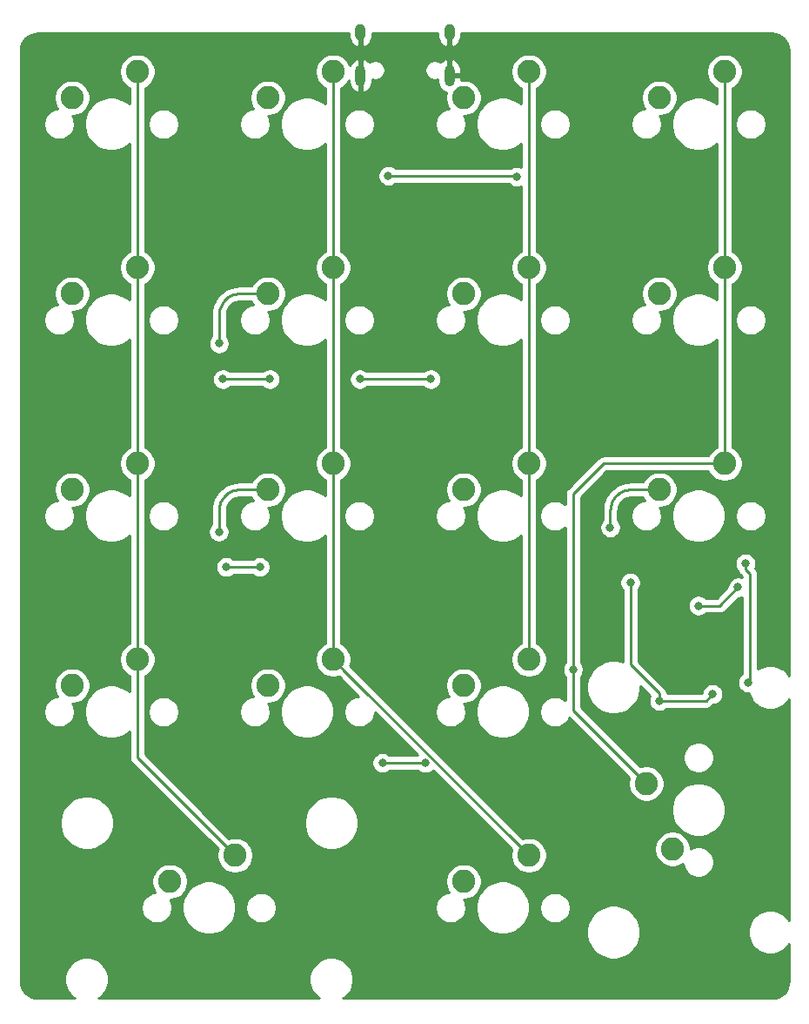
<source format=gtl>
G04 #@! TF.GenerationSoftware,KiCad,Pcbnew,(5.1.4)-1*
G04 #@! TF.CreationDate,2021-01-09T17:41:00+01:00*
G04 #@! TF.ProjectId,numpad,6e756d70-6164-42e6-9b69-6361645f7063,1.1*
G04 #@! TF.SameCoordinates,Original*
G04 #@! TF.FileFunction,Copper,L1,Top*
G04 #@! TF.FilePolarity,Positive*
%FSLAX46Y46*%
G04 Gerber Fmt 4.6, Leading zero omitted, Abs format (unit mm)*
G04 Created by KiCad (PCBNEW (5.1.4)-1) date 2021-01-09 17:41:00*
%MOMM*%
%LPD*%
G04 APERTURE LIST*
%ADD10C,2.250000*%
%ADD11O,1.000000X2.100000*%
%ADD12O,1.000000X1.600000*%
%ADD13C,0.800000*%
%ADD14C,0.250000*%
%ADD15C,0.254000*%
G04 APERTURE END LIST*
D10*
X66040000Y-118745000D03*
X59690000Y-121285000D03*
D11*
X78250000Y-42920000D03*
X86890000Y-42920000D03*
D12*
X78250000Y-38740000D03*
X86890000Y-38740000D03*
D10*
X106045000Y-111760000D03*
X108585000Y-118110000D03*
X94615000Y-118745000D03*
X88265000Y-121285000D03*
X56515000Y-99695000D03*
X50165000Y-102235000D03*
X56515000Y-80645000D03*
X50165000Y-83185000D03*
X56515000Y-61595000D03*
X50165000Y-64135000D03*
X75565000Y-99695000D03*
X69215000Y-102235000D03*
X113665000Y-80645000D03*
X107315000Y-83185000D03*
X113665000Y-61595000D03*
X107315000Y-64135000D03*
X113665000Y-42545000D03*
X107315000Y-45085000D03*
X94615000Y-80645000D03*
X88265000Y-83185000D03*
X88265000Y-64135000D03*
X94615000Y-61595000D03*
X94615000Y-42545000D03*
X88265000Y-45085000D03*
X94615000Y-99695000D03*
X88265000Y-102235000D03*
X75565000Y-80645000D03*
X69215000Y-83185000D03*
X75565000Y-61595000D03*
X69215000Y-64135000D03*
X75565000Y-42545000D03*
X69215000Y-45085000D03*
X56515000Y-42545000D03*
X50165000Y-45085000D03*
D13*
X111430000Y-97820000D03*
X84170000Y-49330000D03*
X80850000Y-49340000D03*
X85570000Y-56360000D03*
X119110000Y-85840000D03*
X64470000Y-68960000D03*
X64460000Y-87280000D03*
X102550000Y-86860000D03*
X80950000Y-52670000D03*
X93440000Y-52740000D03*
X85080000Y-72430000D03*
X78180000Y-72430000D03*
X69410000Y-72430000D03*
X64850000Y-72430000D03*
X65176250Y-90693750D03*
X68446250Y-90693750D03*
X80370000Y-109740000D03*
X84566250Y-109743750D03*
X98930000Y-100670000D03*
X107320000Y-103710000D03*
X112520000Y-103070000D03*
X104510000Y-92210000D03*
X115710000Y-90360000D03*
X115960000Y-101940000D03*
X111125000Y-94456250D03*
X114995179Y-92661570D03*
D14*
X66470000Y-64135000D02*
X69215000Y-64135000D01*
X66470000Y-64135000D02*
X66273965Y-64144630D01*
X66273965Y-64144630D02*
X66079819Y-64173429D01*
X66079819Y-64173429D02*
X65889430Y-64221119D01*
X65889430Y-64221119D02*
X65704633Y-64287240D01*
X65704633Y-64287240D02*
X65527206Y-64371157D01*
X65527206Y-64371157D02*
X65358859Y-64472060D01*
X65358859Y-64472060D02*
X65201213Y-64588979D01*
X65201213Y-64588979D02*
X65055786Y-64720786D01*
X65055786Y-64720786D02*
X64923979Y-64866213D01*
X64923979Y-64866213D02*
X64807060Y-65023859D01*
X64807060Y-65023859D02*
X64706157Y-65192206D01*
X64706157Y-65192206D02*
X64622240Y-65369633D01*
X64622240Y-65369633D02*
X64556119Y-65554430D01*
X64556119Y-65554430D02*
X64508429Y-65744819D01*
X64508429Y-65744819D02*
X64479630Y-65938965D01*
X64479630Y-65938965D02*
X64470000Y-66135000D01*
X64470000Y-66135000D02*
X64470000Y-68960000D01*
X64460000Y-85185000D02*
X64460000Y-87280000D01*
X64460000Y-85185000D02*
X64469630Y-84988965D01*
X64469630Y-84988965D02*
X64498429Y-84794819D01*
X64498429Y-84794819D02*
X64546119Y-84604430D01*
X64546119Y-84604430D02*
X64612240Y-84419633D01*
X64612240Y-84419633D02*
X64696157Y-84242206D01*
X64696157Y-84242206D02*
X64797060Y-84073859D01*
X64797060Y-84073859D02*
X64913979Y-83916213D01*
X64913979Y-83916213D02*
X65045786Y-83770786D01*
X65045786Y-83770786D02*
X65191213Y-83638979D01*
X65191213Y-83638979D02*
X65348859Y-83522060D01*
X65348859Y-83522060D02*
X65517206Y-83421157D01*
X65517206Y-83421157D02*
X65694633Y-83337240D01*
X65694633Y-83337240D02*
X65879430Y-83271119D01*
X65879430Y-83271119D02*
X66069819Y-83223429D01*
X66069819Y-83223429D02*
X66263965Y-83194630D01*
X66263965Y-83194630D02*
X66460000Y-83185000D01*
X66460000Y-83185000D02*
X69215000Y-83185000D01*
X102550000Y-85185000D02*
X102550000Y-86860000D01*
X102550000Y-85185000D02*
X102559630Y-84988965D01*
X102559630Y-84988965D02*
X102588429Y-84794819D01*
X102588429Y-84794819D02*
X102636119Y-84604430D01*
X102636119Y-84604430D02*
X102702240Y-84419633D01*
X102702240Y-84419633D02*
X102786157Y-84242206D01*
X102786157Y-84242206D02*
X102887060Y-84073859D01*
X102887060Y-84073859D02*
X103003979Y-83916213D01*
X103003979Y-83916213D02*
X103135786Y-83770786D01*
X103135786Y-83770786D02*
X103281213Y-83638979D01*
X103281213Y-83638979D02*
X103438859Y-83522060D01*
X103438859Y-83522060D02*
X103607206Y-83421157D01*
X103607206Y-83421157D02*
X103784633Y-83337240D01*
X103784633Y-83337240D02*
X103969430Y-83271119D01*
X103969430Y-83271119D02*
X104159819Y-83223429D01*
X104159819Y-83223429D02*
X104353965Y-83194630D01*
X104353965Y-83194630D02*
X104550000Y-83185000D01*
X104550000Y-83185000D02*
X107315000Y-83185000D01*
X80950000Y-52670000D02*
X93370000Y-52670000D01*
X93370000Y-52670000D02*
X93440000Y-52740000D01*
X85080000Y-72430000D02*
X78180000Y-72430000D01*
X69410000Y-72430000D02*
X64850000Y-72430000D01*
X65176250Y-90693750D02*
X68446250Y-90693750D01*
X80373750Y-109743750D02*
X80370000Y-109740000D01*
X84566250Y-109743750D02*
X80373750Y-109743750D01*
X56515000Y-63185990D02*
X56515000Y-80645000D01*
X56515000Y-61595000D02*
X56515000Y-63185990D01*
X56515000Y-82235990D02*
X56515000Y-99695000D01*
X56515000Y-80645000D02*
X56515000Y-82235990D01*
X56515000Y-109220000D02*
X66040000Y-118745000D01*
X56515000Y-99695000D02*
X56515000Y-109220000D01*
X56515000Y-44135990D02*
X56515000Y-61595000D01*
X56515000Y-42545000D02*
X56515000Y-44135990D01*
X75565000Y-42545000D02*
X75565000Y-61595000D01*
X75565000Y-61595000D02*
X75565000Y-80645000D01*
X75565000Y-82235990D02*
X75565000Y-99695000D01*
X75565000Y-80645000D02*
X75565000Y-82235990D01*
X76689999Y-100819999D02*
X94615000Y-118745000D01*
X75565000Y-99695000D02*
X76689999Y-100819999D01*
X94615000Y-44135990D02*
X94615000Y-61595000D01*
X94615000Y-42545000D02*
X94615000Y-44135990D01*
X94615000Y-61595000D02*
X94615000Y-80645000D01*
X94615000Y-80645000D02*
X94615000Y-99695000D01*
X113665000Y-42545000D02*
X113665000Y-61595000D01*
X113665000Y-63185990D02*
X113665000Y-80645000D01*
X113665000Y-61595000D02*
X113665000Y-63185990D01*
X113665000Y-80645000D02*
X101885000Y-80645000D01*
X101885000Y-80645000D02*
X98930000Y-83600000D01*
X98930000Y-104645000D02*
X106045000Y-111760000D01*
X98930000Y-83600000D02*
X98930000Y-100670000D01*
X98930000Y-100670000D02*
X98930000Y-104645000D01*
X107320000Y-103710000D02*
X111880000Y-103710000D01*
X111880000Y-103710000D02*
X112520000Y-103070000D01*
X104510000Y-92210000D02*
X104510000Y-100190000D01*
X107320000Y-103000000D02*
X107320000Y-103710000D01*
X104510000Y-100190000D02*
X107320000Y-103000000D01*
X115710000Y-90925685D02*
X116120000Y-91335685D01*
X115710000Y-90360000D02*
X115710000Y-90925685D01*
X116120000Y-91335685D02*
X116120000Y-101780000D01*
X116120000Y-101780000D02*
X115960000Y-101940000D01*
X111125000Y-94456250D02*
X113200499Y-94456250D01*
X113200499Y-94456250D02*
X114995179Y-92661570D01*
D15*
G36*
X77115000Y-39167000D02*
G01*
X77161585Y-39385987D01*
X77249997Y-39591678D01*
X77376839Y-39776169D01*
X77537236Y-39932369D01*
X77725024Y-40054276D01*
X77948126Y-40134119D01*
X78123000Y-40007954D01*
X78123000Y-38867000D01*
X78103000Y-38867000D01*
X78103000Y-38810000D01*
X78397000Y-38810000D01*
X78397000Y-38867000D01*
X78377000Y-38867000D01*
X78377000Y-40007954D01*
X78551874Y-40134119D01*
X78774976Y-40054276D01*
X78962764Y-39932369D01*
X79123161Y-39776169D01*
X79250003Y-39591678D01*
X79338415Y-39385987D01*
X79385000Y-39167000D01*
X79385000Y-38810000D01*
X85755000Y-38810000D01*
X85755000Y-39167000D01*
X85801585Y-39385987D01*
X85889997Y-39591678D01*
X86016839Y-39776169D01*
X86177236Y-39932369D01*
X86365024Y-40054276D01*
X86588126Y-40134119D01*
X86763000Y-40007954D01*
X86763000Y-38867000D01*
X86743000Y-38867000D01*
X86743000Y-38810000D01*
X87037000Y-38810000D01*
X87037000Y-38867000D01*
X87017000Y-38867000D01*
X87017000Y-40007954D01*
X87191874Y-40134119D01*
X87414976Y-40054276D01*
X87602764Y-39932369D01*
X87763161Y-39776169D01*
X87890003Y-39591678D01*
X87978415Y-39385987D01*
X88025000Y-39167000D01*
X88025000Y-38810000D01*
X118234029Y-38810000D01*
X118592701Y-38845168D01*
X118904319Y-38939252D01*
X119191720Y-39092065D01*
X119443968Y-39297793D01*
X119651456Y-39548603D01*
X119806275Y-39834935D01*
X119902529Y-40145879D01*
X119940001Y-40502401D01*
X119940000Y-101246442D01*
X119787004Y-101017468D01*
X119486282Y-100716746D01*
X119132670Y-100480469D01*
X118739757Y-100317720D01*
X118322643Y-100234750D01*
X117897357Y-100234750D01*
X117480243Y-100317720D01*
X117087330Y-100480469D01*
X116880000Y-100619003D01*
X116880000Y-91373018D01*
X116883677Y-91335685D01*
X116869003Y-91186699D01*
X116825546Y-91043438D01*
X116800001Y-90995648D01*
X116754974Y-90911409D01*
X116660001Y-90795684D01*
X116652395Y-90789442D01*
X116705226Y-90661898D01*
X116745000Y-90461939D01*
X116745000Y-90258061D01*
X116705226Y-90058102D01*
X116627205Y-89869744D01*
X116513937Y-89700226D01*
X116369774Y-89556063D01*
X116200256Y-89442795D01*
X116011898Y-89364774D01*
X115811939Y-89325000D01*
X115608061Y-89325000D01*
X115408102Y-89364774D01*
X115219744Y-89442795D01*
X115050226Y-89556063D01*
X114906063Y-89700226D01*
X114792795Y-89869744D01*
X114714774Y-90058102D01*
X114675000Y-90258061D01*
X114675000Y-90461939D01*
X114714774Y-90661898D01*
X114792795Y-90850256D01*
X114906063Y-91019774D01*
X114961013Y-91074724D01*
X115004454Y-91217932D01*
X115012910Y-91233751D01*
X115075026Y-91349961D01*
X115146201Y-91436687D01*
X115170000Y-91465686D01*
X115198998Y-91489484D01*
X115360000Y-91650486D01*
X115360000Y-91692408D01*
X115297077Y-91666344D01*
X115097118Y-91626570D01*
X114893240Y-91626570D01*
X114693281Y-91666344D01*
X114504923Y-91744365D01*
X114335405Y-91857633D01*
X114191242Y-92001796D01*
X114077974Y-92171314D01*
X113999953Y-92359672D01*
X113960179Y-92559631D01*
X113960179Y-92621768D01*
X112885698Y-93696250D01*
X111828711Y-93696250D01*
X111784774Y-93652313D01*
X111615256Y-93539045D01*
X111426898Y-93461024D01*
X111226939Y-93421250D01*
X111023061Y-93421250D01*
X110823102Y-93461024D01*
X110634744Y-93539045D01*
X110465226Y-93652313D01*
X110321063Y-93796476D01*
X110207795Y-93965994D01*
X110129774Y-94154352D01*
X110090000Y-94354311D01*
X110090000Y-94558189D01*
X110129774Y-94758148D01*
X110207795Y-94946506D01*
X110321063Y-95116024D01*
X110465226Y-95260187D01*
X110634744Y-95373455D01*
X110823102Y-95451476D01*
X111023061Y-95491250D01*
X111226939Y-95491250D01*
X111426898Y-95451476D01*
X111615256Y-95373455D01*
X111784774Y-95260187D01*
X111828711Y-95216250D01*
X113163177Y-95216250D01*
X113200499Y-95219926D01*
X113237821Y-95216250D01*
X113237832Y-95216250D01*
X113349485Y-95205253D01*
X113492746Y-95161796D01*
X113624775Y-95091224D01*
X113740500Y-94996251D01*
X113764303Y-94967247D01*
X115034981Y-93696570D01*
X115097118Y-93696570D01*
X115297077Y-93656796D01*
X115360000Y-93630732D01*
X115360001Y-101096123D01*
X115300226Y-101136063D01*
X115156063Y-101280226D01*
X115042795Y-101449744D01*
X114964774Y-101638102D01*
X114925000Y-101838061D01*
X114925000Y-102041939D01*
X114964774Y-102241898D01*
X115042795Y-102430256D01*
X115156063Y-102599774D01*
X115300226Y-102743937D01*
X115469744Y-102857205D01*
X115658102Y-102935226D01*
X115858061Y-102975000D01*
X116024321Y-102975000D01*
X116033970Y-103023507D01*
X116196719Y-103416420D01*
X116432996Y-103770032D01*
X116733718Y-104070754D01*
X117087330Y-104307031D01*
X117480243Y-104469780D01*
X117897357Y-104552750D01*
X118322643Y-104552750D01*
X118739757Y-104469780D01*
X119132670Y-104307031D01*
X119486282Y-104070754D01*
X119787004Y-103770032D01*
X119940000Y-103541058D01*
X119940000Y-125058942D01*
X119787004Y-124829968D01*
X119486282Y-124529246D01*
X119132670Y-124292969D01*
X118739757Y-124130220D01*
X118322643Y-124047250D01*
X117897357Y-124047250D01*
X117480243Y-124130220D01*
X117087330Y-124292969D01*
X116733718Y-124529246D01*
X116432996Y-124829968D01*
X116196719Y-125183580D01*
X116033970Y-125576493D01*
X115951000Y-125993607D01*
X115951000Y-126418893D01*
X116033970Y-126836007D01*
X116196719Y-127228920D01*
X116432996Y-127582532D01*
X116733718Y-127883254D01*
X117087330Y-128119531D01*
X117480243Y-128282280D01*
X117897357Y-128365250D01*
X118322643Y-128365250D01*
X118739757Y-128282280D01*
X119132670Y-128119531D01*
X119486282Y-127883254D01*
X119787004Y-127582532D01*
X119940000Y-127353558D01*
X119940000Y-130934029D01*
X119904832Y-131292701D01*
X119810749Y-131604318D01*
X119657934Y-131891722D01*
X119452203Y-132143972D01*
X119201397Y-132351456D01*
X118915066Y-132506275D01*
X118604117Y-132602530D01*
X118247609Y-132640000D01*
X76553558Y-132640000D01*
X76782532Y-132487004D01*
X77083254Y-132186282D01*
X77319531Y-131832670D01*
X77482280Y-131439757D01*
X77565250Y-131022643D01*
X77565250Y-130597357D01*
X77482280Y-130180243D01*
X77319531Y-129787330D01*
X77083254Y-129433718D01*
X76782532Y-129132996D01*
X76428920Y-128896719D01*
X76036007Y-128733970D01*
X75618893Y-128651000D01*
X75193607Y-128651000D01*
X74776493Y-128733970D01*
X74383580Y-128896719D01*
X74029968Y-129132996D01*
X73729246Y-129433718D01*
X73492969Y-129787330D01*
X73330220Y-130180243D01*
X73247250Y-130597357D01*
X73247250Y-131022643D01*
X73330220Y-131439757D01*
X73492969Y-131832670D01*
X73729246Y-132186282D01*
X74029968Y-132487004D01*
X74258942Y-132640000D01*
X52741058Y-132640000D01*
X52970032Y-132487004D01*
X53270754Y-132186282D01*
X53507031Y-131832670D01*
X53669780Y-131439757D01*
X53752750Y-131022643D01*
X53752750Y-130597357D01*
X53669780Y-130180243D01*
X53507031Y-129787330D01*
X53270754Y-129433718D01*
X52970032Y-129132996D01*
X52616420Y-128896719D01*
X52223507Y-128733970D01*
X51806393Y-128651000D01*
X51381107Y-128651000D01*
X50963993Y-128733970D01*
X50571080Y-128896719D01*
X50217468Y-129132996D01*
X49916746Y-129433718D01*
X49680469Y-129787330D01*
X49517720Y-130180243D01*
X49434750Y-130597357D01*
X49434750Y-131022643D01*
X49517720Y-131439757D01*
X49680469Y-131832670D01*
X49916746Y-132186282D01*
X50217468Y-132487004D01*
X50446442Y-132640000D01*
X46865971Y-132640000D01*
X46507299Y-132604832D01*
X46195682Y-132510749D01*
X45908278Y-132357934D01*
X45656028Y-132152203D01*
X45448544Y-131901397D01*
X45293725Y-131615066D01*
X45197470Y-131304117D01*
X45160000Y-130947609D01*
X45160000Y-123676278D01*
X56910000Y-123676278D01*
X56910000Y-123973722D01*
X56968029Y-124265451D01*
X57081856Y-124540253D01*
X57247107Y-124787569D01*
X57457431Y-124997893D01*
X57704747Y-125163144D01*
X57979549Y-125276971D01*
X58271278Y-125335000D01*
X58568722Y-125335000D01*
X58860451Y-125276971D01*
X59135253Y-125163144D01*
X59382569Y-124997893D01*
X59592893Y-124787569D01*
X59758144Y-124540253D01*
X59871971Y-124265451D01*
X59930000Y-123973722D01*
X59930000Y-123676278D01*
X59908080Y-123566076D01*
X60871100Y-123566076D01*
X60871100Y-124083924D01*
X60972127Y-124591822D01*
X61170299Y-125070251D01*
X61458000Y-125500826D01*
X61824174Y-125867000D01*
X62254749Y-126154701D01*
X62733178Y-126352873D01*
X63241076Y-126453900D01*
X63758924Y-126453900D01*
X64266822Y-126352873D01*
X64745251Y-126154701D01*
X65175826Y-125867000D01*
X65542000Y-125500826D01*
X65829701Y-125070251D01*
X66027873Y-124591822D01*
X66128900Y-124083924D01*
X66128900Y-123676278D01*
X67070000Y-123676278D01*
X67070000Y-123973722D01*
X67128029Y-124265451D01*
X67241856Y-124540253D01*
X67407107Y-124787569D01*
X67617431Y-124997893D01*
X67864747Y-125163144D01*
X68139549Y-125276971D01*
X68431278Y-125335000D01*
X68728722Y-125335000D01*
X69020451Y-125276971D01*
X69295253Y-125163144D01*
X69542569Y-124997893D01*
X69752893Y-124787569D01*
X69918144Y-124540253D01*
X70031971Y-124265451D01*
X70090000Y-123973722D01*
X70090000Y-123676278D01*
X85485000Y-123676278D01*
X85485000Y-123973722D01*
X85543029Y-124265451D01*
X85656856Y-124540253D01*
X85822107Y-124787569D01*
X86032431Y-124997893D01*
X86279747Y-125163144D01*
X86554549Y-125276971D01*
X86846278Y-125335000D01*
X87143722Y-125335000D01*
X87435451Y-125276971D01*
X87710253Y-125163144D01*
X87957569Y-124997893D01*
X88167893Y-124787569D01*
X88333144Y-124540253D01*
X88446971Y-124265451D01*
X88505000Y-123973722D01*
X88505000Y-123676278D01*
X88483080Y-123566076D01*
X89446100Y-123566076D01*
X89446100Y-124083924D01*
X89547127Y-124591822D01*
X89745299Y-125070251D01*
X90033000Y-125500826D01*
X90399174Y-125867000D01*
X90829749Y-126154701D01*
X91308178Y-126352873D01*
X91816076Y-126453900D01*
X92333924Y-126453900D01*
X92841822Y-126352873D01*
X93320251Y-126154701D01*
X93630609Y-125947326D01*
X100241100Y-125947326D01*
X100241100Y-126465174D01*
X100342127Y-126973072D01*
X100540299Y-127451501D01*
X100828000Y-127882076D01*
X101194174Y-128248250D01*
X101624749Y-128535951D01*
X102103178Y-128734123D01*
X102611076Y-128835150D01*
X103128924Y-128835150D01*
X103636822Y-128734123D01*
X104115251Y-128535951D01*
X104545826Y-128248250D01*
X104912000Y-127882076D01*
X105199701Y-127451501D01*
X105397873Y-126973072D01*
X105498900Y-126465174D01*
X105498900Y-125947326D01*
X105397873Y-125439428D01*
X105199701Y-124960999D01*
X104912000Y-124530424D01*
X104545826Y-124164250D01*
X104115251Y-123876549D01*
X103636822Y-123678377D01*
X103128924Y-123577350D01*
X102611076Y-123577350D01*
X102103178Y-123678377D01*
X101624749Y-123876549D01*
X101194174Y-124164250D01*
X100828000Y-124530424D01*
X100540299Y-124960999D01*
X100342127Y-125439428D01*
X100241100Y-125947326D01*
X93630609Y-125947326D01*
X93750826Y-125867000D01*
X94117000Y-125500826D01*
X94404701Y-125070251D01*
X94602873Y-124591822D01*
X94703900Y-124083924D01*
X94703900Y-123676278D01*
X95645000Y-123676278D01*
X95645000Y-123973722D01*
X95703029Y-124265451D01*
X95816856Y-124540253D01*
X95982107Y-124787569D01*
X96192431Y-124997893D01*
X96439747Y-125163144D01*
X96714549Y-125276971D01*
X97006278Y-125335000D01*
X97303722Y-125335000D01*
X97595451Y-125276971D01*
X97870253Y-125163144D01*
X98117569Y-124997893D01*
X98327893Y-124787569D01*
X98493144Y-124540253D01*
X98606971Y-124265451D01*
X98665000Y-123973722D01*
X98665000Y-123676278D01*
X98606971Y-123384549D01*
X98493144Y-123109747D01*
X98327893Y-122862431D01*
X98117569Y-122652107D01*
X97870253Y-122486856D01*
X97595451Y-122373029D01*
X97303722Y-122315000D01*
X97006278Y-122315000D01*
X96714549Y-122373029D01*
X96439747Y-122486856D01*
X96192431Y-122652107D01*
X95982107Y-122862431D01*
X95816856Y-123109747D01*
X95703029Y-123384549D01*
X95645000Y-123676278D01*
X94703900Y-123676278D01*
X94703900Y-123566076D01*
X94602873Y-123058178D01*
X94404701Y-122579749D01*
X94117000Y-122149174D01*
X93750826Y-121783000D01*
X93320251Y-121495299D01*
X92841822Y-121297127D01*
X92333924Y-121196100D01*
X91816076Y-121196100D01*
X91308178Y-121297127D01*
X90829749Y-121495299D01*
X90399174Y-121783000D01*
X90033000Y-122149174D01*
X89745299Y-122579749D01*
X89547127Y-123058178D01*
X89446100Y-123566076D01*
X88483080Y-123566076D01*
X88446971Y-123384549D01*
X88333144Y-123109747D01*
X88289882Y-123045000D01*
X88438345Y-123045000D01*
X88778373Y-122977364D01*
X89098673Y-122844692D01*
X89386935Y-122652081D01*
X89632081Y-122406935D01*
X89824692Y-122118673D01*
X89957364Y-121798373D01*
X90025000Y-121458345D01*
X90025000Y-121111655D01*
X89957364Y-120771627D01*
X89824692Y-120451327D01*
X89632081Y-120163065D01*
X89386935Y-119917919D01*
X89098673Y-119725308D01*
X88778373Y-119592636D01*
X88438345Y-119525000D01*
X88091655Y-119525000D01*
X87751627Y-119592636D01*
X87431327Y-119725308D01*
X87143065Y-119917919D01*
X86897919Y-120163065D01*
X86705308Y-120451327D01*
X86572636Y-120771627D01*
X86505000Y-121111655D01*
X86505000Y-121458345D01*
X86572636Y-121798373D01*
X86705308Y-122118673D01*
X86837638Y-122316719D01*
X86554549Y-122373029D01*
X86279747Y-122486856D01*
X86032431Y-122652107D01*
X85822107Y-122862431D01*
X85656856Y-123109747D01*
X85543029Y-123384549D01*
X85485000Y-123676278D01*
X70090000Y-123676278D01*
X70031971Y-123384549D01*
X69918144Y-123109747D01*
X69752893Y-122862431D01*
X69542569Y-122652107D01*
X69295253Y-122486856D01*
X69020451Y-122373029D01*
X68728722Y-122315000D01*
X68431278Y-122315000D01*
X68139549Y-122373029D01*
X67864747Y-122486856D01*
X67617431Y-122652107D01*
X67407107Y-122862431D01*
X67241856Y-123109747D01*
X67128029Y-123384549D01*
X67070000Y-123676278D01*
X66128900Y-123676278D01*
X66128900Y-123566076D01*
X66027873Y-123058178D01*
X65829701Y-122579749D01*
X65542000Y-122149174D01*
X65175826Y-121783000D01*
X64745251Y-121495299D01*
X64266822Y-121297127D01*
X63758924Y-121196100D01*
X63241076Y-121196100D01*
X62733178Y-121297127D01*
X62254749Y-121495299D01*
X61824174Y-121783000D01*
X61458000Y-122149174D01*
X61170299Y-122579749D01*
X60972127Y-123058178D01*
X60871100Y-123566076D01*
X59908080Y-123566076D01*
X59871971Y-123384549D01*
X59758144Y-123109747D01*
X59714882Y-123045000D01*
X59863345Y-123045000D01*
X60203373Y-122977364D01*
X60523673Y-122844692D01*
X60811935Y-122652081D01*
X61057081Y-122406935D01*
X61249692Y-122118673D01*
X61382364Y-121798373D01*
X61450000Y-121458345D01*
X61450000Y-121111655D01*
X61382364Y-120771627D01*
X61249692Y-120451327D01*
X61057081Y-120163065D01*
X60811935Y-119917919D01*
X60523673Y-119725308D01*
X60203373Y-119592636D01*
X59863345Y-119525000D01*
X59516655Y-119525000D01*
X59176627Y-119592636D01*
X58856327Y-119725308D01*
X58568065Y-119917919D01*
X58322919Y-120163065D01*
X58130308Y-120451327D01*
X57997636Y-120771627D01*
X57930000Y-121111655D01*
X57930000Y-121458345D01*
X57997636Y-121798373D01*
X58130308Y-122118673D01*
X58262638Y-122316719D01*
X57979549Y-122373029D01*
X57704747Y-122486856D01*
X57457431Y-122652107D01*
X57247107Y-122862431D01*
X57081856Y-123109747D01*
X56968029Y-123384549D01*
X56910000Y-123676278D01*
X45160000Y-123676278D01*
X45160000Y-115311076D01*
X48964850Y-115311076D01*
X48964850Y-115828924D01*
X49065877Y-116336822D01*
X49264049Y-116815251D01*
X49551750Y-117245826D01*
X49917924Y-117612000D01*
X50348499Y-117899701D01*
X50826928Y-118097873D01*
X51334826Y-118198900D01*
X51852674Y-118198900D01*
X52360572Y-118097873D01*
X52839001Y-117899701D01*
X53269576Y-117612000D01*
X53635750Y-117245826D01*
X53923451Y-116815251D01*
X54121623Y-116336822D01*
X54222650Y-115828924D01*
X54222650Y-115311076D01*
X54121623Y-114803178D01*
X53923451Y-114324749D01*
X53635750Y-113894174D01*
X53269576Y-113528000D01*
X52839001Y-113240299D01*
X52360572Y-113042127D01*
X51852674Y-112941100D01*
X51334826Y-112941100D01*
X50826928Y-113042127D01*
X50348499Y-113240299D01*
X49917924Y-113528000D01*
X49551750Y-113894174D01*
X49264049Y-114324749D01*
X49065877Y-114803178D01*
X48964850Y-115311076D01*
X45160000Y-115311076D01*
X45160000Y-104626278D01*
X47385000Y-104626278D01*
X47385000Y-104923722D01*
X47443029Y-105215451D01*
X47556856Y-105490253D01*
X47722107Y-105737569D01*
X47932431Y-105947893D01*
X48179747Y-106113144D01*
X48454549Y-106226971D01*
X48746278Y-106285000D01*
X49043722Y-106285000D01*
X49335451Y-106226971D01*
X49610253Y-106113144D01*
X49857569Y-105947893D01*
X50067893Y-105737569D01*
X50233144Y-105490253D01*
X50346971Y-105215451D01*
X50405000Y-104923722D01*
X50405000Y-104626278D01*
X50346971Y-104334549D01*
X50233144Y-104059747D01*
X50189882Y-103995000D01*
X50338345Y-103995000D01*
X50678373Y-103927364D01*
X50998673Y-103794692D01*
X51286935Y-103602081D01*
X51532081Y-103356935D01*
X51724692Y-103068673D01*
X51857364Y-102748373D01*
X51925000Y-102408345D01*
X51925000Y-102061655D01*
X51857364Y-101721627D01*
X51724692Y-101401327D01*
X51532081Y-101113065D01*
X51286935Y-100867919D01*
X50998673Y-100675308D01*
X50678373Y-100542636D01*
X50338345Y-100475000D01*
X49991655Y-100475000D01*
X49651627Y-100542636D01*
X49331327Y-100675308D01*
X49043065Y-100867919D01*
X48797919Y-101113065D01*
X48605308Y-101401327D01*
X48472636Y-101721627D01*
X48405000Y-102061655D01*
X48405000Y-102408345D01*
X48472636Y-102748373D01*
X48605308Y-103068673D01*
X48737638Y-103266719D01*
X48454549Y-103323029D01*
X48179747Y-103436856D01*
X47932431Y-103602107D01*
X47722107Y-103812431D01*
X47556856Y-104059747D01*
X47443029Y-104334549D01*
X47385000Y-104626278D01*
X45160000Y-104626278D01*
X45160000Y-85576278D01*
X47385000Y-85576278D01*
X47385000Y-85873722D01*
X47443029Y-86165451D01*
X47556856Y-86440253D01*
X47722107Y-86687569D01*
X47932431Y-86897893D01*
X48179747Y-87063144D01*
X48454549Y-87176971D01*
X48746278Y-87235000D01*
X49043722Y-87235000D01*
X49335451Y-87176971D01*
X49610253Y-87063144D01*
X49857569Y-86897893D01*
X50067893Y-86687569D01*
X50233144Y-86440253D01*
X50346971Y-86165451D01*
X50405000Y-85873722D01*
X50405000Y-85576278D01*
X50346971Y-85284549D01*
X50233144Y-85009747D01*
X50189882Y-84945000D01*
X50338345Y-84945000D01*
X50678373Y-84877364D01*
X50998673Y-84744692D01*
X51286935Y-84552081D01*
X51532081Y-84306935D01*
X51724692Y-84018673D01*
X51857364Y-83698373D01*
X51925000Y-83358345D01*
X51925000Y-83011655D01*
X51857364Y-82671627D01*
X51724692Y-82351327D01*
X51532081Y-82063065D01*
X51286935Y-81817919D01*
X50998673Y-81625308D01*
X50678373Y-81492636D01*
X50338345Y-81425000D01*
X49991655Y-81425000D01*
X49651627Y-81492636D01*
X49331327Y-81625308D01*
X49043065Y-81817919D01*
X48797919Y-82063065D01*
X48605308Y-82351327D01*
X48472636Y-82671627D01*
X48405000Y-83011655D01*
X48405000Y-83358345D01*
X48472636Y-83698373D01*
X48605308Y-84018673D01*
X48737638Y-84216719D01*
X48454549Y-84273029D01*
X48179747Y-84386856D01*
X47932431Y-84552107D01*
X47722107Y-84762431D01*
X47556856Y-85009747D01*
X47443029Y-85284549D01*
X47385000Y-85576278D01*
X45160000Y-85576278D01*
X45160000Y-66526278D01*
X47385000Y-66526278D01*
X47385000Y-66823722D01*
X47443029Y-67115451D01*
X47556856Y-67390253D01*
X47722107Y-67637569D01*
X47932431Y-67847893D01*
X48179747Y-68013144D01*
X48454549Y-68126971D01*
X48746278Y-68185000D01*
X49043722Y-68185000D01*
X49335451Y-68126971D01*
X49610253Y-68013144D01*
X49857569Y-67847893D01*
X50067893Y-67637569D01*
X50233144Y-67390253D01*
X50346971Y-67115451D01*
X50405000Y-66823722D01*
X50405000Y-66526278D01*
X50346971Y-66234549D01*
X50233144Y-65959747D01*
X50189882Y-65895000D01*
X50338345Y-65895000D01*
X50678373Y-65827364D01*
X50998673Y-65694692D01*
X51286935Y-65502081D01*
X51532081Y-65256935D01*
X51724692Y-64968673D01*
X51857364Y-64648373D01*
X51925000Y-64308345D01*
X51925000Y-63961655D01*
X51857364Y-63621627D01*
X51724692Y-63301327D01*
X51532081Y-63013065D01*
X51286935Y-62767919D01*
X50998673Y-62575308D01*
X50678373Y-62442636D01*
X50338345Y-62375000D01*
X49991655Y-62375000D01*
X49651627Y-62442636D01*
X49331327Y-62575308D01*
X49043065Y-62767919D01*
X48797919Y-63013065D01*
X48605308Y-63301327D01*
X48472636Y-63621627D01*
X48405000Y-63961655D01*
X48405000Y-64308345D01*
X48472636Y-64648373D01*
X48605308Y-64968673D01*
X48737638Y-65166719D01*
X48454549Y-65223029D01*
X48179747Y-65336856D01*
X47932431Y-65502107D01*
X47722107Y-65712431D01*
X47556856Y-65959747D01*
X47443029Y-66234549D01*
X47385000Y-66526278D01*
X45160000Y-66526278D01*
X45160000Y-47476278D01*
X47385000Y-47476278D01*
X47385000Y-47773722D01*
X47443029Y-48065451D01*
X47556856Y-48340253D01*
X47722107Y-48587569D01*
X47932431Y-48797893D01*
X48179747Y-48963144D01*
X48454549Y-49076971D01*
X48746278Y-49135000D01*
X49043722Y-49135000D01*
X49335451Y-49076971D01*
X49610253Y-48963144D01*
X49857569Y-48797893D01*
X50067893Y-48587569D01*
X50233144Y-48340253D01*
X50346971Y-48065451D01*
X50405000Y-47773722D01*
X50405000Y-47476278D01*
X50383080Y-47366076D01*
X51346100Y-47366076D01*
X51346100Y-47883924D01*
X51447127Y-48391822D01*
X51645299Y-48870251D01*
X51933000Y-49300826D01*
X52299174Y-49667000D01*
X52729749Y-49954701D01*
X53208178Y-50152873D01*
X53716076Y-50253900D01*
X54233924Y-50253900D01*
X54741822Y-50152873D01*
X55220251Y-49954701D01*
X55650826Y-49667000D01*
X55755000Y-49562826D01*
X55755001Y-60004791D01*
X55681327Y-60035308D01*
X55393065Y-60227919D01*
X55147919Y-60473065D01*
X54955308Y-60761327D01*
X54822636Y-61081627D01*
X54755000Y-61421655D01*
X54755000Y-61768345D01*
X54822636Y-62108373D01*
X54955308Y-62428673D01*
X55147919Y-62716935D01*
X55393065Y-62962081D01*
X55681327Y-63154692D01*
X55755000Y-63185208D01*
X55755000Y-64737174D01*
X55650826Y-64633000D01*
X55220251Y-64345299D01*
X54741822Y-64147127D01*
X54233924Y-64046100D01*
X53716076Y-64046100D01*
X53208178Y-64147127D01*
X52729749Y-64345299D01*
X52299174Y-64633000D01*
X51933000Y-64999174D01*
X51645299Y-65429749D01*
X51447127Y-65908178D01*
X51346100Y-66416076D01*
X51346100Y-66933924D01*
X51447127Y-67441822D01*
X51645299Y-67920251D01*
X51933000Y-68350826D01*
X52299174Y-68717000D01*
X52729749Y-69004701D01*
X53208178Y-69202873D01*
X53716076Y-69303900D01*
X54233924Y-69303900D01*
X54741822Y-69202873D01*
X55220251Y-69004701D01*
X55650826Y-68717000D01*
X55755000Y-68612826D01*
X55755001Y-79054791D01*
X55681327Y-79085308D01*
X55393065Y-79277919D01*
X55147919Y-79523065D01*
X54955308Y-79811327D01*
X54822636Y-80131627D01*
X54755000Y-80471655D01*
X54755000Y-80818345D01*
X54822636Y-81158373D01*
X54955308Y-81478673D01*
X55147919Y-81766935D01*
X55393065Y-82012081D01*
X55681327Y-82204692D01*
X55755000Y-82235208D01*
X55755000Y-83787174D01*
X55650826Y-83683000D01*
X55220251Y-83395299D01*
X54741822Y-83197127D01*
X54233924Y-83096100D01*
X53716076Y-83096100D01*
X53208178Y-83197127D01*
X52729749Y-83395299D01*
X52299174Y-83683000D01*
X51933000Y-84049174D01*
X51645299Y-84479749D01*
X51447127Y-84958178D01*
X51346100Y-85466076D01*
X51346100Y-85983924D01*
X51447127Y-86491822D01*
X51645299Y-86970251D01*
X51933000Y-87400826D01*
X52299174Y-87767000D01*
X52729749Y-88054701D01*
X53208178Y-88252873D01*
X53716076Y-88353900D01*
X54233924Y-88353900D01*
X54741822Y-88252873D01*
X55220251Y-88054701D01*
X55650826Y-87767000D01*
X55755000Y-87662826D01*
X55755001Y-98104791D01*
X55681327Y-98135308D01*
X55393065Y-98327919D01*
X55147919Y-98573065D01*
X54955308Y-98861327D01*
X54822636Y-99181627D01*
X54755000Y-99521655D01*
X54755000Y-99868345D01*
X54822636Y-100208373D01*
X54955308Y-100528673D01*
X55147919Y-100816935D01*
X55393065Y-101062081D01*
X55681327Y-101254692D01*
X55755000Y-101285208D01*
X55755000Y-102837174D01*
X55650826Y-102733000D01*
X55220251Y-102445299D01*
X54741822Y-102247127D01*
X54233924Y-102146100D01*
X53716076Y-102146100D01*
X53208178Y-102247127D01*
X52729749Y-102445299D01*
X52299174Y-102733000D01*
X51933000Y-103099174D01*
X51645299Y-103529749D01*
X51447127Y-104008178D01*
X51346100Y-104516076D01*
X51346100Y-105033924D01*
X51447127Y-105541822D01*
X51645299Y-106020251D01*
X51933000Y-106450826D01*
X52299174Y-106817000D01*
X52729749Y-107104701D01*
X53208178Y-107302873D01*
X53716076Y-107403900D01*
X54233924Y-107403900D01*
X54741822Y-107302873D01*
X55220251Y-107104701D01*
X55650826Y-106817000D01*
X55755001Y-106712825D01*
X55755001Y-109182668D01*
X55751324Y-109220000D01*
X55755001Y-109257333D01*
X55761122Y-109319474D01*
X55765998Y-109368985D01*
X55809454Y-109512246D01*
X55880026Y-109644276D01*
X55893301Y-109660451D01*
X55975000Y-109760001D01*
X56003998Y-109783799D01*
X64378152Y-118157954D01*
X64347636Y-118231627D01*
X64280000Y-118571655D01*
X64280000Y-118918345D01*
X64347636Y-119258373D01*
X64480308Y-119578673D01*
X64672919Y-119866935D01*
X64918065Y-120112081D01*
X65206327Y-120304692D01*
X65526627Y-120437364D01*
X65866655Y-120505000D01*
X66213345Y-120505000D01*
X66553373Y-120437364D01*
X66873673Y-120304692D01*
X67161935Y-120112081D01*
X67407081Y-119866935D01*
X67599692Y-119578673D01*
X67732364Y-119258373D01*
X67800000Y-118918345D01*
X67800000Y-118571655D01*
X67732364Y-118231627D01*
X67599692Y-117911327D01*
X67407081Y-117623065D01*
X67161935Y-117377919D01*
X66873673Y-117185308D01*
X66553373Y-117052636D01*
X66213345Y-116985000D01*
X65866655Y-116985000D01*
X65526627Y-117052636D01*
X65452954Y-117083152D01*
X63680878Y-115311076D01*
X72777350Y-115311076D01*
X72777350Y-115828924D01*
X72878377Y-116336822D01*
X73076549Y-116815251D01*
X73364250Y-117245826D01*
X73730424Y-117612000D01*
X74160999Y-117899701D01*
X74639428Y-118097873D01*
X75147326Y-118198900D01*
X75665174Y-118198900D01*
X76173072Y-118097873D01*
X76651501Y-117899701D01*
X77082076Y-117612000D01*
X77448250Y-117245826D01*
X77735951Y-116815251D01*
X77934123Y-116336822D01*
X78035150Y-115828924D01*
X78035150Y-115311076D01*
X77934123Y-114803178D01*
X77735951Y-114324749D01*
X77448250Y-113894174D01*
X77082076Y-113528000D01*
X76651501Y-113240299D01*
X76173072Y-113042127D01*
X75665174Y-112941100D01*
X75147326Y-112941100D01*
X74639428Y-113042127D01*
X74160999Y-113240299D01*
X73730424Y-113528000D01*
X73364250Y-113894174D01*
X73076549Y-114324749D01*
X72878377Y-114803178D01*
X72777350Y-115311076D01*
X63680878Y-115311076D01*
X57275000Y-108905199D01*
X57275000Y-104626278D01*
X57545000Y-104626278D01*
X57545000Y-104923722D01*
X57603029Y-105215451D01*
X57716856Y-105490253D01*
X57882107Y-105737569D01*
X58092431Y-105947893D01*
X58339747Y-106113144D01*
X58614549Y-106226971D01*
X58906278Y-106285000D01*
X59203722Y-106285000D01*
X59495451Y-106226971D01*
X59770253Y-106113144D01*
X60017569Y-105947893D01*
X60227893Y-105737569D01*
X60393144Y-105490253D01*
X60506971Y-105215451D01*
X60565000Y-104923722D01*
X60565000Y-104626278D01*
X66435000Y-104626278D01*
X66435000Y-104923722D01*
X66493029Y-105215451D01*
X66606856Y-105490253D01*
X66772107Y-105737569D01*
X66982431Y-105947893D01*
X67229747Y-106113144D01*
X67504549Y-106226971D01*
X67796278Y-106285000D01*
X68093722Y-106285000D01*
X68385451Y-106226971D01*
X68660253Y-106113144D01*
X68907569Y-105947893D01*
X69117893Y-105737569D01*
X69283144Y-105490253D01*
X69396971Y-105215451D01*
X69455000Y-104923722D01*
X69455000Y-104626278D01*
X69433080Y-104516076D01*
X70396100Y-104516076D01*
X70396100Y-105033924D01*
X70497127Y-105541822D01*
X70695299Y-106020251D01*
X70983000Y-106450826D01*
X71349174Y-106817000D01*
X71779749Y-107104701D01*
X72258178Y-107302873D01*
X72766076Y-107403900D01*
X73283924Y-107403900D01*
X73791822Y-107302873D01*
X74270251Y-107104701D01*
X74700826Y-106817000D01*
X75067000Y-106450826D01*
X75354701Y-106020251D01*
X75552873Y-105541822D01*
X75653900Y-105033924D01*
X75653900Y-104516076D01*
X75552873Y-104008178D01*
X75354701Y-103529749D01*
X75067000Y-103099174D01*
X74700826Y-102733000D01*
X74270251Y-102445299D01*
X73791822Y-102247127D01*
X73283924Y-102146100D01*
X72766076Y-102146100D01*
X72258178Y-102247127D01*
X71779749Y-102445299D01*
X71349174Y-102733000D01*
X70983000Y-103099174D01*
X70695299Y-103529749D01*
X70497127Y-104008178D01*
X70396100Y-104516076D01*
X69433080Y-104516076D01*
X69396971Y-104334549D01*
X69283144Y-104059747D01*
X69239882Y-103995000D01*
X69388345Y-103995000D01*
X69728373Y-103927364D01*
X70048673Y-103794692D01*
X70336935Y-103602081D01*
X70582081Y-103356935D01*
X70774692Y-103068673D01*
X70907364Y-102748373D01*
X70975000Y-102408345D01*
X70975000Y-102061655D01*
X70907364Y-101721627D01*
X70774692Y-101401327D01*
X70582081Y-101113065D01*
X70336935Y-100867919D01*
X70048673Y-100675308D01*
X69728373Y-100542636D01*
X69388345Y-100475000D01*
X69041655Y-100475000D01*
X68701627Y-100542636D01*
X68381327Y-100675308D01*
X68093065Y-100867919D01*
X67847919Y-101113065D01*
X67655308Y-101401327D01*
X67522636Y-101721627D01*
X67455000Y-102061655D01*
X67455000Y-102408345D01*
X67522636Y-102748373D01*
X67655308Y-103068673D01*
X67787638Y-103266719D01*
X67504549Y-103323029D01*
X67229747Y-103436856D01*
X66982431Y-103602107D01*
X66772107Y-103812431D01*
X66606856Y-104059747D01*
X66493029Y-104334549D01*
X66435000Y-104626278D01*
X60565000Y-104626278D01*
X60506971Y-104334549D01*
X60393144Y-104059747D01*
X60227893Y-103812431D01*
X60017569Y-103602107D01*
X59770253Y-103436856D01*
X59495451Y-103323029D01*
X59203722Y-103265000D01*
X58906278Y-103265000D01*
X58614549Y-103323029D01*
X58339747Y-103436856D01*
X58092431Y-103602107D01*
X57882107Y-103812431D01*
X57716856Y-104059747D01*
X57603029Y-104334549D01*
X57545000Y-104626278D01*
X57275000Y-104626278D01*
X57275000Y-101285208D01*
X57348673Y-101254692D01*
X57636935Y-101062081D01*
X57882081Y-100816935D01*
X58074692Y-100528673D01*
X58207364Y-100208373D01*
X58275000Y-99868345D01*
X58275000Y-99521655D01*
X58207364Y-99181627D01*
X58074692Y-98861327D01*
X57882081Y-98573065D01*
X57636935Y-98327919D01*
X57348673Y-98135308D01*
X57275000Y-98104792D01*
X57275000Y-90591811D01*
X64141250Y-90591811D01*
X64141250Y-90795689D01*
X64181024Y-90995648D01*
X64259045Y-91184006D01*
X64372313Y-91353524D01*
X64516476Y-91497687D01*
X64685994Y-91610955D01*
X64874352Y-91688976D01*
X65074311Y-91728750D01*
X65278189Y-91728750D01*
X65478148Y-91688976D01*
X65666506Y-91610955D01*
X65836024Y-91497687D01*
X65879961Y-91453750D01*
X67742539Y-91453750D01*
X67786476Y-91497687D01*
X67955994Y-91610955D01*
X68144352Y-91688976D01*
X68344311Y-91728750D01*
X68548189Y-91728750D01*
X68748148Y-91688976D01*
X68936506Y-91610955D01*
X69106024Y-91497687D01*
X69250187Y-91353524D01*
X69363455Y-91184006D01*
X69441476Y-90995648D01*
X69481250Y-90795689D01*
X69481250Y-90591811D01*
X69441476Y-90391852D01*
X69363455Y-90203494D01*
X69250187Y-90033976D01*
X69106024Y-89889813D01*
X68936506Y-89776545D01*
X68748148Y-89698524D01*
X68548189Y-89658750D01*
X68344311Y-89658750D01*
X68144352Y-89698524D01*
X67955994Y-89776545D01*
X67786476Y-89889813D01*
X67742539Y-89933750D01*
X65879961Y-89933750D01*
X65836024Y-89889813D01*
X65666506Y-89776545D01*
X65478148Y-89698524D01*
X65278189Y-89658750D01*
X65074311Y-89658750D01*
X64874352Y-89698524D01*
X64685994Y-89776545D01*
X64516476Y-89889813D01*
X64372313Y-90033976D01*
X64259045Y-90203494D01*
X64181024Y-90391852D01*
X64141250Y-90591811D01*
X57275000Y-90591811D01*
X57275000Y-85576278D01*
X57545000Y-85576278D01*
X57545000Y-85873722D01*
X57603029Y-86165451D01*
X57716856Y-86440253D01*
X57882107Y-86687569D01*
X58092431Y-86897893D01*
X58339747Y-87063144D01*
X58614549Y-87176971D01*
X58906278Y-87235000D01*
X59203722Y-87235000D01*
X59489971Y-87178061D01*
X63425000Y-87178061D01*
X63425000Y-87381939D01*
X63464774Y-87581898D01*
X63542795Y-87770256D01*
X63656063Y-87939774D01*
X63800226Y-88083937D01*
X63969744Y-88197205D01*
X64158102Y-88275226D01*
X64358061Y-88315000D01*
X64561939Y-88315000D01*
X64761898Y-88275226D01*
X64950256Y-88197205D01*
X65119774Y-88083937D01*
X65263937Y-87939774D01*
X65377205Y-87770256D01*
X65455226Y-87581898D01*
X65495000Y-87381939D01*
X65495000Y-87178061D01*
X65455226Y-86978102D01*
X65377205Y-86789744D01*
X65263937Y-86620226D01*
X65220000Y-86576289D01*
X65220000Y-85203639D01*
X65226882Y-85063548D01*
X65244724Y-84943267D01*
X65274270Y-84825311D01*
X65315236Y-84710821D01*
X65367226Y-84600898D01*
X65429740Y-84496598D01*
X65502172Y-84398937D01*
X65583836Y-84308834D01*
X65673933Y-84227174D01*
X65771597Y-84154741D01*
X65875901Y-84092224D01*
X65985821Y-84040236D01*
X66100313Y-83999270D01*
X66218268Y-83969724D01*
X66338548Y-83951882D01*
X66478638Y-83945000D01*
X67624792Y-83945000D01*
X67655308Y-84018673D01*
X67787638Y-84216719D01*
X67504549Y-84273029D01*
X67229747Y-84386856D01*
X66982431Y-84552107D01*
X66772107Y-84762431D01*
X66606856Y-85009747D01*
X66493029Y-85284549D01*
X66435000Y-85576278D01*
X66435000Y-85873722D01*
X66493029Y-86165451D01*
X66606856Y-86440253D01*
X66772107Y-86687569D01*
X66982431Y-86897893D01*
X67229747Y-87063144D01*
X67504549Y-87176971D01*
X67796278Y-87235000D01*
X68093722Y-87235000D01*
X68385451Y-87176971D01*
X68660253Y-87063144D01*
X68907569Y-86897893D01*
X69117893Y-86687569D01*
X69283144Y-86440253D01*
X69396971Y-86165451D01*
X69455000Y-85873722D01*
X69455000Y-85576278D01*
X69396971Y-85284549D01*
X69283144Y-85009747D01*
X69239882Y-84945000D01*
X69388345Y-84945000D01*
X69728373Y-84877364D01*
X70048673Y-84744692D01*
X70336935Y-84552081D01*
X70582081Y-84306935D01*
X70774692Y-84018673D01*
X70907364Y-83698373D01*
X70975000Y-83358345D01*
X70975000Y-83011655D01*
X70907364Y-82671627D01*
X70774692Y-82351327D01*
X70582081Y-82063065D01*
X70336935Y-81817919D01*
X70048673Y-81625308D01*
X69728373Y-81492636D01*
X69388345Y-81425000D01*
X69041655Y-81425000D01*
X68701627Y-81492636D01*
X68381327Y-81625308D01*
X68093065Y-81817919D01*
X67847919Y-82063065D01*
X67655308Y-82351327D01*
X67624792Y-82425000D01*
X66478640Y-82425000D01*
X66459998Y-82424084D01*
X66441352Y-82425000D01*
X66422667Y-82425000D01*
X66404073Y-82426831D01*
X66189388Y-82437378D01*
X66189383Y-82437379D01*
X66189377Y-82437379D01*
X65921375Y-82477133D01*
X65844579Y-82496370D01*
X65727217Y-82525767D01*
X65658546Y-82542968D01*
X65509075Y-82596450D01*
X65509074Y-82596450D01*
X65403439Y-82634247D01*
X65158515Y-82750088D01*
X65158511Y-82750090D01*
X64926121Y-82889379D01*
X64926117Y-82889382D01*
X64926112Y-82889385D01*
X64728408Y-83036014D01*
X64708491Y-83050785D01*
X64507740Y-83232734D01*
X64481955Y-83261184D01*
X64325785Y-83433491D01*
X64293333Y-83477247D01*
X64206362Y-83594513D01*
X64164379Y-83651120D01*
X64029545Y-83876079D01*
X64025088Y-83883515D01*
X63909247Y-84128439D01*
X63886101Y-84193127D01*
X63817968Y-84383546D01*
X63817967Y-84383551D01*
X63779394Y-84537544D01*
X63752133Y-84646375D01*
X63712379Y-84914379D01*
X63712378Y-84914389D01*
X63701831Y-85129074D01*
X63700000Y-85147668D01*
X63700000Y-85166353D01*
X63699084Y-85184999D01*
X63700000Y-85203642D01*
X63700001Y-86576288D01*
X63656063Y-86620226D01*
X63542795Y-86789744D01*
X63464774Y-86978102D01*
X63425000Y-87178061D01*
X59489971Y-87178061D01*
X59495451Y-87176971D01*
X59770253Y-87063144D01*
X60017569Y-86897893D01*
X60227893Y-86687569D01*
X60393144Y-86440253D01*
X60506971Y-86165451D01*
X60565000Y-85873722D01*
X60565000Y-85576278D01*
X60506971Y-85284549D01*
X60393144Y-85009747D01*
X60227893Y-84762431D01*
X60017569Y-84552107D01*
X59770253Y-84386856D01*
X59495451Y-84273029D01*
X59203722Y-84215000D01*
X58906278Y-84215000D01*
X58614549Y-84273029D01*
X58339747Y-84386856D01*
X58092431Y-84552107D01*
X57882107Y-84762431D01*
X57716856Y-85009747D01*
X57603029Y-85284549D01*
X57545000Y-85576278D01*
X57275000Y-85576278D01*
X57275000Y-82235208D01*
X57348673Y-82204692D01*
X57636935Y-82012081D01*
X57882081Y-81766935D01*
X58074692Y-81478673D01*
X58207364Y-81158373D01*
X58275000Y-80818345D01*
X58275000Y-80471655D01*
X58207364Y-80131627D01*
X58074692Y-79811327D01*
X57882081Y-79523065D01*
X57636935Y-79277919D01*
X57348673Y-79085308D01*
X57275000Y-79054792D01*
X57275000Y-72328061D01*
X63815000Y-72328061D01*
X63815000Y-72531939D01*
X63854774Y-72731898D01*
X63932795Y-72920256D01*
X64046063Y-73089774D01*
X64190226Y-73233937D01*
X64359744Y-73347205D01*
X64548102Y-73425226D01*
X64748061Y-73465000D01*
X64951939Y-73465000D01*
X65151898Y-73425226D01*
X65340256Y-73347205D01*
X65509774Y-73233937D01*
X65553711Y-73190000D01*
X68706289Y-73190000D01*
X68750226Y-73233937D01*
X68919744Y-73347205D01*
X69108102Y-73425226D01*
X69308061Y-73465000D01*
X69511939Y-73465000D01*
X69711898Y-73425226D01*
X69900256Y-73347205D01*
X70069774Y-73233937D01*
X70213937Y-73089774D01*
X70327205Y-72920256D01*
X70405226Y-72731898D01*
X70445000Y-72531939D01*
X70445000Y-72328061D01*
X70405226Y-72128102D01*
X70327205Y-71939744D01*
X70213937Y-71770226D01*
X70069774Y-71626063D01*
X69900256Y-71512795D01*
X69711898Y-71434774D01*
X69511939Y-71395000D01*
X69308061Y-71395000D01*
X69108102Y-71434774D01*
X68919744Y-71512795D01*
X68750226Y-71626063D01*
X68706289Y-71670000D01*
X65553711Y-71670000D01*
X65509774Y-71626063D01*
X65340256Y-71512795D01*
X65151898Y-71434774D01*
X64951939Y-71395000D01*
X64748061Y-71395000D01*
X64548102Y-71434774D01*
X64359744Y-71512795D01*
X64190226Y-71626063D01*
X64046063Y-71770226D01*
X63932795Y-71939744D01*
X63854774Y-72128102D01*
X63815000Y-72328061D01*
X57275000Y-72328061D01*
X57275000Y-68858061D01*
X63435000Y-68858061D01*
X63435000Y-69061939D01*
X63474774Y-69261898D01*
X63552795Y-69450256D01*
X63666063Y-69619774D01*
X63810226Y-69763937D01*
X63979744Y-69877205D01*
X64168102Y-69955226D01*
X64368061Y-69995000D01*
X64571939Y-69995000D01*
X64771898Y-69955226D01*
X64960256Y-69877205D01*
X65129774Y-69763937D01*
X65273937Y-69619774D01*
X65387205Y-69450256D01*
X65465226Y-69261898D01*
X65505000Y-69061939D01*
X65505000Y-68858061D01*
X65465226Y-68658102D01*
X65387205Y-68469744D01*
X65273937Y-68300226D01*
X65230000Y-68256289D01*
X65230000Y-66153639D01*
X65236882Y-66013548D01*
X65254724Y-65893267D01*
X65284270Y-65775311D01*
X65325236Y-65660821D01*
X65377226Y-65550898D01*
X65439740Y-65446598D01*
X65512172Y-65348937D01*
X65593836Y-65258834D01*
X65683933Y-65177174D01*
X65781597Y-65104741D01*
X65885901Y-65042224D01*
X65995821Y-64990236D01*
X66110313Y-64949270D01*
X66228268Y-64919724D01*
X66348548Y-64901882D01*
X66488638Y-64895000D01*
X67624792Y-64895000D01*
X67655308Y-64968673D01*
X67787638Y-65166719D01*
X67504549Y-65223029D01*
X67229747Y-65336856D01*
X66982431Y-65502107D01*
X66772107Y-65712431D01*
X66606856Y-65959747D01*
X66493029Y-66234549D01*
X66435000Y-66526278D01*
X66435000Y-66823722D01*
X66493029Y-67115451D01*
X66606856Y-67390253D01*
X66772107Y-67637569D01*
X66982431Y-67847893D01*
X67229747Y-68013144D01*
X67504549Y-68126971D01*
X67796278Y-68185000D01*
X68093722Y-68185000D01*
X68385451Y-68126971D01*
X68660253Y-68013144D01*
X68907569Y-67847893D01*
X69117893Y-67637569D01*
X69283144Y-67390253D01*
X69396971Y-67115451D01*
X69455000Y-66823722D01*
X69455000Y-66526278D01*
X69396971Y-66234549D01*
X69283144Y-65959747D01*
X69239882Y-65895000D01*
X69388345Y-65895000D01*
X69728373Y-65827364D01*
X70048673Y-65694692D01*
X70336935Y-65502081D01*
X70582081Y-65256935D01*
X70774692Y-64968673D01*
X70907364Y-64648373D01*
X70975000Y-64308345D01*
X70975000Y-63961655D01*
X70907364Y-63621627D01*
X70774692Y-63301327D01*
X70582081Y-63013065D01*
X70336935Y-62767919D01*
X70048673Y-62575308D01*
X69728373Y-62442636D01*
X69388345Y-62375000D01*
X69041655Y-62375000D01*
X68701627Y-62442636D01*
X68381327Y-62575308D01*
X68093065Y-62767919D01*
X67847919Y-63013065D01*
X67655308Y-63301327D01*
X67624792Y-63375000D01*
X66488640Y-63375000D01*
X66469998Y-63374084D01*
X66451352Y-63375000D01*
X66432667Y-63375000D01*
X66414073Y-63376831D01*
X66199388Y-63387378D01*
X66199383Y-63387379D01*
X66199377Y-63387379D01*
X65931375Y-63427133D01*
X65854579Y-63446370D01*
X65737217Y-63475767D01*
X65668546Y-63492968D01*
X65519075Y-63546450D01*
X65519074Y-63546450D01*
X65413439Y-63584247D01*
X65168515Y-63700088D01*
X65168511Y-63700090D01*
X64936121Y-63839379D01*
X64936117Y-63839382D01*
X64936112Y-63839385D01*
X64738408Y-63986014D01*
X64718491Y-64000785D01*
X64517740Y-64182734D01*
X64491955Y-64211184D01*
X64335785Y-64383491D01*
X64303333Y-64427247D01*
X64216362Y-64544513D01*
X64174379Y-64601120D01*
X64039545Y-64826079D01*
X64035088Y-64833515D01*
X63919247Y-65078439D01*
X63896101Y-65143127D01*
X63827968Y-65333546D01*
X63827967Y-65333551D01*
X63789394Y-65487544D01*
X63762133Y-65596375D01*
X63722379Y-65864379D01*
X63722378Y-65864389D01*
X63711831Y-66079074D01*
X63710000Y-66097668D01*
X63710000Y-66116353D01*
X63709084Y-66134999D01*
X63710000Y-66153642D01*
X63710001Y-68256288D01*
X63666063Y-68300226D01*
X63552795Y-68469744D01*
X63474774Y-68658102D01*
X63435000Y-68858061D01*
X57275000Y-68858061D01*
X57275000Y-66526278D01*
X57545000Y-66526278D01*
X57545000Y-66823722D01*
X57603029Y-67115451D01*
X57716856Y-67390253D01*
X57882107Y-67637569D01*
X58092431Y-67847893D01*
X58339747Y-68013144D01*
X58614549Y-68126971D01*
X58906278Y-68185000D01*
X59203722Y-68185000D01*
X59495451Y-68126971D01*
X59770253Y-68013144D01*
X60017569Y-67847893D01*
X60227893Y-67637569D01*
X60393144Y-67390253D01*
X60506971Y-67115451D01*
X60565000Y-66823722D01*
X60565000Y-66526278D01*
X60506971Y-66234549D01*
X60393144Y-65959747D01*
X60227893Y-65712431D01*
X60017569Y-65502107D01*
X59770253Y-65336856D01*
X59495451Y-65223029D01*
X59203722Y-65165000D01*
X58906278Y-65165000D01*
X58614549Y-65223029D01*
X58339747Y-65336856D01*
X58092431Y-65502107D01*
X57882107Y-65712431D01*
X57716856Y-65959747D01*
X57603029Y-66234549D01*
X57545000Y-66526278D01*
X57275000Y-66526278D01*
X57275000Y-63185208D01*
X57348673Y-63154692D01*
X57636935Y-62962081D01*
X57882081Y-62716935D01*
X58074692Y-62428673D01*
X58207364Y-62108373D01*
X58275000Y-61768345D01*
X58275000Y-61421655D01*
X58207364Y-61081627D01*
X58074692Y-60761327D01*
X57882081Y-60473065D01*
X57636935Y-60227919D01*
X57348673Y-60035308D01*
X57275000Y-60004792D01*
X57275000Y-47476278D01*
X57545000Y-47476278D01*
X57545000Y-47773722D01*
X57603029Y-48065451D01*
X57716856Y-48340253D01*
X57882107Y-48587569D01*
X58092431Y-48797893D01*
X58339747Y-48963144D01*
X58614549Y-49076971D01*
X58906278Y-49135000D01*
X59203722Y-49135000D01*
X59495451Y-49076971D01*
X59770253Y-48963144D01*
X60017569Y-48797893D01*
X60227893Y-48587569D01*
X60393144Y-48340253D01*
X60506971Y-48065451D01*
X60565000Y-47773722D01*
X60565000Y-47476278D01*
X66435000Y-47476278D01*
X66435000Y-47773722D01*
X66493029Y-48065451D01*
X66606856Y-48340253D01*
X66772107Y-48587569D01*
X66982431Y-48797893D01*
X67229747Y-48963144D01*
X67504549Y-49076971D01*
X67796278Y-49135000D01*
X68093722Y-49135000D01*
X68385451Y-49076971D01*
X68660253Y-48963144D01*
X68907569Y-48797893D01*
X69117893Y-48587569D01*
X69283144Y-48340253D01*
X69396971Y-48065451D01*
X69455000Y-47773722D01*
X69455000Y-47476278D01*
X69433080Y-47366076D01*
X70396100Y-47366076D01*
X70396100Y-47883924D01*
X70497127Y-48391822D01*
X70695299Y-48870251D01*
X70983000Y-49300826D01*
X71349174Y-49667000D01*
X71779749Y-49954701D01*
X72258178Y-50152873D01*
X72766076Y-50253900D01*
X73283924Y-50253900D01*
X73791822Y-50152873D01*
X74270251Y-49954701D01*
X74700826Y-49667000D01*
X74805000Y-49562826D01*
X74805001Y-60004791D01*
X74731327Y-60035308D01*
X74443065Y-60227919D01*
X74197919Y-60473065D01*
X74005308Y-60761327D01*
X73872636Y-61081627D01*
X73805000Y-61421655D01*
X73805000Y-61768345D01*
X73872636Y-62108373D01*
X74005308Y-62428673D01*
X74197919Y-62716935D01*
X74443065Y-62962081D01*
X74731327Y-63154692D01*
X74805000Y-63185208D01*
X74805000Y-64737174D01*
X74700826Y-64633000D01*
X74270251Y-64345299D01*
X73791822Y-64147127D01*
X73283924Y-64046100D01*
X72766076Y-64046100D01*
X72258178Y-64147127D01*
X71779749Y-64345299D01*
X71349174Y-64633000D01*
X70983000Y-64999174D01*
X70695299Y-65429749D01*
X70497127Y-65908178D01*
X70396100Y-66416076D01*
X70396100Y-66933924D01*
X70497127Y-67441822D01*
X70695299Y-67920251D01*
X70983000Y-68350826D01*
X71349174Y-68717000D01*
X71779749Y-69004701D01*
X72258178Y-69202873D01*
X72766076Y-69303900D01*
X73283924Y-69303900D01*
X73791822Y-69202873D01*
X74270251Y-69004701D01*
X74700826Y-68717000D01*
X74805000Y-68612826D01*
X74805001Y-79054791D01*
X74731327Y-79085308D01*
X74443065Y-79277919D01*
X74197919Y-79523065D01*
X74005308Y-79811327D01*
X73872636Y-80131627D01*
X73805000Y-80471655D01*
X73805000Y-80818345D01*
X73872636Y-81158373D01*
X74005308Y-81478673D01*
X74197919Y-81766935D01*
X74443065Y-82012081D01*
X74731327Y-82204692D01*
X74805000Y-82235208D01*
X74805000Y-83787174D01*
X74700826Y-83683000D01*
X74270251Y-83395299D01*
X73791822Y-83197127D01*
X73283924Y-83096100D01*
X72766076Y-83096100D01*
X72258178Y-83197127D01*
X71779749Y-83395299D01*
X71349174Y-83683000D01*
X70983000Y-84049174D01*
X70695299Y-84479749D01*
X70497127Y-84958178D01*
X70396100Y-85466076D01*
X70396100Y-85983924D01*
X70497127Y-86491822D01*
X70695299Y-86970251D01*
X70983000Y-87400826D01*
X71349174Y-87767000D01*
X71779749Y-88054701D01*
X72258178Y-88252873D01*
X72766076Y-88353900D01*
X73283924Y-88353900D01*
X73791822Y-88252873D01*
X74270251Y-88054701D01*
X74700826Y-87767000D01*
X74805000Y-87662826D01*
X74805001Y-98104791D01*
X74731327Y-98135308D01*
X74443065Y-98327919D01*
X74197919Y-98573065D01*
X74005308Y-98861327D01*
X73872636Y-99181627D01*
X73805000Y-99521655D01*
X73805000Y-99868345D01*
X73872636Y-100208373D01*
X74005308Y-100528673D01*
X74197919Y-100816935D01*
X74443065Y-101062081D01*
X74731327Y-101254692D01*
X75051627Y-101387364D01*
X75391655Y-101455000D01*
X75738345Y-101455000D01*
X76078373Y-101387364D01*
X76152046Y-101356848D01*
X76178996Y-101383798D01*
X76179002Y-101383803D01*
X78060199Y-103265000D01*
X77956278Y-103265000D01*
X77664549Y-103323029D01*
X77389747Y-103436856D01*
X77142431Y-103602107D01*
X76932107Y-103812431D01*
X76766856Y-104059747D01*
X76653029Y-104334549D01*
X76595000Y-104626278D01*
X76595000Y-104923722D01*
X76653029Y-105215451D01*
X76766856Y-105490253D01*
X76932107Y-105737569D01*
X77142431Y-105947893D01*
X77389747Y-106113144D01*
X77664549Y-106226971D01*
X77956278Y-106285000D01*
X78253722Y-106285000D01*
X78545451Y-106226971D01*
X78820253Y-106113144D01*
X79067569Y-105947893D01*
X79277893Y-105737569D01*
X79443144Y-105490253D01*
X79556971Y-105215451D01*
X79615000Y-104923722D01*
X79615000Y-104819801D01*
X83778949Y-108983750D01*
X81077461Y-108983750D01*
X81029774Y-108936063D01*
X80860256Y-108822795D01*
X80671898Y-108744774D01*
X80471939Y-108705000D01*
X80268061Y-108705000D01*
X80068102Y-108744774D01*
X79879744Y-108822795D01*
X79710226Y-108936063D01*
X79566063Y-109080226D01*
X79452795Y-109249744D01*
X79374774Y-109438102D01*
X79335000Y-109638061D01*
X79335000Y-109841939D01*
X79374774Y-110041898D01*
X79452795Y-110230256D01*
X79566063Y-110399774D01*
X79710226Y-110543937D01*
X79879744Y-110657205D01*
X80068102Y-110735226D01*
X80268061Y-110775000D01*
X80471939Y-110775000D01*
X80671898Y-110735226D01*
X80860256Y-110657205D01*
X81029774Y-110543937D01*
X81069961Y-110503750D01*
X83862539Y-110503750D01*
X83906476Y-110547687D01*
X84075994Y-110660955D01*
X84264352Y-110738976D01*
X84464311Y-110778750D01*
X84668189Y-110778750D01*
X84868148Y-110738976D01*
X85056506Y-110660955D01*
X85226024Y-110547687D01*
X85284455Y-110489256D01*
X92953152Y-118157954D01*
X92922636Y-118231627D01*
X92855000Y-118571655D01*
X92855000Y-118918345D01*
X92922636Y-119258373D01*
X93055308Y-119578673D01*
X93247919Y-119866935D01*
X93493065Y-120112081D01*
X93781327Y-120304692D01*
X94101627Y-120437364D01*
X94441655Y-120505000D01*
X94788345Y-120505000D01*
X95128373Y-120437364D01*
X95448673Y-120304692D01*
X95736935Y-120112081D01*
X95982081Y-119866935D01*
X96174692Y-119578673D01*
X96307364Y-119258373D01*
X96375000Y-118918345D01*
X96375000Y-118571655D01*
X96307364Y-118231627D01*
X96185184Y-117936655D01*
X106825000Y-117936655D01*
X106825000Y-118283345D01*
X106892636Y-118623373D01*
X107025308Y-118943673D01*
X107217919Y-119231935D01*
X107463065Y-119477081D01*
X107751327Y-119669692D01*
X108071627Y-119802364D01*
X108411655Y-119870000D01*
X108758345Y-119870000D01*
X109098373Y-119802364D01*
X109418673Y-119669692D01*
X109616719Y-119537362D01*
X109673029Y-119820451D01*
X109786856Y-120095253D01*
X109952107Y-120342569D01*
X110162431Y-120552893D01*
X110409747Y-120718144D01*
X110684549Y-120831971D01*
X110976278Y-120890000D01*
X111273722Y-120890000D01*
X111565451Y-120831971D01*
X111840253Y-120718144D01*
X112087569Y-120552893D01*
X112297893Y-120342569D01*
X112463144Y-120095253D01*
X112576971Y-119820451D01*
X112635000Y-119528722D01*
X112635000Y-119231278D01*
X112576971Y-118939549D01*
X112463144Y-118664747D01*
X112297893Y-118417431D01*
X112087569Y-118207107D01*
X111840253Y-118041856D01*
X111565451Y-117928029D01*
X111273722Y-117870000D01*
X110976278Y-117870000D01*
X110684549Y-117928029D01*
X110409747Y-118041856D01*
X110345000Y-118085118D01*
X110345000Y-117936655D01*
X110277364Y-117596627D01*
X110144692Y-117276327D01*
X109952081Y-116988065D01*
X109706935Y-116742919D01*
X109418673Y-116550308D01*
X109098373Y-116417636D01*
X108758345Y-116350000D01*
X108411655Y-116350000D01*
X108071627Y-116417636D01*
X107751327Y-116550308D01*
X107463065Y-116742919D01*
X107217919Y-116988065D01*
X107025308Y-117276327D01*
X106892636Y-117596627D01*
X106825000Y-117936655D01*
X96185184Y-117936655D01*
X96174692Y-117911327D01*
X95982081Y-117623065D01*
X95736935Y-117377919D01*
X95448673Y-117185308D01*
X95128373Y-117052636D01*
X94788345Y-116985000D01*
X94441655Y-116985000D01*
X94101627Y-117052636D01*
X94027954Y-117083152D01*
X90985878Y-114041076D01*
X108496100Y-114041076D01*
X108496100Y-114558924D01*
X108597127Y-115066822D01*
X108795299Y-115545251D01*
X109083000Y-115975826D01*
X109449174Y-116342000D01*
X109879749Y-116629701D01*
X110358178Y-116827873D01*
X110866076Y-116928900D01*
X111383924Y-116928900D01*
X111891822Y-116827873D01*
X112370251Y-116629701D01*
X112800826Y-116342000D01*
X113167000Y-115975826D01*
X113454701Y-115545251D01*
X113652873Y-115066822D01*
X113753900Y-114558924D01*
X113753900Y-114041076D01*
X113652873Y-113533178D01*
X113454701Y-113054749D01*
X113167000Y-112624174D01*
X112800826Y-112258000D01*
X112370251Y-111970299D01*
X111891822Y-111772127D01*
X111383924Y-111671100D01*
X110866076Y-111671100D01*
X110358178Y-111772127D01*
X109879749Y-111970299D01*
X109449174Y-112258000D01*
X109083000Y-112624174D01*
X108795299Y-113054749D01*
X108597127Y-113533178D01*
X108496100Y-114041076D01*
X90985878Y-114041076D01*
X81571080Y-104626278D01*
X85485000Y-104626278D01*
X85485000Y-104923722D01*
X85543029Y-105215451D01*
X85656856Y-105490253D01*
X85822107Y-105737569D01*
X86032431Y-105947893D01*
X86279747Y-106113144D01*
X86554549Y-106226971D01*
X86846278Y-106285000D01*
X87143722Y-106285000D01*
X87435451Y-106226971D01*
X87710253Y-106113144D01*
X87957569Y-105947893D01*
X88167893Y-105737569D01*
X88333144Y-105490253D01*
X88446971Y-105215451D01*
X88505000Y-104923722D01*
X88505000Y-104626278D01*
X88483080Y-104516076D01*
X89446100Y-104516076D01*
X89446100Y-105033924D01*
X89547127Y-105541822D01*
X89745299Y-106020251D01*
X90033000Y-106450826D01*
X90399174Y-106817000D01*
X90829749Y-107104701D01*
X91308178Y-107302873D01*
X91816076Y-107403900D01*
X92333924Y-107403900D01*
X92841822Y-107302873D01*
X93320251Y-107104701D01*
X93750826Y-106817000D01*
X94117000Y-106450826D01*
X94404701Y-106020251D01*
X94602873Y-105541822D01*
X94703900Y-105033924D01*
X94703900Y-104516076D01*
X94602873Y-104008178D01*
X94404701Y-103529749D01*
X94117000Y-103099174D01*
X93750826Y-102733000D01*
X93320251Y-102445299D01*
X92841822Y-102247127D01*
X92333924Y-102146100D01*
X91816076Y-102146100D01*
X91308178Y-102247127D01*
X90829749Y-102445299D01*
X90399174Y-102733000D01*
X90033000Y-103099174D01*
X89745299Y-103529749D01*
X89547127Y-104008178D01*
X89446100Y-104516076D01*
X88483080Y-104516076D01*
X88446971Y-104334549D01*
X88333144Y-104059747D01*
X88289882Y-103995000D01*
X88438345Y-103995000D01*
X88778373Y-103927364D01*
X89098673Y-103794692D01*
X89386935Y-103602081D01*
X89632081Y-103356935D01*
X89824692Y-103068673D01*
X89957364Y-102748373D01*
X90025000Y-102408345D01*
X90025000Y-102061655D01*
X89957364Y-101721627D01*
X89824692Y-101401327D01*
X89632081Y-101113065D01*
X89386935Y-100867919D01*
X89098673Y-100675308D01*
X88778373Y-100542636D01*
X88438345Y-100475000D01*
X88091655Y-100475000D01*
X87751627Y-100542636D01*
X87431327Y-100675308D01*
X87143065Y-100867919D01*
X86897919Y-101113065D01*
X86705308Y-101401327D01*
X86572636Y-101721627D01*
X86505000Y-102061655D01*
X86505000Y-102408345D01*
X86572636Y-102748373D01*
X86705308Y-103068673D01*
X86837638Y-103266719D01*
X86554549Y-103323029D01*
X86279747Y-103436856D01*
X86032431Y-103602107D01*
X85822107Y-103812431D01*
X85656856Y-104059747D01*
X85543029Y-104334549D01*
X85485000Y-104626278D01*
X81571080Y-104626278D01*
X77253803Y-100309002D01*
X77253798Y-100308996D01*
X77226848Y-100282046D01*
X77257364Y-100208373D01*
X77325000Y-99868345D01*
X77325000Y-99521655D01*
X77257364Y-99181627D01*
X77124692Y-98861327D01*
X76932081Y-98573065D01*
X76686935Y-98327919D01*
X76398673Y-98135308D01*
X76325000Y-98104792D01*
X76325000Y-85576278D01*
X76595000Y-85576278D01*
X76595000Y-85873722D01*
X76653029Y-86165451D01*
X76766856Y-86440253D01*
X76932107Y-86687569D01*
X77142431Y-86897893D01*
X77389747Y-87063144D01*
X77664549Y-87176971D01*
X77956278Y-87235000D01*
X78253722Y-87235000D01*
X78545451Y-87176971D01*
X78820253Y-87063144D01*
X79067569Y-86897893D01*
X79277893Y-86687569D01*
X79443144Y-86440253D01*
X79556971Y-86165451D01*
X79615000Y-85873722D01*
X79615000Y-85576278D01*
X85485000Y-85576278D01*
X85485000Y-85873722D01*
X85543029Y-86165451D01*
X85656856Y-86440253D01*
X85822107Y-86687569D01*
X86032431Y-86897893D01*
X86279747Y-87063144D01*
X86554549Y-87176971D01*
X86846278Y-87235000D01*
X87143722Y-87235000D01*
X87435451Y-87176971D01*
X87710253Y-87063144D01*
X87957569Y-86897893D01*
X88167893Y-86687569D01*
X88333144Y-86440253D01*
X88446971Y-86165451D01*
X88505000Y-85873722D01*
X88505000Y-85576278D01*
X88446971Y-85284549D01*
X88333144Y-85009747D01*
X88289882Y-84945000D01*
X88438345Y-84945000D01*
X88778373Y-84877364D01*
X89098673Y-84744692D01*
X89386935Y-84552081D01*
X89632081Y-84306935D01*
X89824692Y-84018673D01*
X89957364Y-83698373D01*
X90025000Y-83358345D01*
X90025000Y-83011655D01*
X89957364Y-82671627D01*
X89824692Y-82351327D01*
X89632081Y-82063065D01*
X89386935Y-81817919D01*
X89098673Y-81625308D01*
X88778373Y-81492636D01*
X88438345Y-81425000D01*
X88091655Y-81425000D01*
X87751627Y-81492636D01*
X87431327Y-81625308D01*
X87143065Y-81817919D01*
X86897919Y-82063065D01*
X86705308Y-82351327D01*
X86572636Y-82671627D01*
X86505000Y-83011655D01*
X86505000Y-83358345D01*
X86572636Y-83698373D01*
X86705308Y-84018673D01*
X86837638Y-84216719D01*
X86554549Y-84273029D01*
X86279747Y-84386856D01*
X86032431Y-84552107D01*
X85822107Y-84762431D01*
X85656856Y-85009747D01*
X85543029Y-85284549D01*
X85485000Y-85576278D01*
X79615000Y-85576278D01*
X79556971Y-85284549D01*
X79443144Y-85009747D01*
X79277893Y-84762431D01*
X79067569Y-84552107D01*
X78820253Y-84386856D01*
X78545451Y-84273029D01*
X78253722Y-84215000D01*
X77956278Y-84215000D01*
X77664549Y-84273029D01*
X77389747Y-84386856D01*
X77142431Y-84552107D01*
X76932107Y-84762431D01*
X76766856Y-85009747D01*
X76653029Y-85284549D01*
X76595000Y-85576278D01*
X76325000Y-85576278D01*
X76325000Y-82235208D01*
X76398673Y-82204692D01*
X76686935Y-82012081D01*
X76932081Y-81766935D01*
X77124692Y-81478673D01*
X77257364Y-81158373D01*
X77325000Y-80818345D01*
X77325000Y-80471655D01*
X77257364Y-80131627D01*
X77124692Y-79811327D01*
X76932081Y-79523065D01*
X76686935Y-79277919D01*
X76398673Y-79085308D01*
X76325000Y-79054792D01*
X76325000Y-72328061D01*
X77145000Y-72328061D01*
X77145000Y-72531939D01*
X77184774Y-72731898D01*
X77262795Y-72920256D01*
X77376063Y-73089774D01*
X77520226Y-73233937D01*
X77689744Y-73347205D01*
X77878102Y-73425226D01*
X78078061Y-73465000D01*
X78281939Y-73465000D01*
X78481898Y-73425226D01*
X78670256Y-73347205D01*
X78839774Y-73233937D01*
X78883711Y-73190000D01*
X84376289Y-73190000D01*
X84420226Y-73233937D01*
X84589744Y-73347205D01*
X84778102Y-73425226D01*
X84978061Y-73465000D01*
X85181939Y-73465000D01*
X85381898Y-73425226D01*
X85570256Y-73347205D01*
X85739774Y-73233937D01*
X85883937Y-73089774D01*
X85997205Y-72920256D01*
X86075226Y-72731898D01*
X86115000Y-72531939D01*
X86115000Y-72328061D01*
X86075226Y-72128102D01*
X85997205Y-71939744D01*
X85883937Y-71770226D01*
X85739774Y-71626063D01*
X85570256Y-71512795D01*
X85381898Y-71434774D01*
X85181939Y-71395000D01*
X84978061Y-71395000D01*
X84778102Y-71434774D01*
X84589744Y-71512795D01*
X84420226Y-71626063D01*
X84376289Y-71670000D01*
X78883711Y-71670000D01*
X78839774Y-71626063D01*
X78670256Y-71512795D01*
X78481898Y-71434774D01*
X78281939Y-71395000D01*
X78078061Y-71395000D01*
X77878102Y-71434774D01*
X77689744Y-71512795D01*
X77520226Y-71626063D01*
X77376063Y-71770226D01*
X77262795Y-71939744D01*
X77184774Y-72128102D01*
X77145000Y-72328061D01*
X76325000Y-72328061D01*
X76325000Y-66526278D01*
X76595000Y-66526278D01*
X76595000Y-66823722D01*
X76653029Y-67115451D01*
X76766856Y-67390253D01*
X76932107Y-67637569D01*
X77142431Y-67847893D01*
X77389747Y-68013144D01*
X77664549Y-68126971D01*
X77956278Y-68185000D01*
X78253722Y-68185000D01*
X78545451Y-68126971D01*
X78820253Y-68013144D01*
X79067569Y-67847893D01*
X79277893Y-67637569D01*
X79443144Y-67390253D01*
X79556971Y-67115451D01*
X79615000Y-66823722D01*
X79615000Y-66526278D01*
X85485000Y-66526278D01*
X85485000Y-66823722D01*
X85543029Y-67115451D01*
X85656856Y-67390253D01*
X85822107Y-67637569D01*
X86032431Y-67847893D01*
X86279747Y-68013144D01*
X86554549Y-68126971D01*
X86846278Y-68185000D01*
X87143722Y-68185000D01*
X87435451Y-68126971D01*
X87710253Y-68013144D01*
X87957569Y-67847893D01*
X88167893Y-67637569D01*
X88333144Y-67390253D01*
X88446971Y-67115451D01*
X88505000Y-66823722D01*
X88505000Y-66526278D01*
X88446971Y-66234549D01*
X88333144Y-65959747D01*
X88289882Y-65895000D01*
X88438345Y-65895000D01*
X88778373Y-65827364D01*
X89098673Y-65694692D01*
X89386935Y-65502081D01*
X89632081Y-65256935D01*
X89824692Y-64968673D01*
X89957364Y-64648373D01*
X90025000Y-64308345D01*
X90025000Y-63961655D01*
X89957364Y-63621627D01*
X89824692Y-63301327D01*
X89632081Y-63013065D01*
X89386935Y-62767919D01*
X89098673Y-62575308D01*
X88778373Y-62442636D01*
X88438345Y-62375000D01*
X88091655Y-62375000D01*
X87751627Y-62442636D01*
X87431327Y-62575308D01*
X87143065Y-62767919D01*
X86897919Y-63013065D01*
X86705308Y-63301327D01*
X86572636Y-63621627D01*
X86505000Y-63961655D01*
X86505000Y-64308345D01*
X86572636Y-64648373D01*
X86705308Y-64968673D01*
X86837638Y-65166719D01*
X86554549Y-65223029D01*
X86279747Y-65336856D01*
X86032431Y-65502107D01*
X85822107Y-65712431D01*
X85656856Y-65959747D01*
X85543029Y-66234549D01*
X85485000Y-66526278D01*
X79615000Y-66526278D01*
X79556971Y-66234549D01*
X79443144Y-65959747D01*
X79277893Y-65712431D01*
X79067569Y-65502107D01*
X78820253Y-65336856D01*
X78545451Y-65223029D01*
X78253722Y-65165000D01*
X77956278Y-65165000D01*
X77664549Y-65223029D01*
X77389747Y-65336856D01*
X77142431Y-65502107D01*
X76932107Y-65712431D01*
X76766856Y-65959747D01*
X76653029Y-66234549D01*
X76595000Y-66526278D01*
X76325000Y-66526278D01*
X76325000Y-63185208D01*
X76398673Y-63154692D01*
X76686935Y-62962081D01*
X76932081Y-62716935D01*
X77124692Y-62428673D01*
X77257364Y-62108373D01*
X77325000Y-61768345D01*
X77325000Y-61421655D01*
X77257364Y-61081627D01*
X77124692Y-60761327D01*
X76932081Y-60473065D01*
X76686935Y-60227919D01*
X76398673Y-60035308D01*
X76325000Y-60004792D01*
X76325000Y-52568061D01*
X79915000Y-52568061D01*
X79915000Y-52771939D01*
X79954774Y-52971898D01*
X80032795Y-53160256D01*
X80146063Y-53329774D01*
X80290226Y-53473937D01*
X80459744Y-53587205D01*
X80648102Y-53665226D01*
X80848061Y-53705000D01*
X81051939Y-53705000D01*
X81251898Y-53665226D01*
X81440256Y-53587205D01*
X81609774Y-53473937D01*
X81653711Y-53430000D01*
X92666289Y-53430000D01*
X92780226Y-53543937D01*
X92949744Y-53657205D01*
X93138102Y-53735226D01*
X93338061Y-53775000D01*
X93541939Y-53775000D01*
X93741898Y-53735226D01*
X93855001Y-53688377D01*
X93855001Y-60004791D01*
X93781327Y-60035308D01*
X93493065Y-60227919D01*
X93247919Y-60473065D01*
X93055308Y-60761327D01*
X92922636Y-61081627D01*
X92855000Y-61421655D01*
X92855000Y-61768345D01*
X92922636Y-62108373D01*
X93055308Y-62428673D01*
X93247919Y-62716935D01*
X93493065Y-62962081D01*
X93781327Y-63154692D01*
X93855000Y-63185208D01*
X93855000Y-64737174D01*
X93750826Y-64633000D01*
X93320251Y-64345299D01*
X92841822Y-64147127D01*
X92333924Y-64046100D01*
X91816076Y-64046100D01*
X91308178Y-64147127D01*
X90829749Y-64345299D01*
X90399174Y-64633000D01*
X90033000Y-64999174D01*
X89745299Y-65429749D01*
X89547127Y-65908178D01*
X89446100Y-66416076D01*
X89446100Y-66933924D01*
X89547127Y-67441822D01*
X89745299Y-67920251D01*
X90033000Y-68350826D01*
X90399174Y-68717000D01*
X90829749Y-69004701D01*
X91308178Y-69202873D01*
X91816076Y-69303900D01*
X92333924Y-69303900D01*
X92841822Y-69202873D01*
X93320251Y-69004701D01*
X93750826Y-68717000D01*
X93855000Y-68612826D01*
X93855001Y-79054791D01*
X93781327Y-79085308D01*
X93493065Y-79277919D01*
X93247919Y-79523065D01*
X93055308Y-79811327D01*
X92922636Y-80131627D01*
X92855000Y-80471655D01*
X92855000Y-80818345D01*
X92922636Y-81158373D01*
X93055308Y-81478673D01*
X93247919Y-81766935D01*
X93493065Y-82012081D01*
X93781327Y-82204692D01*
X93855000Y-82235208D01*
X93855000Y-83787174D01*
X93750826Y-83683000D01*
X93320251Y-83395299D01*
X92841822Y-83197127D01*
X92333924Y-83096100D01*
X91816076Y-83096100D01*
X91308178Y-83197127D01*
X90829749Y-83395299D01*
X90399174Y-83683000D01*
X90033000Y-84049174D01*
X89745299Y-84479749D01*
X89547127Y-84958178D01*
X89446100Y-85466076D01*
X89446100Y-85983924D01*
X89547127Y-86491822D01*
X89745299Y-86970251D01*
X90033000Y-87400826D01*
X90399174Y-87767000D01*
X90829749Y-88054701D01*
X91308178Y-88252873D01*
X91816076Y-88353900D01*
X92333924Y-88353900D01*
X92841822Y-88252873D01*
X93320251Y-88054701D01*
X93750826Y-87767000D01*
X93855000Y-87662826D01*
X93855001Y-98104791D01*
X93781327Y-98135308D01*
X93493065Y-98327919D01*
X93247919Y-98573065D01*
X93055308Y-98861327D01*
X92922636Y-99181627D01*
X92855000Y-99521655D01*
X92855000Y-99868345D01*
X92922636Y-100208373D01*
X93055308Y-100528673D01*
X93247919Y-100816935D01*
X93493065Y-101062081D01*
X93781327Y-101254692D01*
X94101627Y-101387364D01*
X94441655Y-101455000D01*
X94788345Y-101455000D01*
X95128373Y-101387364D01*
X95448673Y-101254692D01*
X95736935Y-101062081D01*
X95982081Y-100816935D01*
X96174692Y-100528673D01*
X96307364Y-100208373D01*
X96375000Y-99868345D01*
X96375000Y-99521655D01*
X96307364Y-99181627D01*
X96174692Y-98861327D01*
X95982081Y-98573065D01*
X95736935Y-98327919D01*
X95448673Y-98135308D01*
X95375000Y-98104792D01*
X95375000Y-85576278D01*
X95645000Y-85576278D01*
X95645000Y-85873722D01*
X95703029Y-86165451D01*
X95816856Y-86440253D01*
X95982107Y-86687569D01*
X96192431Y-86897893D01*
X96439747Y-87063144D01*
X96714549Y-87176971D01*
X97006278Y-87235000D01*
X97303722Y-87235000D01*
X97595451Y-87176971D01*
X97870253Y-87063144D01*
X98117569Y-86897893D01*
X98170000Y-86845462D01*
X98170001Y-99966288D01*
X98126063Y-100010226D01*
X98012795Y-100179744D01*
X97934774Y-100368102D01*
X97895000Y-100568061D01*
X97895000Y-100771939D01*
X97934774Y-100971898D01*
X98012795Y-101160256D01*
X98126063Y-101329774D01*
X98170000Y-101373711D01*
X98170001Y-103654539D01*
X98117569Y-103602107D01*
X97870253Y-103436856D01*
X97595451Y-103323029D01*
X97303722Y-103265000D01*
X97006278Y-103265000D01*
X96714549Y-103323029D01*
X96439747Y-103436856D01*
X96192431Y-103602107D01*
X95982107Y-103812431D01*
X95816856Y-104059747D01*
X95703029Y-104334549D01*
X95645000Y-104626278D01*
X95645000Y-104923722D01*
X95703029Y-105215451D01*
X95816856Y-105490253D01*
X95982107Y-105737569D01*
X96192431Y-105947893D01*
X96439747Y-106113144D01*
X96714549Y-106226971D01*
X97006278Y-106285000D01*
X97303722Y-106285000D01*
X97595451Y-106226971D01*
X97870253Y-106113144D01*
X98117569Y-105947893D01*
X98327893Y-105737569D01*
X98493144Y-105490253D01*
X98553863Y-105343664D01*
X104383152Y-111172955D01*
X104352636Y-111246627D01*
X104285000Y-111586655D01*
X104285000Y-111933345D01*
X104352636Y-112273373D01*
X104485308Y-112593673D01*
X104677919Y-112881935D01*
X104923065Y-113127081D01*
X105211327Y-113319692D01*
X105531627Y-113452364D01*
X105871655Y-113520000D01*
X106218345Y-113520000D01*
X106558373Y-113452364D01*
X106878673Y-113319692D01*
X107166935Y-113127081D01*
X107412081Y-112881935D01*
X107604692Y-112593673D01*
X107737364Y-112273373D01*
X107805000Y-111933345D01*
X107805000Y-111586655D01*
X107737364Y-111246627D01*
X107604692Y-110926327D01*
X107412081Y-110638065D01*
X107166935Y-110392919D01*
X106878673Y-110200308D01*
X106558373Y-110067636D01*
X106218345Y-110000000D01*
X105871655Y-110000000D01*
X105531627Y-110067636D01*
X105457955Y-110098152D01*
X104431081Y-109071278D01*
X109615000Y-109071278D01*
X109615000Y-109368722D01*
X109673029Y-109660451D01*
X109786856Y-109935253D01*
X109952107Y-110182569D01*
X110162431Y-110392893D01*
X110409747Y-110558144D01*
X110684549Y-110671971D01*
X110976278Y-110730000D01*
X111273722Y-110730000D01*
X111565451Y-110671971D01*
X111840253Y-110558144D01*
X112087569Y-110392893D01*
X112297893Y-110182569D01*
X112463144Y-109935253D01*
X112576971Y-109660451D01*
X112635000Y-109368722D01*
X112635000Y-109071278D01*
X112576971Y-108779549D01*
X112463144Y-108504747D01*
X112297893Y-108257431D01*
X112087569Y-108047107D01*
X111840253Y-107881856D01*
X111565451Y-107768029D01*
X111273722Y-107710000D01*
X110976278Y-107710000D01*
X110684549Y-107768029D01*
X110409747Y-107881856D01*
X110162431Y-108047107D01*
X109952107Y-108257431D01*
X109786856Y-108504747D01*
X109673029Y-108779549D01*
X109615000Y-109071278D01*
X104431081Y-109071278D01*
X99690000Y-104330199D01*
X99690000Y-102134826D01*
X100241100Y-102134826D01*
X100241100Y-102652674D01*
X100342127Y-103160572D01*
X100540299Y-103639001D01*
X100828000Y-104069576D01*
X101194174Y-104435750D01*
X101624749Y-104723451D01*
X102103178Y-104921623D01*
X102611076Y-105022650D01*
X103128924Y-105022650D01*
X103636822Y-104921623D01*
X104115251Y-104723451D01*
X104545826Y-104435750D01*
X104912000Y-104069576D01*
X105199701Y-103639001D01*
X105397873Y-103160572D01*
X105498900Y-102652674D01*
X105498900Y-102253702D01*
X106427688Y-103182489D01*
X106402795Y-103219744D01*
X106324774Y-103408102D01*
X106285000Y-103608061D01*
X106285000Y-103811939D01*
X106324774Y-104011898D01*
X106402795Y-104200256D01*
X106516063Y-104369774D01*
X106660226Y-104513937D01*
X106829744Y-104627205D01*
X107018102Y-104705226D01*
X107218061Y-104745000D01*
X107421939Y-104745000D01*
X107621898Y-104705226D01*
X107810256Y-104627205D01*
X107979774Y-104513937D01*
X108023711Y-104470000D01*
X111842678Y-104470000D01*
X111880000Y-104473676D01*
X111917322Y-104470000D01*
X111917333Y-104470000D01*
X112028986Y-104459003D01*
X112172247Y-104415546D01*
X112304276Y-104344974D01*
X112420001Y-104250001D01*
X112443803Y-104220998D01*
X112559801Y-104105000D01*
X112621939Y-104105000D01*
X112821898Y-104065226D01*
X113010256Y-103987205D01*
X113179774Y-103873937D01*
X113323937Y-103729774D01*
X113437205Y-103560256D01*
X113515226Y-103371898D01*
X113555000Y-103171939D01*
X113555000Y-102968061D01*
X113515226Y-102768102D01*
X113437205Y-102579744D01*
X113323937Y-102410226D01*
X113179774Y-102266063D01*
X113010256Y-102152795D01*
X112821898Y-102074774D01*
X112621939Y-102035000D01*
X112418061Y-102035000D01*
X112218102Y-102074774D01*
X112029744Y-102152795D01*
X111860226Y-102266063D01*
X111716063Y-102410226D01*
X111602795Y-102579744D01*
X111524774Y-102768102D01*
X111488593Y-102950000D01*
X108078752Y-102950000D01*
X108069003Y-102851014D01*
X108025546Y-102707753D01*
X107996105Y-102652674D01*
X107954974Y-102575723D01*
X107883799Y-102488997D01*
X107860001Y-102459999D01*
X107831004Y-102436202D01*
X105270000Y-99875199D01*
X105270000Y-92913711D01*
X105313937Y-92869774D01*
X105427205Y-92700256D01*
X105505226Y-92511898D01*
X105545000Y-92311939D01*
X105545000Y-92108061D01*
X105505226Y-91908102D01*
X105427205Y-91719744D01*
X105313937Y-91550226D01*
X105169774Y-91406063D01*
X105000256Y-91292795D01*
X104811898Y-91214774D01*
X104611939Y-91175000D01*
X104408061Y-91175000D01*
X104208102Y-91214774D01*
X104019744Y-91292795D01*
X103850226Y-91406063D01*
X103706063Y-91550226D01*
X103592795Y-91719744D01*
X103514774Y-91908102D01*
X103475000Y-92108061D01*
X103475000Y-92311939D01*
X103514774Y-92511898D01*
X103592795Y-92700256D01*
X103706063Y-92869774D01*
X103750000Y-92913711D01*
X103750001Y-99912757D01*
X103636822Y-99865877D01*
X103128924Y-99764850D01*
X102611076Y-99764850D01*
X102103178Y-99865877D01*
X101624749Y-100064049D01*
X101194174Y-100351750D01*
X100828000Y-100717924D01*
X100540299Y-101148499D01*
X100342127Y-101626928D01*
X100241100Y-102134826D01*
X99690000Y-102134826D01*
X99690000Y-101373711D01*
X99733937Y-101329774D01*
X99847205Y-101160256D01*
X99925226Y-100971898D01*
X99965000Y-100771939D01*
X99965000Y-100568061D01*
X99925226Y-100368102D01*
X99847205Y-100179744D01*
X99733937Y-100010226D01*
X99690000Y-99966289D01*
X99690000Y-86758061D01*
X101515000Y-86758061D01*
X101515000Y-86961939D01*
X101554774Y-87161898D01*
X101632795Y-87350256D01*
X101746063Y-87519774D01*
X101890226Y-87663937D01*
X102059744Y-87777205D01*
X102248102Y-87855226D01*
X102448061Y-87895000D01*
X102651939Y-87895000D01*
X102851898Y-87855226D01*
X103040256Y-87777205D01*
X103209774Y-87663937D01*
X103353937Y-87519774D01*
X103467205Y-87350256D01*
X103545226Y-87161898D01*
X103585000Y-86961939D01*
X103585000Y-86758061D01*
X103545226Y-86558102D01*
X103467205Y-86369744D01*
X103353937Y-86200226D01*
X103310000Y-86156289D01*
X103310000Y-85203639D01*
X103316882Y-85063548D01*
X103334724Y-84943267D01*
X103364270Y-84825311D01*
X103405236Y-84710821D01*
X103457226Y-84600898D01*
X103519740Y-84496598D01*
X103592172Y-84398937D01*
X103673836Y-84308834D01*
X103763933Y-84227174D01*
X103861597Y-84154741D01*
X103965901Y-84092224D01*
X104075821Y-84040236D01*
X104190313Y-83999270D01*
X104308268Y-83969724D01*
X104428548Y-83951882D01*
X104568638Y-83945000D01*
X105724792Y-83945000D01*
X105755308Y-84018673D01*
X105887638Y-84216719D01*
X105604549Y-84273029D01*
X105329747Y-84386856D01*
X105082431Y-84552107D01*
X104872107Y-84762431D01*
X104706856Y-85009747D01*
X104593029Y-85284549D01*
X104535000Y-85576278D01*
X104535000Y-85873722D01*
X104593029Y-86165451D01*
X104706856Y-86440253D01*
X104872107Y-86687569D01*
X105082431Y-86897893D01*
X105329747Y-87063144D01*
X105604549Y-87176971D01*
X105896278Y-87235000D01*
X106193722Y-87235000D01*
X106485451Y-87176971D01*
X106760253Y-87063144D01*
X107007569Y-86897893D01*
X107217893Y-86687569D01*
X107383144Y-86440253D01*
X107496971Y-86165451D01*
X107555000Y-85873722D01*
X107555000Y-85576278D01*
X107533080Y-85466076D01*
X108496100Y-85466076D01*
X108496100Y-85983924D01*
X108597127Y-86491822D01*
X108795299Y-86970251D01*
X109083000Y-87400826D01*
X109449174Y-87767000D01*
X109879749Y-88054701D01*
X110358178Y-88252873D01*
X110866076Y-88353900D01*
X111383924Y-88353900D01*
X111891822Y-88252873D01*
X112370251Y-88054701D01*
X112800826Y-87767000D01*
X113167000Y-87400826D01*
X113454701Y-86970251D01*
X113652873Y-86491822D01*
X113753900Y-85983924D01*
X113753900Y-85576278D01*
X114695000Y-85576278D01*
X114695000Y-85873722D01*
X114753029Y-86165451D01*
X114866856Y-86440253D01*
X115032107Y-86687569D01*
X115242431Y-86897893D01*
X115489747Y-87063144D01*
X115764549Y-87176971D01*
X116056278Y-87235000D01*
X116353722Y-87235000D01*
X116645451Y-87176971D01*
X116920253Y-87063144D01*
X117167569Y-86897893D01*
X117377893Y-86687569D01*
X117543144Y-86440253D01*
X117656971Y-86165451D01*
X117715000Y-85873722D01*
X117715000Y-85576278D01*
X117656971Y-85284549D01*
X117543144Y-85009747D01*
X117377893Y-84762431D01*
X117167569Y-84552107D01*
X116920253Y-84386856D01*
X116645451Y-84273029D01*
X116353722Y-84215000D01*
X116056278Y-84215000D01*
X115764549Y-84273029D01*
X115489747Y-84386856D01*
X115242431Y-84552107D01*
X115032107Y-84762431D01*
X114866856Y-85009747D01*
X114753029Y-85284549D01*
X114695000Y-85576278D01*
X113753900Y-85576278D01*
X113753900Y-85466076D01*
X113652873Y-84958178D01*
X113454701Y-84479749D01*
X113167000Y-84049174D01*
X112800826Y-83683000D01*
X112370251Y-83395299D01*
X111891822Y-83197127D01*
X111383924Y-83096100D01*
X110866076Y-83096100D01*
X110358178Y-83197127D01*
X109879749Y-83395299D01*
X109449174Y-83683000D01*
X109083000Y-84049174D01*
X108795299Y-84479749D01*
X108597127Y-84958178D01*
X108496100Y-85466076D01*
X107533080Y-85466076D01*
X107496971Y-85284549D01*
X107383144Y-85009747D01*
X107339882Y-84945000D01*
X107488345Y-84945000D01*
X107828373Y-84877364D01*
X108148673Y-84744692D01*
X108436935Y-84552081D01*
X108682081Y-84306935D01*
X108874692Y-84018673D01*
X109007364Y-83698373D01*
X109075000Y-83358345D01*
X109075000Y-83011655D01*
X109007364Y-82671627D01*
X108874692Y-82351327D01*
X108682081Y-82063065D01*
X108436935Y-81817919D01*
X108148673Y-81625308D01*
X107828373Y-81492636D01*
X107488345Y-81425000D01*
X107141655Y-81425000D01*
X106801627Y-81492636D01*
X106481327Y-81625308D01*
X106193065Y-81817919D01*
X105947919Y-82063065D01*
X105755308Y-82351327D01*
X105724792Y-82425000D01*
X104568640Y-82425000D01*
X104549998Y-82424084D01*
X104531352Y-82425000D01*
X104512667Y-82425000D01*
X104494073Y-82426831D01*
X104279388Y-82437378D01*
X104279383Y-82437379D01*
X104279377Y-82437379D01*
X104011375Y-82477133D01*
X103934579Y-82496370D01*
X103817217Y-82525767D01*
X103748546Y-82542968D01*
X103599075Y-82596450D01*
X103599074Y-82596450D01*
X103493439Y-82634247D01*
X103248515Y-82750088D01*
X103248511Y-82750090D01*
X103016121Y-82889379D01*
X103016117Y-82889382D01*
X103016112Y-82889385D01*
X102818408Y-83036014D01*
X102798491Y-83050785D01*
X102597740Y-83232734D01*
X102571955Y-83261184D01*
X102415785Y-83433491D01*
X102383333Y-83477247D01*
X102296362Y-83594513D01*
X102254379Y-83651120D01*
X102119545Y-83876079D01*
X102115088Y-83883515D01*
X101999247Y-84128439D01*
X101976101Y-84193127D01*
X101907968Y-84383546D01*
X101907967Y-84383551D01*
X101869394Y-84537544D01*
X101842133Y-84646375D01*
X101802379Y-84914379D01*
X101802378Y-84914389D01*
X101791831Y-85129074D01*
X101790000Y-85147668D01*
X101790000Y-85166353D01*
X101789084Y-85184999D01*
X101790000Y-85203642D01*
X101790001Y-86156288D01*
X101746063Y-86200226D01*
X101632795Y-86369744D01*
X101554774Y-86558102D01*
X101515000Y-86758061D01*
X99690000Y-86758061D01*
X99690000Y-83914801D01*
X102199802Y-81405000D01*
X112074792Y-81405000D01*
X112105308Y-81478673D01*
X112297919Y-81766935D01*
X112543065Y-82012081D01*
X112831327Y-82204692D01*
X113151627Y-82337364D01*
X113491655Y-82405000D01*
X113838345Y-82405000D01*
X114178373Y-82337364D01*
X114498673Y-82204692D01*
X114786935Y-82012081D01*
X115032081Y-81766935D01*
X115224692Y-81478673D01*
X115357364Y-81158373D01*
X115425000Y-80818345D01*
X115425000Y-80471655D01*
X115357364Y-80131627D01*
X115224692Y-79811327D01*
X115032081Y-79523065D01*
X114786935Y-79277919D01*
X114498673Y-79085308D01*
X114425000Y-79054792D01*
X114425000Y-66526278D01*
X114695000Y-66526278D01*
X114695000Y-66823722D01*
X114753029Y-67115451D01*
X114866856Y-67390253D01*
X115032107Y-67637569D01*
X115242431Y-67847893D01*
X115489747Y-68013144D01*
X115764549Y-68126971D01*
X116056278Y-68185000D01*
X116353722Y-68185000D01*
X116645451Y-68126971D01*
X116920253Y-68013144D01*
X117167569Y-67847893D01*
X117377893Y-67637569D01*
X117543144Y-67390253D01*
X117656971Y-67115451D01*
X117715000Y-66823722D01*
X117715000Y-66526278D01*
X117656971Y-66234549D01*
X117543144Y-65959747D01*
X117377893Y-65712431D01*
X117167569Y-65502107D01*
X116920253Y-65336856D01*
X116645451Y-65223029D01*
X116353722Y-65165000D01*
X116056278Y-65165000D01*
X115764549Y-65223029D01*
X115489747Y-65336856D01*
X115242431Y-65502107D01*
X115032107Y-65712431D01*
X114866856Y-65959747D01*
X114753029Y-66234549D01*
X114695000Y-66526278D01*
X114425000Y-66526278D01*
X114425000Y-63185208D01*
X114498673Y-63154692D01*
X114786935Y-62962081D01*
X115032081Y-62716935D01*
X115224692Y-62428673D01*
X115357364Y-62108373D01*
X115425000Y-61768345D01*
X115425000Y-61421655D01*
X115357364Y-61081627D01*
X115224692Y-60761327D01*
X115032081Y-60473065D01*
X114786935Y-60227919D01*
X114498673Y-60035308D01*
X114425000Y-60004792D01*
X114425000Y-47476278D01*
X114695000Y-47476278D01*
X114695000Y-47773722D01*
X114753029Y-48065451D01*
X114866856Y-48340253D01*
X115032107Y-48587569D01*
X115242431Y-48797893D01*
X115489747Y-48963144D01*
X115764549Y-49076971D01*
X116056278Y-49135000D01*
X116353722Y-49135000D01*
X116645451Y-49076971D01*
X116920253Y-48963144D01*
X117167569Y-48797893D01*
X117377893Y-48587569D01*
X117543144Y-48340253D01*
X117656971Y-48065451D01*
X117715000Y-47773722D01*
X117715000Y-47476278D01*
X117656971Y-47184549D01*
X117543144Y-46909747D01*
X117377893Y-46662431D01*
X117167569Y-46452107D01*
X116920253Y-46286856D01*
X116645451Y-46173029D01*
X116353722Y-46115000D01*
X116056278Y-46115000D01*
X115764549Y-46173029D01*
X115489747Y-46286856D01*
X115242431Y-46452107D01*
X115032107Y-46662431D01*
X114866856Y-46909747D01*
X114753029Y-47184549D01*
X114695000Y-47476278D01*
X114425000Y-47476278D01*
X114425000Y-44135208D01*
X114498673Y-44104692D01*
X114786935Y-43912081D01*
X115032081Y-43666935D01*
X115224692Y-43378673D01*
X115357364Y-43058373D01*
X115425000Y-42718345D01*
X115425000Y-42371655D01*
X115357364Y-42031627D01*
X115224692Y-41711327D01*
X115032081Y-41423065D01*
X114786935Y-41177919D01*
X114498673Y-40985308D01*
X114178373Y-40852636D01*
X113838345Y-40785000D01*
X113491655Y-40785000D01*
X113151627Y-40852636D01*
X112831327Y-40985308D01*
X112543065Y-41177919D01*
X112297919Y-41423065D01*
X112105308Y-41711327D01*
X111972636Y-42031627D01*
X111905000Y-42371655D01*
X111905000Y-42718345D01*
X111972636Y-43058373D01*
X112105308Y-43378673D01*
X112297919Y-43666935D01*
X112543065Y-43912081D01*
X112831327Y-44104692D01*
X112905000Y-44135208D01*
X112905000Y-45687174D01*
X112800826Y-45583000D01*
X112370251Y-45295299D01*
X111891822Y-45097127D01*
X111383924Y-44996100D01*
X110866076Y-44996100D01*
X110358178Y-45097127D01*
X109879749Y-45295299D01*
X109449174Y-45583000D01*
X109083000Y-45949174D01*
X108795299Y-46379749D01*
X108597127Y-46858178D01*
X108496100Y-47366076D01*
X108496100Y-47883924D01*
X108597127Y-48391822D01*
X108795299Y-48870251D01*
X109083000Y-49300826D01*
X109449174Y-49667000D01*
X109879749Y-49954701D01*
X110358178Y-50152873D01*
X110866076Y-50253900D01*
X111383924Y-50253900D01*
X111891822Y-50152873D01*
X112370251Y-49954701D01*
X112800826Y-49667000D01*
X112905000Y-49562826D01*
X112905001Y-60004791D01*
X112831327Y-60035308D01*
X112543065Y-60227919D01*
X112297919Y-60473065D01*
X112105308Y-60761327D01*
X111972636Y-61081627D01*
X111905000Y-61421655D01*
X111905000Y-61768345D01*
X111972636Y-62108373D01*
X112105308Y-62428673D01*
X112297919Y-62716935D01*
X112543065Y-62962081D01*
X112831327Y-63154692D01*
X112905000Y-63185208D01*
X112905000Y-64737174D01*
X112800826Y-64633000D01*
X112370251Y-64345299D01*
X111891822Y-64147127D01*
X111383924Y-64046100D01*
X110866076Y-64046100D01*
X110358178Y-64147127D01*
X109879749Y-64345299D01*
X109449174Y-64633000D01*
X109083000Y-64999174D01*
X108795299Y-65429749D01*
X108597127Y-65908178D01*
X108496100Y-66416076D01*
X108496100Y-66933924D01*
X108597127Y-67441822D01*
X108795299Y-67920251D01*
X109083000Y-68350826D01*
X109449174Y-68717000D01*
X109879749Y-69004701D01*
X110358178Y-69202873D01*
X110866076Y-69303900D01*
X111383924Y-69303900D01*
X111891822Y-69202873D01*
X112370251Y-69004701D01*
X112800826Y-68717000D01*
X112905000Y-68612826D01*
X112905001Y-79054791D01*
X112831327Y-79085308D01*
X112543065Y-79277919D01*
X112297919Y-79523065D01*
X112105308Y-79811327D01*
X112074792Y-79885000D01*
X101922322Y-79885000D01*
X101884999Y-79881324D01*
X101847676Y-79885000D01*
X101847667Y-79885000D01*
X101736014Y-79895997D01*
X101592753Y-79939454D01*
X101460723Y-80010026D01*
X101377083Y-80078668D01*
X101344999Y-80104999D01*
X101321201Y-80133997D01*
X98419003Y-83036196D01*
X98389999Y-83059999D01*
X98335730Y-83126126D01*
X98295026Y-83175724D01*
X98230172Y-83297056D01*
X98224454Y-83307754D01*
X98180997Y-83451015D01*
X98170000Y-83562668D01*
X98170000Y-83562678D01*
X98166324Y-83600000D01*
X98170000Y-83637322D01*
X98170000Y-84604538D01*
X98117569Y-84552107D01*
X97870253Y-84386856D01*
X97595451Y-84273029D01*
X97303722Y-84215000D01*
X97006278Y-84215000D01*
X96714549Y-84273029D01*
X96439747Y-84386856D01*
X96192431Y-84552107D01*
X95982107Y-84762431D01*
X95816856Y-85009747D01*
X95703029Y-85284549D01*
X95645000Y-85576278D01*
X95375000Y-85576278D01*
X95375000Y-82235208D01*
X95448673Y-82204692D01*
X95736935Y-82012081D01*
X95982081Y-81766935D01*
X96174692Y-81478673D01*
X96307364Y-81158373D01*
X96375000Y-80818345D01*
X96375000Y-80471655D01*
X96307364Y-80131627D01*
X96174692Y-79811327D01*
X95982081Y-79523065D01*
X95736935Y-79277919D01*
X95448673Y-79085308D01*
X95375000Y-79054792D01*
X95375000Y-66526278D01*
X95645000Y-66526278D01*
X95645000Y-66823722D01*
X95703029Y-67115451D01*
X95816856Y-67390253D01*
X95982107Y-67637569D01*
X96192431Y-67847893D01*
X96439747Y-68013144D01*
X96714549Y-68126971D01*
X97006278Y-68185000D01*
X97303722Y-68185000D01*
X97595451Y-68126971D01*
X97870253Y-68013144D01*
X98117569Y-67847893D01*
X98327893Y-67637569D01*
X98493144Y-67390253D01*
X98606971Y-67115451D01*
X98665000Y-66823722D01*
X98665000Y-66526278D01*
X104535000Y-66526278D01*
X104535000Y-66823722D01*
X104593029Y-67115451D01*
X104706856Y-67390253D01*
X104872107Y-67637569D01*
X105082431Y-67847893D01*
X105329747Y-68013144D01*
X105604549Y-68126971D01*
X105896278Y-68185000D01*
X106193722Y-68185000D01*
X106485451Y-68126971D01*
X106760253Y-68013144D01*
X107007569Y-67847893D01*
X107217893Y-67637569D01*
X107383144Y-67390253D01*
X107496971Y-67115451D01*
X107555000Y-66823722D01*
X107555000Y-66526278D01*
X107496971Y-66234549D01*
X107383144Y-65959747D01*
X107339882Y-65895000D01*
X107488345Y-65895000D01*
X107828373Y-65827364D01*
X108148673Y-65694692D01*
X108436935Y-65502081D01*
X108682081Y-65256935D01*
X108874692Y-64968673D01*
X109007364Y-64648373D01*
X109075000Y-64308345D01*
X109075000Y-63961655D01*
X109007364Y-63621627D01*
X108874692Y-63301327D01*
X108682081Y-63013065D01*
X108436935Y-62767919D01*
X108148673Y-62575308D01*
X107828373Y-62442636D01*
X107488345Y-62375000D01*
X107141655Y-62375000D01*
X106801627Y-62442636D01*
X106481327Y-62575308D01*
X106193065Y-62767919D01*
X105947919Y-63013065D01*
X105755308Y-63301327D01*
X105622636Y-63621627D01*
X105555000Y-63961655D01*
X105555000Y-64308345D01*
X105622636Y-64648373D01*
X105755308Y-64968673D01*
X105887638Y-65166719D01*
X105604549Y-65223029D01*
X105329747Y-65336856D01*
X105082431Y-65502107D01*
X104872107Y-65712431D01*
X104706856Y-65959747D01*
X104593029Y-66234549D01*
X104535000Y-66526278D01*
X98665000Y-66526278D01*
X98606971Y-66234549D01*
X98493144Y-65959747D01*
X98327893Y-65712431D01*
X98117569Y-65502107D01*
X97870253Y-65336856D01*
X97595451Y-65223029D01*
X97303722Y-65165000D01*
X97006278Y-65165000D01*
X96714549Y-65223029D01*
X96439747Y-65336856D01*
X96192431Y-65502107D01*
X95982107Y-65712431D01*
X95816856Y-65959747D01*
X95703029Y-66234549D01*
X95645000Y-66526278D01*
X95375000Y-66526278D01*
X95375000Y-63185208D01*
X95448673Y-63154692D01*
X95736935Y-62962081D01*
X95982081Y-62716935D01*
X96174692Y-62428673D01*
X96307364Y-62108373D01*
X96375000Y-61768345D01*
X96375000Y-61421655D01*
X96307364Y-61081627D01*
X96174692Y-60761327D01*
X95982081Y-60473065D01*
X95736935Y-60227919D01*
X95448673Y-60035308D01*
X95375000Y-60004792D01*
X95375000Y-47476278D01*
X95645000Y-47476278D01*
X95645000Y-47773722D01*
X95703029Y-48065451D01*
X95816856Y-48340253D01*
X95982107Y-48587569D01*
X96192431Y-48797893D01*
X96439747Y-48963144D01*
X96714549Y-49076971D01*
X97006278Y-49135000D01*
X97303722Y-49135000D01*
X97595451Y-49076971D01*
X97870253Y-48963144D01*
X98117569Y-48797893D01*
X98327893Y-48587569D01*
X98493144Y-48340253D01*
X98606971Y-48065451D01*
X98665000Y-47773722D01*
X98665000Y-47476278D01*
X104535000Y-47476278D01*
X104535000Y-47773722D01*
X104593029Y-48065451D01*
X104706856Y-48340253D01*
X104872107Y-48587569D01*
X105082431Y-48797893D01*
X105329747Y-48963144D01*
X105604549Y-49076971D01*
X105896278Y-49135000D01*
X106193722Y-49135000D01*
X106485451Y-49076971D01*
X106760253Y-48963144D01*
X107007569Y-48797893D01*
X107217893Y-48587569D01*
X107383144Y-48340253D01*
X107496971Y-48065451D01*
X107555000Y-47773722D01*
X107555000Y-47476278D01*
X107496971Y-47184549D01*
X107383144Y-46909747D01*
X107339882Y-46845000D01*
X107488345Y-46845000D01*
X107828373Y-46777364D01*
X108148673Y-46644692D01*
X108436935Y-46452081D01*
X108682081Y-46206935D01*
X108874692Y-45918673D01*
X109007364Y-45598373D01*
X109075000Y-45258345D01*
X109075000Y-44911655D01*
X109007364Y-44571627D01*
X108874692Y-44251327D01*
X108682081Y-43963065D01*
X108436935Y-43717919D01*
X108148673Y-43525308D01*
X107828373Y-43392636D01*
X107488345Y-43325000D01*
X107141655Y-43325000D01*
X106801627Y-43392636D01*
X106481327Y-43525308D01*
X106193065Y-43717919D01*
X105947919Y-43963065D01*
X105755308Y-44251327D01*
X105622636Y-44571627D01*
X105555000Y-44911655D01*
X105555000Y-45258345D01*
X105622636Y-45598373D01*
X105755308Y-45918673D01*
X105887638Y-46116719D01*
X105604549Y-46173029D01*
X105329747Y-46286856D01*
X105082431Y-46452107D01*
X104872107Y-46662431D01*
X104706856Y-46909747D01*
X104593029Y-47184549D01*
X104535000Y-47476278D01*
X98665000Y-47476278D01*
X98606971Y-47184549D01*
X98493144Y-46909747D01*
X98327893Y-46662431D01*
X98117569Y-46452107D01*
X97870253Y-46286856D01*
X97595451Y-46173029D01*
X97303722Y-46115000D01*
X97006278Y-46115000D01*
X96714549Y-46173029D01*
X96439747Y-46286856D01*
X96192431Y-46452107D01*
X95982107Y-46662431D01*
X95816856Y-46909747D01*
X95703029Y-47184549D01*
X95645000Y-47476278D01*
X95375000Y-47476278D01*
X95375000Y-44135208D01*
X95448673Y-44104692D01*
X95736935Y-43912081D01*
X95982081Y-43666935D01*
X96174692Y-43378673D01*
X96307364Y-43058373D01*
X96375000Y-42718345D01*
X96375000Y-42371655D01*
X96307364Y-42031627D01*
X96174692Y-41711327D01*
X95982081Y-41423065D01*
X95736935Y-41177919D01*
X95448673Y-40985308D01*
X95128373Y-40852636D01*
X94788345Y-40785000D01*
X94441655Y-40785000D01*
X94101627Y-40852636D01*
X93781327Y-40985308D01*
X93493065Y-41177919D01*
X93247919Y-41423065D01*
X93055308Y-41711327D01*
X92922636Y-42031627D01*
X92855000Y-42371655D01*
X92855000Y-42718345D01*
X92922636Y-43058373D01*
X93055308Y-43378673D01*
X93247919Y-43666935D01*
X93493065Y-43912081D01*
X93781327Y-44104692D01*
X93855000Y-44135208D01*
X93855000Y-45687174D01*
X93750826Y-45583000D01*
X93320251Y-45295299D01*
X92841822Y-45097127D01*
X92333924Y-44996100D01*
X91816076Y-44996100D01*
X91308178Y-45097127D01*
X90829749Y-45295299D01*
X90399174Y-45583000D01*
X90033000Y-45949174D01*
X89745299Y-46379749D01*
X89547127Y-46858178D01*
X89446100Y-47366076D01*
X89446100Y-47883924D01*
X89547127Y-48391822D01*
X89745299Y-48870251D01*
X90033000Y-49300826D01*
X90399174Y-49667000D01*
X90829749Y-49954701D01*
X91308178Y-50152873D01*
X91816076Y-50253900D01*
X92333924Y-50253900D01*
X92841822Y-50152873D01*
X93320251Y-49954701D01*
X93750826Y-49667000D01*
X93855000Y-49562826D01*
X93855000Y-51791623D01*
X93741898Y-51744774D01*
X93541939Y-51705000D01*
X93338061Y-51705000D01*
X93138102Y-51744774D01*
X92949744Y-51822795D01*
X92819232Y-51910000D01*
X81653711Y-51910000D01*
X81609774Y-51866063D01*
X81440256Y-51752795D01*
X81251898Y-51674774D01*
X81051939Y-51635000D01*
X80848061Y-51635000D01*
X80648102Y-51674774D01*
X80459744Y-51752795D01*
X80290226Y-51866063D01*
X80146063Y-52010226D01*
X80032795Y-52179744D01*
X79954774Y-52368102D01*
X79915000Y-52568061D01*
X76325000Y-52568061D01*
X76325000Y-47476278D01*
X76595000Y-47476278D01*
X76595000Y-47773722D01*
X76653029Y-48065451D01*
X76766856Y-48340253D01*
X76932107Y-48587569D01*
X77142431Y-48797893D01*
X77389747Y-48963144D01*
X77664549Y-49076971D01*
X77956278Y-49135000D01*
X78253722Y-49135000D01*
X78545451Y-49076971D01*
X78820253Y-48963144D01*
X79067569Y-48797893D01*
X79277893Y-48587569D01*
X79443144Y-48340253D01*
X79556971Y-48065451D01*
X79615000Y-47773722D01*
X79615000Y-47476278D01*
X79556971Y-47184549D01*
X79443144Y-46909747D01*
X79277893Y-46662431D01*
X79067569Y-46452107D01*
X78820253Y-46286856D01*
X78545451Y-46173029D01*
X78253722Y-46115000D01*
X77956278Y-46115000D01*
X77664549Y-46173029D01*
X77389747Y-46286856D01*
X77142431Y-46452107D01*
X76932107Y-46662431D01*
X76766856Y-46909747D01*
X76653029Y-47184549D01*
X76595000Y-47476278D01*
X76325000Y-47476278D01*
X76325000Y-44135208D01*
X76398673Y-44104692D01*
X76686935Y-43912081D01*
X76932081Y-43666935D01*
X77115000Y-43393178D01*
X77115000Y-43597000D01*
X77161585Y-43815987D01*
X77249997Y-44021678D01*
X77376839Y-44206169D01*
X77537236Y-44362369D01*
X77725024Y-44484276D01*
X77948126Y-44564119D01*
X78123000Y-44437954D01*
X78123000Y-43047000D01*
X78103000Y-43047000D01*
X78103000Y-42793000D01*
X78123000Y-42793000D01*
X78123000Y-41402046D01*
X78377000Y-41402046D01*
X78377000Y-42793000D01*
X78397000Y-42793000D01*
X78397000Y-43047000D01*
X78377000Y-43047000D01*
X78377000Y-44437954D01*
X78551874Y-44564119D01*
X78774976Y-44484276D01*
X78962764Y-44362369D01*
X79123161Y-44206169D01*
X79250003Y-44021678D01*
X79338415Y-43815987D01*
X79385000Y-43597000D01*
X79385000Y-43306904D01*
X79399978Y-43313108D01*
X79585448Y-43350000D01*
X79774552Y-43350000D01*
X79960022Y-43313108D01*
X80134731Y-43240741D01*
X80291964Y-43135681D01*
X80425681Y-43001964D01*
X80530741Y-42844731D01*
X80603108Y-42670022D01*
X80640000Y-42484552D01*
X80640000Y-42295448D01*
X84500000Y-42295448D01*
X84500000Y-42484552D01*
X84536892Y-42670022D01*
X84609259Y-42844731D01*
X84714319Y-43001964D01*
X84848036Y-43135681D01*
X85005269Y-43240741D01*
X85179978Y-43313108D01*
X85365448Y-43350000D01*
X85554552Y-43350000D01*
X85740022Y-43313108D01*
X85755000Y-43306904D01*
X85755000Y-43597000D01*
X85801585Y-43815987D01*
X85889997Y-44021678D01*
X86016839Y-44206169D01*
X86177236Y-44362369D01*
X86365024Y-44484276D01*
X86577344Y-44560260D01*
X86572636Y-44571627D01*
X86505000Y-44911655D01*
X86505000Y-45258345D01*
X86572636Y-45598373D01*
X86705308Y-45918673D01*
X86837638Y-46116719D01*
X86554549Y-46173029D01*
X86279747Y-46286856D01*
X86032431Y-46452107D01*
X85822107Y-46662431D01*
X85656856Y-46909747D01*
X85543029Y-47184549D01*
X85485000Y-47476278D01*
X85485000Y-47773722D01*
X85543029Y-48065451D01*
X85656856Y-48340253D01*
X85822107Y-48587569D01*
X86032431Y-48797893D01*
X86279747Y-48963144D01*
X86554549Y-49076971D01*
X86846278Y-49135000D01*
X87143722Y-49135000D01*
X87435451Y-49076971D01*
X87710253Y-48963144D01*
X87957569Y-48797893D01*
X88167893Y-48587569D01*
X88333144Y-48340253D01*
X88446971Y-48065451D01*
X88505000Y-47773722D01*
X88505000Y-47476278D01*
X88446971Y-47184549D01*
X88333144Y-46909747D01*
X88289882Y-46845000D01*
X88438345Y-46845000D01*
X88778373Y-46777364D01*
X89098673Y-46644692D01*
X89386935Y-46452081D01*
X89632081Y-46206935D01*
X89824692Y-45918673D01*
X89957364Y-45598373D01*
X90025000Y-45258345D01*
X90025000Y-44911655D01*
X89957364Y-44571627D01*
X89824692Y-44251327D01*
X89632081Y-43963065D01*
X89386935Y-43717919D01*
X89098673Y-43525308D01*
X88778373Y-43392636D01*
X88438345Y-43325000D01*
X88091655Y-43325000D01*
X88025000Y-43338259D01*
X88025000Y-43047000D01*
X87017000Y-43047000D01*
X87017000Y-43067000D01*
X86763000Y-43067000D01*
X86763000Y-43047000D01*
X86743000Y-43047000D01*
X86743000Y-42793000D01*
X86763000Y-42793000D01*
X86763000Y-41402046D01*
X87017000Y-41402046D01*
X87017000Y-42793000D01*
X88025000Y-42793000D01*
X88025000Y-42243000D01*
X87978415Y-42024013D01*
X87890003Y-41818322D01*
X87763161Y-41633831D01*
X87602764Y-41477631D01*
X87414976Y-41355724D01*
X87191874Y-41275881D01*
X87017000Y-41402046D01*
X86763000Y-41402046D01*
X86588126Y-41275881D01*
X86365024Y-41355724D01*
X86177236Y-41477631D01*
X86032884Y-41618206D01*
X85914731Y-41539259D01*
X85740022Y-41466892D01*
X85554552Y-41430000D01*
X85365448Y-41430000D01*
X85179978Y-41466892D01*
X85005269Y-41539259D01*
X84848036Y-41644319D01*
X84714319Y-41778036D01*
X84609259Y-41935269D01*
X84536892Y-42109978D01*
X84500000Y-42295448D01*
X80640000Y-42295448D01*
X80603108Y-42109978D01*
X80530741Y-41935269D01*
X80425681Y-41778036D01*
X80291964Y-41644319D01*
X80134731Y-41539259D01*
X79960022Y-41466892D01*
X79774552Y-41430000D01*
X79585448Y-41430000D01*
X79399978Y-41466892D01*
X79225269Y-41539259D01*
X79107116Y-41618206D01*
X78962764Y-41477631D01*
X78774976Y-41355724D01*
X78551874Y-41275881D01*
X78377000Y-41402046D01*
X78123000Y-41402046D01*
X77948126Y-41275881D01*
X77725024Y-41355724D01*
X77537236Y-41477631D01*
X77376839Y-41633831D01*
X77249997Y-41818322D01*
X77208755Y-41914273D01*
X77124692Y-41711327D01*
X76932081Y-41423065D01*
X76686935Y-41177919D01*
X76398673Y-40985308D01*
X76078373Y-40852636D01*
X75738345Y-40785000D01*
X75391655Y-40785000D01*
X75051627Y-40852636D01*
X74731327Y-40985308D01*
X74443065Y-41177919D01*
X74197919Y-41423065D01*
X74005308Y-41711327D01*
X73872636Y-42031627D01*
X73805000Y-42371655D01*
X73805000Y-42718345D01*
X73872636Y-43058373D01*
X74005308Y-43378673D01*
X74197919Y-43666935D01*
X74443065Y-43912081D01*
X74731327Y-44104692D01*
X74805000Y-44135208D01*
X74805000Y-45687174D01*
X74700826Y-45583000D01*
X74270251Y-45295299D01*
X73791822Y-45097127D01*
X73283924Y-44996100D01*
X72766076Y-44996100D01*
X72258178Y-45097127D01*
X71779749Y-45295299D01*
X71349174Y-45583000D01*
X70983000Y-45949174D01*
X70695299Y-46379749D01*
X70497127Y-46858178D01*
X70396100Y-47366076D01*
X69433080Y-47366076D01*
X69396971Y-47184549D01*
X69283144Y-46909747D01*
X69239882Y-46845000D01*
X69388345Y-46845000D01*
X69728373Y-46777364D01*
X70048673Y-46644692D01*
X70336935Y-46452081D01*
X70582081Y-46206935D01*
X70774692Y-45918673D01*
X70907364Y-45598373D01*
X70975000Y-45258345D01*
X70975000Y-44911655D01*
X70907364Y-44571627D01*
X70774692Y-44251327D01*
X70582081Y-43963065D01*
X70336935Y-43717919D01*
X70048673Y-43525308D01*
X69728373Y-43392636D01*
X69388345Y-43325000D01*
X69041655Y-43325000D01*
X68701627Y-43392636D01*
X68381327Y-43525308D01*
X68093065Y-43717919D01*
X67847919Y-43963065D01*
X67655308Y-44251327D01*
X67522636Y-44571627D01*
X67455000Y-44911655D01*
X67455000Y-45258345D01*
X67522636Y-45598373D01*
X67655308Y-45918673D01*
X67787638Y-46116719D01*
X67504549Y-46173029D01*
X67229747Y-46286856D01*
X66982431Y-46452107D01*
X66772107Y-46662431D01*
X66606856Y-46909747D01*
X66493029Y-47184549D01*
X66435000Y-47476278D01*
X60565000Y-47476278D01*
X60506971Y-47184549D01*
X60393144Y-46909747D01*
X60227893Y-46662431D01*
X60017569Y-46452107D01*
X59770253Y-46286856D01*
X59495451Y-46173029D01*
X59203722Y-46115000D01*
X58906278Y-46115000D01*
X58614549Y-46173029D01*
X58339747Y-46286856D01*
X58092431Y-46452107D01*
X57882107Y-46662431D01*
X57716856Y-46909747D01*
X57603029Y-47184549D01*
X57545000Y-47476278D01*
X57275000Y-47476278D01*
X57275000Y-44135208D01*
X57348673Y-44104692D01*
X57636935Y-43912081D01*
X57882081Y-43666935D01*
X58074692Y-43378673D01*
X58207364Y-43058373D01*
X58275000Y-42718345D01*
X58275000Y-42371655D01*
X58207364Y-42031627D01*
X58074692Y-41711327D01*
X57882081Y-41423065D01*
X57636935Y-41177919D01*
X57348673Y-40985308D01*
X57028373Y-40852636D01*
X56688345Y-40785000D01*
X56341655Y-40785000D01*
X56001627Y-40852636D01*
X55681327Y-40985308D01*
X55393065Y-41177919D01*
X55147919Y-41423065D01*
X54955308Y-41711327D01*
X54822636Y-42031627D01*
X54755000Y-42371655D01*
X54755000Y-42718345D01*
X54822636Y-43058373D01*
X54955308Y-43378673D01*
X55147919Y-43666935D01*
X55393065Y-43912081D01*
X55681327Y-44104692D01*
X55755000Y-44135208D01*
X55755000Y-45687174D01*
X55650826Y-45583000D01*
X55220251Y-45295299D01*
X54741822Y-45097127D01*
X54233924Y-44996100D01*
X53716076Y-44996100D01*
X53208178Y-45097127D01*
X52729749Y-45295299D01*
X52299174Y-45583000D01*
X51933000Y-45949174D01*
X51645299Y-46379749D01*
X51447127Y-46858178D01*
X51346100Y-47366076D01*
X50383080Y-47366076D01*
X50346971Y-47184549D01*
X50233144Y-46909747D01*
X50189882Y-46845000D01*
X50338345Y-46845000D01*
X50678373Y-46777364D01*
X50998673Y-46644692D01*
X51286935Y-46452081D01*
X51532081Y-46206935D01*
X51724692Y-45918673D01*
X51857364Y-45598373D01*
X51925000Y-45258345D01*
X51925000Y-44911655D01*
X51857364Y-44571627D01*
X51724692Y-44251327D01*
X51532081Y-43963065D01*
X51286935Y-43717919D01*
X50998673Y-43525308D01*
X50678373Y-43392636D01*
X50338345Y-43325000D01*
X49991655Y-43325000D01*
X49651627Y-43392636D01*
X49331327Y-43525308D01*
X49043065Y-43717919D01*
X48797919Y-43963065D01*
X48605308Y-44251327D01*
X48472636Y-44571627D01*
X48405000Y-44911655D01*
X48405000Y-45258345D01*
X48472636Y-45598373D01*
X48605308Y-45918673D01*
X48737638Y-46116719D01*
X48454549Y-46173029D01*
X48179747Y-46286856D01*
X47932431Y-46452107D01*
X47722107Y-46662431D01*
X47556856Y-46909747D01*
X47443029Y-47184549D01*
X47385000Y-47476278D01*
X45160000Y-47476278D01*
X45160000Y-40515971D01*
X45195168Y-40157299D01*
X45289252Y-39845681D01*
X45442065Y-39558280D01*
X45647793Y-39306032D01*
X45898603Y-39098544D01*
X46184935Y-38943725D01*
X46495879Y-38847471D01*
X46852391Y-38810000D01*
X77115000Y-38810000D01*
X77115000Y-39167000D01*
X77115000Y-39167000D01*
G37*
X77115000Y-39167000D02*
X77161585Y-39385987D01*
X77249997Y-39591678D01*
X77376839Y-39776169D01*
X77537236Y-39932369D01*
X77725024Y-40054276D01*
X77948126Y-40134119D01*
X78123000Y-40007954D01*
X78123000Y-38867000D01*
X78103000Y-38867000D01*
X78103000Y-38810000D01*
X78397000Y-38810000D01*
X78397000Y-38867000D01*
X78377000Y-38867000D01*
X78377000Y-40007954D01*
X78551874Y-40134119D01*
X78774976Y-40054276D01*
X78962764Y-39932369D01*
X79123161Y-39776169D01*
X79250003Y-39591678D01*
X79338415Y-39385987D01*
X79385000Y-39167000D01*
X79385000Y-38810000D01*
X85755000Y-38810000D01*
X85755000Y-39167000D01*
X85801585Y-39385987D01*
X85889997Y-39591678D01*
X86016839Y-39776169D01*
X86177236Y-39932369D01*
X86365024Y-40054276D01*
X86588126Y-40134119D01*
X86763000Y-40007954D01*
X86763000Y-38867000D01*
X86743000Y-38867000D01*
X86743000Y-38810000D01*
X87037000Y-38810000D01*
X87037000Y-38867000D01*
X87017000Y-38867000D01*
X87017000Y-40007954D01*
X87191874Y-40134119D01*
X87414976Y-40054276D01*
X87602764Y-39932369D01*
X87763161Y-39776169D01*
X87890003Y-39591678D01*
X87978415Y-39385987D01*
X88025000Y-39167000D01*
X88025000Y-38810000D01*
X118234029Y-38810000D01*
X118592701Y-38845168D01*
X118904319Y-38939252D01*
X119191720Y-39092065D01*
X119443968Y-39297793D01*
X119651456Y-39548603D01*
X119806275Y-39834935D01*
X119902529Y-40145879D01*
X119940001Y-40502401D01*
X119940000Y-101246442D01*
X119787004Y-101017468D01*
X119486282Y-100716746D01*
X119132670Y-100480469D01*
X118739757Y-100317720D01*
X118322643Y-100234750D01*
X117897357Y-100234750D01*
X117480243Y-100317720D01*
X117087330Y-100480469D01*
X116880000Y-100619003D01*
X116880000Y-91373018D01*
X116883677Y-91335685D01*
X116869003Y-91186699D01*
X116825546Y-91043438D01*
X116800001Y-90995648D01*
X116754974Y-90911409D01*
X116660001Y-90795684D01*
X116652395Y-90789442D01*
X116705226Y-90661898D01*
X116745000Y-90461939D01*
X116745000Y-90258061D01*
X116705226Y-90058102D01*
X116627205Y-89869744D01*
X116513937Y-89700226D01*
X116369774Y-89556063D01*
X116200256Y-89442795D01*
X116011898Y-89364774D01*
X115811939Y-89325000D01*
X115608061Y-89325000D01*
X115408102Y-89364774D01*
X115219744Y-89442795D01*
X115050226Y-89556063D01*
X114906063Y-89700226D01*
X114792795Y-89869744D01*
X114714774Y-90058102D01*
X114675000Y-90258061D01*
X114675000Y-90461939D01*
X114714774Y-90661898D01*
X114792795Y-90850256D01*
X114906063Y-91019774D01*
X114961013Y-91074724D01*
X115004454Y-91217932D01*
X115012910Y-91233751D01*
X115075026Y-91349961D01*
X115146201Y-91436687D01*
X115170000Y-91465686D01*
X115198998Y-91489484D01*
X115360000Y-91650486D01*
X115360000Y-91692408D01*
X115297077Y-91666344D01*
X115097118Y-91626570D01*
X114893240Y-91626570D01*
X114693281Y-91666344D01*
X114504923Y-91744365D01*
X114335405Y-91857633D01*
X114191242Y-92001796D01*
X114077974Y-92171314D01*
X113999953Y-92359672D01*
X113960179Y-92559631D01*
X113960179Y-92621768D01*
X112885698Y-93696250D01*
X111828711Y-93696250D01*
X111784774Y-93652313D01*
X111615256Y-93539045D01*
X111426898Y-93461024D01*
X111226939Y-93421250D01*
X111023061Y-93421250D01*
X110823102Y-93461024D01*
X110634744Y-93539045D01*
X110465226Y-93652313D01*
X110321063Y-93796476D01*
X110207795Y-93965994D01*
X110129774Y-94154352D01*
X110090000Y-94354311D01*
X110090000Y-94558189D01*
X110129774Y-94758148D01*
X110207795Y-94946506D01*
X110321063Y-95116024D01*
X110465226Y-95260187D01*
X110634744Y-95373455D01*
X110823102Y-95451476D01*
X111023061Y-95491250D01*
X111226939Y-95491250D01*
X111426898Y-95451476D01*
X111615256Y-95373455D01*
X111784774Y-95260187D01*
X111828711Y-95216250D01*
X113163177Y-95216250D01*
X113200499Y-95219926D01*
X113237821Y-95216250D01*
X113237832Y-95216250D01*
X113349485Y-95205253D01*
X113492746Y-95161796D01*
X113624775Y-95091224D01*
X113740500Y-94996251D01*
X113764303Y-94967247D01*
X115034981Y-93696570D01*
X115097118Y-93696570D01*
X115297077Y-93656796D01*
X115360000Y-93630732D01*
X115360001Y-101096123D01*
X115300226Y-101136063D01*
X115156063Y-101280226D01*
X115042795Y-101449744D01*
X114964774Y-101638102D01*
X114925000Y-101838061D01*
X114925000Y-102041939D01*
X114964774Y-102241898D01*
X115042795Y-102430256D01*
X115156063Y-102599774D01*
X115300226Y-102743937D01*
X115469744Y-102857205D01*
X115658102Y-102935226D01*
X115858061Y-102975000D01*
X116024321Y-102975000D01*
X116033970Y-103023507D01*
X116196719Y-103416420D01*
X116432996Y-103770032D01*
X116733718Y-104070754D01*
X117087330Y-104307031D01*
X117480243Y-104469780D01*
X117897357Y-104552750D01*
X118322643Y-104552750D01*
X118739757Y-104469780D01*
X119132670Y-104307031D01*
X119486282Y-104070754D01*
X119787004Y-103770032D01*
X119940000Y-103541058D01*
X119940000Y-125058942D01*
X119787004Y-124829968D01*
X119486282Y-124529246D01*
X119132670Y-124292969D01*
X118739757Y-124130220D01*
X118322643Y-124047250D01*
X117897357Y-124047250D01*
X117480243Y-124130220D01*
X117087330Y-124292969D01*
X116733718Y-124529246D01*
X116432996Y-124829968D01*
X116196719Y-125183580D01*
X116033970Y-125576493D01*
X115951000Y-125993607D01*
X115951000Y-126418893D01*
X116033970Y-126836007D01*
X116196719Y-127228920D01*
X116432996Y-127582532D01*
X116733718Y-127883254D01*
X117087330Y-128119531D01*
X117480243Y-128282280D01*
X117897357Y-128365250D01*
X118322643Y-128365250D01*
X118739757Y-128282280D01*
X119132670Y-128119531D01*
X119486282Y-127883254D01*
X119787004Y-127582532D01*
X119940000Y-127353558D01*
X119940000Y-130934029D01*
X119904832Y-131292701D01*
X119810749Y-131604318D01*
X119657934Y-131891722D01*
X119452203Y-132143972D01*
X119201397Y-132351456D01*
X118915066Y-132506275D01*
X118604117Y-132602530D01*
X118247609Y-132640000D01*
X76553558Y-132640000D01*
X76782532Y-132487004D01*
X77083254Y-132186282D01*
X77319531Y-131832670D01*
X77482280Y-131439757D01*
X77565250Y-131022643D01*
X77565250Y-130597357D01*
X77482280Y-130180243D01*
X77319531Y-129787330D01*
X77083254Y-129433718D01*
X76782532Y-129132996D01*
X76428920Y-128896719D01*
X76036007Y-128733970D01*
X75618893Y-128651000D01*
X75193607Y-128651000D01*
X74776493Y-128733970D01*
X74383580Y-128896719D01*
X74029968Y-129132996D01*
X73729246Y-129433718D01*
X73492969Y-129787330D01*
X73330220Y-130180243D01*
X73247250Y-130597357D01*
X73247250Y-131022643D01*
X73330220Y-131439757D01*
X73492969Y-131832670D01*
X73729246Y-132186282D01*
X74029968Y-132487004D01*
X74258942Y-132640000D01*
X52741058Y-132640000D01*
X52970032Y-132487004D01*
X53270754Y-132186282D01*
X53507031Y-131832670D01*
X53669780Y-131439757D01*
X53752750Y-131022643D01*
X53752750Y-130597357D01*
X53669780Y-130180243D01*
X53507031Y-129787330D01*
X53270754Y-129433718D01*
X52970032Y-129132996D01*
X52616420Y-128896719D01*
X52223507Y-128733970D01*
X51806393Y-128651000D01*
X51381107Y-128651000D01*
X50963993Y-128733970D01*
X50571080Y-128896719D01*
X50217468Y-129132996D01*
X49916746Y-129433718D01*
X49680469Y-129787330D01*
X49517720Y-130180243D01*
X49434750Y-130597357D01*
X49434750Y-131022643D01*
X49517720Y-131439757D01*
X49680469Y-131832670D01*
X49916746Y-132186282D01*
X50217468Y-132487004D01*
X50446442Y-132640000D01*
X46865971Y-132640000D01*
X46507299Y-132604832D01*
X46195682Y-132510749D01*
X45908278Y-132357934D01*
X45656028Y-132152203D01*
X45448544Y-131901397D01*
X45293725Y-131615066D01*
X45197470Y-131304117D01*
X45160000Y-130947609D01*
X45160000Y-123676278D01*
X56910000Y-123676278D01*
X56910000Y-123973722D01*
X56968029Y-124265451D01*
X57081856Y-124540253D01*
X57247107Y-124787569D01*
X57457431Y-124997893D01*
X57704747Y-125163144D01*
X57979549Y-125276971D01*
X58271278Y-125335000D01*
X58568722Y-125335000D01*
X58860451Y-125276971D01*
X59135253Y-125163144D01*
X59382569Y-124997893D01*
X59592893Y-124787569D01*
X59758144Y-124540253D01*
X59871971Y-124265451D01*
X59930000Y-123973722D01*
X59930000Y-123676278D01*
X59908080Y-123566076D01*
X60871100Y-123566076D01*
X60871100Y-124083924D01*
X60972127Y-124591822D01*
X61170299Y-125070251D01*
X61458000Y-125500826D01*
X61824174Y-125867000D01*
X62254749Y-126154701D01*
X62733178Y-126352873D01*
X63241076Y-126453900D01*
X63758924Y-126453900D01*
X64266822Y-126352873D01*
X64745251Y-126154701D01*
X65175826Y-125867000D01*
X65542000Y-125500826D01*
X65829701Y-125070251D01*
X66027873Y-124591822D01*
X66128900Y-124083924D01*
X66128900Y-123676278D01*
X67070000Y-123676278D01*
X67070000Y-123973722D01*
X67128029Y-124265451D01*
X67241856Y-124540253D01*
X67407107Y-124787569D01*
X67617431Y-124997893D01*
X67864747Y-125163144D01*
X68139549Y-125276971D01*
X68431278Y-125335000D01*
X68728722Y-125335000D01*
X69020451Y-125276971D01*
X69295253Y-125163144D01*
X69542569Y-124997893D01*
X69752893Y-124787569D01*
X69918144Y-124540253D01*
X70031971Y-124265451D01*
X70090000Y-123973722D01*
X70090000Y-123676278D01*
X85485000Y-123676278D01*
X85485000Y-123973722D01*
X85543029Y-124265451D01*
X85656856Y-124540253D01*
X85822107Y-124787569D01*
X86032431Y-124997893D01*
X86279747Y-125163144D01*
X86554549Y-125276971D01*
X86846278Y-125335000D01*
X87143722Y-125335000D01*
X87435451Y-125276971D01*
X87710253Y-125163144D01*
X87957569Y-124997893D01*
X88167893Y-124787569D01*
X88333144Y-124540253D01*
X88446971Y-124265451D01*
X88505000Y-123973722D01*
X88505000Y-123676278D01*
X88483080Y-123566076D01*
X89446100Y-123566076D01*
X89446100Y-124083924D01*
X89547127Y-124591822D01*
X89745299Y-125070251D01*
X90033000Y-125500826D01*
X90399174Y-125867000D01*
X90829749Y-126154701D01*
X91308178Y-126352873D01*
X91816076Y-126453900D01*
X92333924Y-126453900D01*
X92841822Y-126352873D01*
X93320251Y-126154701D01*
X93630609Y-125947326D01*
X100241100Y-125947326D01*
X100241100Y-126465174D01*
X100342127Y-126973072D01*
X100540299Y-127451501D01*
X100828000Y-127882076D01*
X101194174Y-128248250D01*
X101624749Y-128535951D01*
X102103178Y-128734123D01*
X102611076Y-128835150D01*
X103128924Y-128835150D01*
X103636822Y-128734123D01*
X104115251Y-128535951D01*
X104545826Y-128248250D01*
X104912000Y-127882076D01*
X105199701Y-127451501D01*
X105397873Y-126973072D01*
X105498900Y-126465174D01*
X105498900Y-125947326D01*
X105397873Y-125439428D01*
X105199701Y-124960999D01*
X104912000Y-124530424D01*
X104545826Y-124164250D01*
X104115251Y-123876549D01*
X103636822Y-123678377D01*
X103128924Y-123577350D01*
X102611076Y-123577350D01*
X102103178Y-123678377D01*
X101624749Y-123876549D01*
X101194174Y-124164250D01*
X100828000Y-124530424D01*
X100540299Y-124960999D01*
X100342127Y-125439428D01*
X100241100Y-125947326D01*
X93630609Y-125947326D01*
X93750826Y-125867000D01*
X94117000Y-125500826D01*
X94404701Y-125070251D01*
X94602873Y-124591822D01*
X94703900Y-124083924D01*
X94703900Y-123676278D01*
X95645000Y-123676278D01*
X95645000Y-123973722D01*
X95703029Y-124265451D01*
X95816856Y-124540253D01*
X95982107Y-124787569D01*
X96192431Y-124997893D01*
X96439747Y-125163144D01*
X96714549Y-125276971D01*
X97006278Y-125335000D01*
X97303722Y-125335000D01*
X97595451Y-125276971D01*
X97870253Y-125163144D01*
X98117569Y-124997893D01*
X98327893Y-124787569D01*
X98493144Y-124540253D01*
X98606971Y-124265451D01*
X98665000Y-123973722D01*
X98665000Y-123676278D01*
X98606971Y-123384549D01*
X98493144Y-123109747D01*
X98327893Y-122862431D01*
X98117569Y-122652107D01*
X97870253Y-122486856D01*
X97595451Y-122373029D01*
X97303722Y-122315000D01*
X97006278Y-122315000D01*
X96714549Y-122373029D01*
X96439747Y-122486856D01*
X96192431Y-122652107D01*
X95982107Y-122862431D01*
X95816856Y-123109747D01*
X95703029Y-123384549D01*
X95645000Y-123676278D01*
X94703900Y-123676278D01*
X94703900Y-123566076D01*
X94602873Y-123058178D01*
X94404701Y-122579749D01*
X94117000Y-122149174D01*
X93750826Y-121783000D01*
X93320251Y-121495299D01*
X92841822Y-121297127D01*
X92333924Y-121196100D01*
X91816076Y-121196100D01*
X91308178Y-121297127D01*
X90829749Y-121495299D01*
X90399174Y-121783000D01*
X90033000Y-122149174D01*
X89745299Y-122579749D01*
X89547127Y-123058178D01*
X89446100Y-123566076D01*
X88483080Y-123566076D01*
X88446971Y-123384549D01*
X88333144Y-123109747D01*
X88289882Y-123045000D01*
X88438345Y-123045000D01*
X88778373Y-122977364D01*
X89098673Y-122844692D01*
X89386935Y-122652081D01*
X89632081Y-122406935D01*
X89824692Y-122118673D01*
X89957364Y-121798373D01*
X90025000Y-121458345D01*
X90025000Y-121111655D01*
X89957364Y-120771627D01*
X89824692Y-120451327D01*
X89632081Y-120163065D01*
X89386935Y-119917919D01*
X89098673Y-119725308D01*
X88778373Y-119592636D01*
X88438345Y-119525000D01*
X88091655Y-119525000D01*
X87751627Y-119592636D01*
X87431327Y-119725308D01*
X87143065Y-119917919D01*
X86897919Y-120163065D01*
X86705308Y-120451327D01*
X86572636Y-120771627D01*
X86505000Y-121111655D01*
X86505000Y-121458345D01*
X86572636Y-121798373D01*
X86705308Y-122118673D01*
X86837638Y-122316719D01*
X86554549Y-122373029D01*
X86279747Y-122486856D01*
X86032431Y-122652107D01*
X85822107Y-122862431D01*
X85656856Y-123109747D01*
X85543029Y-123384549D01*
X85485000Y-123676278D01*
X70090000Y-123676278D01*
X70031971Y-123384549D01*
X69918144Y-123109747D01*
X69752893Y-122862431D01*
X69542569Y-122652107D01*
X69295253Y-122486856D01*
X69020451Y-122373029D01*
X68728722Y-122315000D01*
X68431278Y-122315000D01*
X68139549Y-122373029D01*
X67864747Y-122486856D01*
X67617431Y-122652107D01*
X67407107Y-122862431D01*
X67241856Y-123109747D01*
X67128029Y-123384549D01*
X67070000Y-123676278D01*
X66128900Y-123676278D01*
X66128900Y-123566076D01*
X66027873Y-123058178D01*
X65829701Y-122579749D01*
X65542000Y-122149174D01*
X65175826Y-121783000D01*
X64745251Y-121495299D01*
X64266822Y-121297127D01*
X63758924Y-121196100D01*
X63241076Y-121196100D01*
X62733178Y-121297127D01*
X62254749Y-121495299D01*
X61824174Y-121783000D01*
X61458000Y-122149174D01*
X61170299Y-122579749D01*
X60972127Y-123058178D01*
X60871100Y-123566076D01*
X59908080Y-123566076D01*
X59871971Y-123384549D01*
X59758144Y-123109747D01*
X59714882Y-123045000D01*
X59863345Y-123045000D01*
X60203373Y-122977364D01*
X60523673Y-122844692D01*
X60811935Y-122652081D01*
X61057081Y-122406935D01*
X61249692Y-122118673D01*
X61382364Y-121798373D01*
X61450000Y-121458345D01*
X61450000Y-121111655D01*
X61382364Y-120771627D01*
X61249692Y-120451327D01*
X61057081Y-120163065D01*
X60811935Y-119917919D01*
X60523673Y-119725308D01*
X60203373Y-119592636D01*
X59863345Y-119525000D01*
X59516655Y-119525000D01*
X59176627Y-119592636D01*
X58856327Y-119725308D01*
X58568065Y-119917919D01*
X58322919Y-120163065D01*
X58130308Y-120451327D01*
X57997636Y-120771627D01*
X57930000Y-121111655D01*
X57930000Y-121458345D01*
X57997636Y-121798373D01*
X58130308Y-122118673D01*
X58262638Y-122316719D01*
X57979549Y-122373029D01*
X57704747Y-122486856D01*
X57457431Y-122652107D01*
X57247107Y-122862431D01*
X57081856Y-123109747D01*
X56968029Y-123384549D01*
X56910000Y-123676278D01*
X45160000Y-123676278D01*
X45160000Y-115311076D01*
X48964850Y-115311076D01*
X48964850Y-115828924D01*
X49065877Y-116336822D01*
X49264049Y-116815251D01*
X49551750Y-117245826D01*
X49917924Y-117612000D01*
X50348499Y-117899701D01*
X50826928Y-118097873D01*
X51334826Y-118198900D01*
X51852674Y-118198900D01*
X52360572Y-118097873D01*
X52839001Y-117899701D01*
X53269576Y-117612000D01*
X53635750Y-117245826D01*
X53923451Y-116815251D01*
X54121623Y-116336822D01*
X54222650Y-115828924D01*
X54222650Y-115311076D01*
X54121623Y-114803178D01*
X53923451Y-114324749D01*
X53635750Y-113894174D01*
X53269576Y-113528000D01*
X52839001Y-113240299D01*
X52360572Y-113042127D01*
X51852674Y-112941100D01*
X51334826Y-112941100D01*
X50826928Y-113042127D01*
X50348499Y-113240299D01*
X49917924Y-113528000D01*
X49551750Y-113894174D01*
X49264049Y-114324749D01*
X49065877Y-114803178D01*
X48964850Y-115311076D01*
X45160000Y-115311076D01*
X45160000Y-104626278D01*
X47385000Y-104626278D01*
X47385000Y-104923722D01*
X47443029Y-105215451D01*
X47556856Y-105490253D01*
X47722107Y-105737569D01*
X47932431Y-105947893D01*
X48179747Y-106113144D01*
X48454549Y-106226971D01*
X48746278Y-106285000D01*
X49043722Y-106285000D01*
X49335451Y-106226971D01*
X49610253Y-106113144D01*
X49857569Y-105947893D01*
X50067893Y-105737569D01*
X50233144Y-105490253D01*
X50346971Y-105215451D01*
X50405000Y-104923722D01*
X50405000Y-104626278D01*
X50346971Y-104334549D01*
X50233144Y-104059747D01*
X50189882Y-103995000D01*
X50338345Y-103995000D01*
X50678373Y-103927364D01*
X50998673Y-103794692D01*
X51286935Y-103602081D01*
X51532081Y-103356935D01*
X51724692Y-103068673D01*
X51857364Y-102748373D01*
X51925000Y-102408345D01*
X51925000Y-102061655D01*
X51857364Y-101721627D01*
X51724692Y-101401327D01*
X51532081Y-101113065D01*
X51286935Y-100867919D01*
X50998673Y-100675308D01*
X50678373Y-100542636D01*
X50338345Y-100475000D01*
X49991655Y-100475000D01*
X49651627Y-100542636D01*
X49331327Y-100675308D01*
X49043065Y-100867919D01*
X48797919Y-101113065D01*
X48605308Y-101401327D01*
X48472636Y-101721627D01*
X48405000Y-102061655D01*
X48405000Y-102408345D01*
X48472636Y-102748373D01*
X48605308Y-103068673D01*
X48737638Y-103266719D01*
X48454549Y-103323029D01*
X48179747Y-103436856D01*
X47932431Y-103602107D01*
X47722107Y-103812431D01*
X47556856Y-104059747D01*
X47443029Y-104334549D01*
X47385000Y-104626278D01*
X45160000Y-104626278D01*
X45160000Y-85576278D01*
X47385000Y-85576278D01*
X47385000Y-85873722D01*
X47443029Y-86165451D01*
X47556856Y-86440253D01*
X47722107Y-86687569D01*
X47932431Y-86897893D01*
X48179747Y-87063144D01*
X48454549Y-87176971D01*
X48746278Y-87235000D01*
X49043722Y-87235000D01*
X49335451Y-87176971D01*
X49610253Y-87063144D01*
X49857569Y-86897893D01*
X50067893Y-86687569D01*
X50233144Y-86440253D01*
X50346971Y-86165451D01*
X50405000Y-85873722D01*
X50405000Y-85576278D01*
X50346971Y-85284549D01*
X50233144Y-85009747D01*
X50189882Y-84945000D01*
X50338345Y-84945000D01*
X50678373Y-84877364D01*
X50998673Y-84744692D01*
X51286935Y-84552081D01*
X51532081Y-84306935D01*
X51724692Y-84018673D01*
X51857364Y-83698373D01*
X51925000Y-83358345D01*
X51925000Y-83011655D01*
X51857364Y-82671627D01*
X51724692Y-82351327D01*
X51532081Y-82063065D01*
X51286935Y-81817919D01*
X50998673Y-81625308D01*
X50678373Y-81492636D01*
X50338345Y-81425000D01*
X49991655Y-81425000D01*
X49651627Y-81492636D01*
X49331327Y-81625308D01*
X49043065Y-81817919D01*
X48797919Y-82063065D01*
X48605308Y-82351327D01*
X48472636Y-82671627D01*
X48405000Y-83011655D01*
X48405000Y-83358345D01*
X48472636Y-83698373D01*
X48605308Y-84018673D01*
X48737638Y-84216719D01*
X48454549Y-84273029D01*
X48179747Y-84386856D01*
X47932431Y-84552107D01*
X47722107Y-84762431D01*
X47556856Y-85009747D01*
X47443029Y-85284549D01*
X47385000Y-85576278D01*
X45160000Y-85576278D01*
X45160000Y-66526278D01*
X47385000Y-66526278D01*
X47385000Y-66823722D01*
X47443029Y-67115451D01*
X47556856Y-67390253D01*
X47722107Y-67637569D01*
X47932431Y-67847893D01*
X48179747Y-68013144D01*
X48454549Y-68126971D01*
X48746278Y-68185000D01*
X49043722Y-68185000D01*
X49335451Y-68126971D01*
X49610253Y-68013144D01*
X49857569Y-67847893D01*
X50067893Y-67637569D01*
X50233144Y-67390253D01*
X50346971Y-67115451D01*
X50405000Y-66823722D01*
X50405000Y-66526278D01*
X50346971Y-66234549D01*
X50233144Y-65959747D01*
X50189882Y-65895000D01*
X50338345Y-65895000D01*
X50678373Y-65827364D01*
X50998673Y-65694692D01*
X51286935Y-65502081D01*
X51532081Y-65256935D01*
X51724692Y-64968673D01*
X51857364Y-64648373D01*
X51925000Y-64308345D01*
X51925000Y-63961655D01*
X51857364Y-63621627D01*
X51724692Y-63301327D01*
X51532081Y-63013065D01*
X51286935Y-62767919D01*
X50998673Y-62575308D01*
X50678373Y-62442636D01*
X50338345Y-62375000D01*
X49991655Y-62375000D01*
X49651627Y-62442636D01*
X49331327Y-62575308D01*
X49043065Y-62767919D01*
X48797919Y-63013065D01*
X48605308Y-63301327D01*
X48472636Y-63621627D01*
X48405000Y-63961655D01*
X48405000Y-64308345D01*
X48472636Y-64648373D01*
X48605308Y-64968673D01*
X48737638Y-65166719D01*
X48454549Y-65223029D01*
X48179747Y-65336856D01*
X47932431Y-65502107D01*
X47722107Y-65712431D01*
X47556856Y-65959747D01*
X47443029Y-66234549D01*
X47385000Y-66526278D01*
X45160000Y-66526278D01*
X45160000Y-47476278D01*
X47385000Y-47476278D01*
X47385000Y-47773722D01*
X47443029Y-48065451D01*
X47556856Y-48340253D01*
X47722107Y-48587569D01*
X47932431Y-48797893D01*
X48179747Y-48963144D01*
X48454549Y-49076971D01*
X48746278Y-49135000D01*
X49043722Y-49135000D01*
X49335451Y-49076971D01*
X49610253Y-48963144D01*
X49857569Y-48797893D01*
X50067893Y-48587569D01*
X50233144Y-48340253D01*
X50346971Y-48065451D01*
X50405000Y-47773722D01*
X50405000Y-47476278D01*
X50383080Y-47366076D01*
X51346100Y-47366076D01*
X51346100Y-47883924D01*
X51447127Y-48391822D01*
X51645299Y-48870251D01*
X51933000Y-49300826D01*
X52299174Y-49667000D01*
X52729749Y-49954701D01*
X53208178Y-50152873D01*
X53716076Y-50253900D01*
X54233924Y-50253900D01*
X54741822Y-50152873D01*
X55220251Y-49954701D01*
X55650826Y-49667000D01*
X55755000Y-49562826D01*
X55755001Y-60004791D01*
X55681327Y-60035308D01*
X55393065Y-60227919D01*
X55147919Y-60473065D01*
X54955308Y-60761327D01*
X54822636Y-61081627D01*
X54755000Y-61421655D01*
X54755000Y-61768345D01*
X54822636Y-62108373D01*
X54955308Y-62428673D01*
X55147919Y-62716935D01*
X55393065Y-62962081D01*
X55681327Y-63154692D01*
X55755000Y-63185208D01*
X55755000Y-64737174D01*
X55650826Y-64633000D01*
X55220251Y-64345299D01*
X54741822Y-64147127D01*
X54233924Y-64046100D01*
X53716076Y-64046100D01*
X53208178Y-64147127D01*
X52729749Y-64345299D01*
X52299174Y-64633000D01*
X51933000Y-64999174D01*
X51645299Y-65429749D01*
X51447127Y-65908178D01*
X51346100Y-66416076D01*
X51346100Y-66933924D01*
X51447127Y-67441822D01*
X51645299Y-67920251D01*
X51933000Y-68350826D01*
X52299174Y-68717000D01*
X52729749Y-69004701D01*
X53208178Y-69202873D01*
X53716076Y-69303900D01*
X54233924Y-69303900D01*
X54741822Y-69202873D01*
X55220251Y-69004701D01*
X55650826Y-68717000D01*
X55755000Y-68612826D01*
X55755001Y-79054791D01*
X55681327Y-79085308D01*
X55393065Y-79277919D01*
X55147919Y-79523065D01*
X54955308Y-79811327D01*
X54822636Y-80131627D01*
X54755000Y-80471655D01*
X54755000Y-80818345D01*
X54822636Y-81158373D01*
X54955308Y-81478673D01*
X55147919Y-81766935D01*
X55393065Y-82012081D01*
X55681327Y-82204692D01*
X55755000Y-82235208D01*
X55755000Y-83787174D01*
X55650826Y-83683000D01*
X55220251Y-83395299D01*
X54741822Y-83197127D01*
X54233924Y-83096100D01*
X53716076Y-83096100D01*
X53208178Y-83197127D01*
X52729749Y-83395299D01*
X52299174Y-83683000D01*
X51933000Y-84049174D01*
X51645299Y-84479749D01*
X51447127Y-84958178D01*
X51346100Y-85466076D01*
X51346100Y-85983924D01*
X51447127Y-86491822D01*
X51645299Y-86970251D01*
X51933000Y-87400826D01*
X52299174Y-87767000D01*
X52729749Y-88054701D01*
X53208178Y-88252873D01*
X53716076Y-88353900D01*
X54233924Y-88353900D01*
X54741822Y-88252873D01*
X55220251Y-88054701D01*
X55650826Y-87767000D01*
X55755000Y-87662826D01*
X55755001Y-98104791D01*
X55681327Y-98135308D01*
X55393065Y-98327919D01*
X55147919Y-98573065D01*
X54955308Y-98861327D01*
X54822636Y-99181627D01*
X54755000Y-99521655D01*
X54755000Y-99868345D01*
X54822636Y-100208373D01*
X54955308Y-100528673D01*
X55147919Y-100816935D01*
X55393065Y-101062081D01*
X55681327Y-101254692D01*
X55755000Y-101285208D01*
X55755000Y-102837174D01*
X55650826Y-102733000D01*
X55220251Y-102445299D01*
X54741822Y-102247127D01*
X54233924Y-102146100D01*
X53716076Y-102146100D01*
X53208178Y-102247127D01*
X52729749Y-102445299D01*
X52299174Y-102733000D01*
X51933000Y-103099174D01*
X51645299Y-103529749D01*
X51447127Y-104008178D01*
X51346100Y-104516076D01*
X51346100Y-105033924D01*
X51447127Y-105541822D01*
X51645299Y-106020251D01*
X51933000Y-106450826D01*
X52299174Y-106817000D01*
X52729749Y-107104701D01*
X53208178Y-107302873D01*
X53716076Y-107403900D01*
X54233924Y-107403900D01*
X54741822Y-107302873D01*
X55220251Y-107104701D01*
X55650826Y-106817000D01*
X55755001Y-106712825D01*
X55755001Y-109182668D01*
X55751324Y-109220000D01*
X55755001Y-109257333D01*
X55761122Y-109319474D01*
X55765998Y-109368985D01*
X55809454Y-109512246D01*
X55880026Y-109644276D01*
X55893301Y-109660451D01*
X55975000Y-109760001D01*
X56003998Y-109783799D01*
X64378152Y-118157954D01*
X64347636Y-118231627D01*
X64280000Y-118571655D01*
X64280000Y-118918345D01*
X64347636Y-119258373D01*
X64480308Y-119578673D01*
X64672919Y-119866935D01*
X64918065Y-120112081D01*
X65206327Y-120304692D01*
X65526627Y-120437364D01*
X65866655Y-120505000D01*
X66213345Y-120505000D01*
X66553373Y-120437364D01*
X66873673Y-120304692D01*
X67161935Y-120112081D01*
X67407081Y-119866935D01*
X67599692Y-119578673D01*
X67732364Y-119258373D01*
X67800000Y-118918345D01*
X67800000Y-118571655D01*
X67732364Y-118231627D01*
X67599692Y-117911327D01*
X67407081Y-117623065D01*
X67161935Y-117377919D01*
X66873673Y-117185308D01*
X66553373Y-117052636D01*
X66213345Y-116985000D01*
X65866655Y-116985000D01*
X65526627Y-117052636D01*
X65452954Y-117083152D01*
X63680878Y-115311076D01*
X72777350Y-115311076D01*
X72777350Y-115828924D01*
X72878377Y-116336822D01*
X73076549Y-116815251D01*
X73364250Y-117245826D01*
X73730424Y-117612000D01*
X74160999Y-117899701D01*
X74639428Y-118097873D01*
X75147326Y-118198900D01*
X75665174Y-118198900D01*
X76173072Y-118097873D01*
X76651501Y-117899701D01*
X77082076Y-117612000D01*
X77448250Y-117245826D01*
X77735951Y-116815251D01*
X77934123Y-116336822D01*
X78035150Y-115828924D01*
X78035150Y-115311076D01*
X77934123Y-114803178D01*
X77735951Y-114324749D01*
X77448250Y-113894174D01*
X77082076Y-113528000D01*
X76651501Y-113240299D01*
X76173072Y-113042127D01*
X75665174Y-112941100D01*
X75147326Y-112941100D01*
X74639428Y-113042127D01*
X74160999Y-113240299D01*
X73730424Y-113528000D01*
X73364250Y-113894174D01*
X73076549Y-114324749D01*
X72878377Y-114803178D01*
X72777350Y-115311076D01*
X63680878Y-115311076D01*
X57275000Y-108905199D01*
X57275000Y-104626278D01*
X57545000Y-104626278D01*
X57545000Y-104923722D01*
X57603029Y-105215451D01*
X57716856Y-105490253D01*
X57882107Y-105737569D01*
X58092431Y-105947893D01*
X58339747Y-106113144D01*
X58614549Y-106226971D01*
X58906278Y-106285000D01*
X59203722Y-106285000D01*
X59495451Y-106226971D01*
X59770253Y-106113144D01*
X60017569Y-105947893D01*
X60227893Y-105737569D01*
X60393144Y-105490253D01*
X60506971Y-105215451D01*
X60565000Y-104923722D01*
X60565000Y-104626278D01*
X66435000Y-104626278D01*
X66435000Y-104923722D01*
X66493029Y-105215451D01*
X66606856Y-105490253D01*
X66772107Y-105737569D01*
X66982431Y-105947893D01*
X67229747Y-106113144D01*
X67504549Y-106226971D01*
X67796278Y-106285000D01*
X68093722Y-106285000D01*
X68385451Y-106226971D01*
X68660253Y-106113144D01*
X68907569Y-105947893D01*
X69117893Y-105737569D01*
X69283144Y-105490253D01*
X69396971Y-105215451D01*
X69455000Y-104923722D01*
X69455000Y-104626278D01*
X69433080Y-104516076D01*
X70396100Y-104516076D01*
X70396100Y-105033924D01*
X70497127Y-105541822D01*
X70695299Y-106020251D01*
X70983000Y-106450826D01*
X71349174Y-106817000D01*
X71779749Y-107104701D01*
X72258178Y-107302873D01*
X72766076Y-107403900D01*
X73283924Y-107403900D01*
X73791822Y-107302873D01*
X74270251Y-107104701D01*
X74700826Y-106817000D01*
X75067000Y-106450826D01*
X75354701Y-106020251D01*
X75552873Y-105541822D01*
X75653900Y-105033924D01*
X75653900Y-104516076D01*
X75552873Y-104008178D01*
X75354701Y-103529749D01*
X75067000Y-103099174D01*
X74700826Y-102733000D01*
X74270251Y-102445299D01*
X73791822Y-102247127D01*
X73283924Y-102146100D01*
X72766076Y-102146100D01*
X72258178Y-102247127D01*
X71779749Y-102445299D01*
X71349174Y-102733000D01*
X70983000Y-103099174D01*
X70695299Y-103529749D01*
X70497127Y-104008178D01*
X70396100Y-104516076D01*
X69433080Y-104516076D01*
X69396971Y-104334549D01*
X69283144Y-104059747D01*
X69239882Y-103995000D01*
X69388345Y-103995000D01*
X69728373Y-103927364D01*
X70048673Y-103794692D01*
X70336935Y-103602081D01*
X70582081Y-103356935D01*
X70774692Y-103068673D01*
X70907364Y-102748373D01*
X70975000Y-102408345D01*
X70975000Y-102061655D01*
X70907364Y-101721627D01*
X70774692Y-101401327D01*
X70582081Y-101113065D01*
X70336935Y-100867919D01*
X70048673Y-100675308D01*
X69728373Y-100542636D01*
X69388345Y-100475000D01*
X69041655Y-100475000D01*
X68701627Y-100542636D01*
X68381327Y-100675308D01*
X68093065Y-100867919D01*
X67847919Y-101113065D01*
X67655308Y-101401327D01*
X67522636Y-101721627D01*
X67455000Y-102061655D01*
X67455000Y-102408345D01*
X67522636Y-102748373D01*
X67655308Y-103068673D01*
X67787638Y-103266719D01*
X67504549Y-103323029D01*
X67229747Y-103436856D01*
X66982431Y-103602107D01*
X66772107Y-103812431D01*
X66606856Y-104059747D01*
X66493029Y-104334549D01*
X66435000Y-104626278D01*
X60565000Y-104626278D01*
X60506971Y-104334549D01*
X60393144Y-104059747D01*
X60227893Y-103812431D01*
X60017569Y-103602107D01*
X59770253Y-103436856D01*
X59495451Y-103323029D01*
X59203722Y-103265000D01*
X58906278Y-103265000D01*
X58614549Y-103323029D01*
X58339747Y-103436856D01*
X58092431Y-103602107D01*
X57882107Y-103812431D01*
X57716856Y-104059747D01*
X57603029Y-104334549D01*
X57545000Y-104626278D01*
X57275000Y-104626278D01*
X57275000Y-101285208D01*
X57348673Y-101254692D01*
X57636935Y-101062081D01*
X57882081Y-100816935D01*
X58074692Y-100528673D01*
X58207364Y-100208373D01*
X58275000Y-99868345D01*
X58275000Y-99521655D01*
X58207364Y-99181627D01*
X58074692Y-98861327D01*
X57882081Y-98573065D01*
X57636935Y-98327919D01*
X57348673Y-98135308D01*
X57275000Y-98104792D01*
X57275000Y-90591811D01*
X64141250Y-90591811D01*
X64141250Y-90795689D01*
X64181024Y-90995648D01*
X64259045Y-91184006D01*
X64372313Y-91353524D01*
X64516476Y-91497687D01*
X64685994Y-91610955D01*
X64874352Y-91688976D01*
X65074311Y-91728750D01*
X65278189Y-91728750D01*
X65478148Y-91688976D01*
X65666506Y-91610955D01*
X65836024Y-91497687D01*
X65879961Y-91453750D01*
X67742539Y-91453750D01*
X67786476Y-91497687D01*
X67955994Y-91610955D01*
X68144352Y-91688976D01*
X68344311Y-91728750D01*
X68548189Y-91728750D01*
X68748148Y-91688976D01*
X68936506Y-91610955D01*
X69106024Y-91497687D01*
X69250187Y-91353524D01*
X69363455Y-91184006D01*
X69441476Y-90995648D01*
X69481250Y-90795689D01*
X69481250Y-90591811D01*
X69441476Y-90391852D01*
X69363455Y-90203494D01*
X69250187Y-90033976D01*
X69106024Y-89889813D01*
X68936506Y-89776545D01*
X68748148Y-89698524D01*
X68548189Y-89658750D01*
X68344311Y-89658750D01*
X68144352Y-89698524D01*
X67955994Y-89776545D01*
X67786476Y-89889813D01*
X67742539Y-89933750D01*
X65879961Y-89933750D01*
X65836024Y-89889813D01*
X65666506Y-89776545D01*
X65478148Y-89698524D01*
X65278189Y-89658750D01*
X65074311Y-89658750D01*
X64874352Y-89698524D01*
X64685994Y-89776545D01*
X64516476Y-89889813D01*
X64372313Y-90033976D01*
X64259045Y-90203494D01*
X64181024Y-90391852D01*
X64141250Y-90591811D01*
X57275000Y-90591811D01*
X57275000Y-85576278D01*
X57545000Y-85576278D01*
X57545000Y-85873722D01*
X57603029Y-86165451D01*
X57716856Y-86440253D01*
X57882107Y-86687569D01*
X58092431Y-86897893D01*
X58339747Y-87063144D01*
X58614549Y-87176971D01*
X58906278Y-87235000D01*
X59203722Y-87235000D01*
X59489971Y-87178061D01*
X63425000Y-87178061D01*
X63425000Y-87381939D01*
X63464774Y-87581898D01*
X63542795Y-87770256D01*
X63656063Y-87939774D01*
X63800226Y-88083937D01*
X63969744Y-88197205D01*
X64158102Y-88275226D01*
X64358061Y-88315000D01*
X64561939Y-88315000D01*
X64761898Y-88275226D01*
X64950256Y-88197205D01*
X65119774Y-88083937D01*
X65263937Y-87939774D01*
X65377205Y-87770256D01*
X65455226Y-87581898D01*
X65495000Y-87381939D01*
X65495000Y-87178061D01*
X65455226Y-86978102D01*
X65377205Y-86789744D01*
X65263937Y-86620226D01*
X65220000Y-86576289D01*
X65220000Y-85203639D01*
X65226882Y-85063548D01*
X65244724Y-84943267D01*
X65274270Y-84825311D01*
X65315236Y-84710821D01*
X65367226Y-84600898D01*
X65429740Y-84496598D01*
X65502172Y-84398937D01*
X65583836Y-84308834D01*
X65673933Y-84227174D01*
X65771597Y-84154741D01*
X65875901Y-84092224D01*
X65985821Y-84040236D01*
X66100313Y-83999270D01*
X66218268Y-83969724D01*
X66338548Y-83951882D01*
X66478638Y-83945000D01*
X67624792Y-83945000D01*
X67655308Y-84018673D01*
X67787638Y-84216719D01*
X67504549Y-84273029D01*
X67229747Y-84386856D01*
X66982431Y-84552107D01*
X66772107Y-84762431D01*
X66606856Y-85009747D01*
X66493029Y-85284549D01*
X66435000Y-85576278D01*
X66435000Y-85873722D01*
X66493029Y-86165451D01*
X66606856Y-86440253D01*
X66772107Y-86687569D01*
X66982431Y-86897893D01*
X67229747Y-87063144D01*
X67504549Y-87176971D01*
X67796278Y-87235000D01*
X68093722Y-87235000D01*
X68385451Y-87176971D01*
X68660253Y-87063144D01*
X68907569Y-86897893D01*
X69117893Y-86687569D01*
X69283144Y-86440253D01*
X69396971Y-86165451D01*
X69455000Y-85873722D01*
X69455000Y-85576278D01*
X69396971Y-85284549D01*
X69283144Y-85009747D01*
X69239882Y-84945000D01*
X69388345Y-84945000D01*
X69728373Y-84877364D01*
X70048673Y-84744692D01*
X70336935Y-84552081D01*
X70582081Y-84306935D01*
X70774692Y-84018673D01*
X70907364Y-83698373D01*
X70975000Y-83358345D01*
X70975000Y-83011655D01*
X70907364Y-82671627D01*
X70774692Y-82351327D01*
X70582081Y-82063065D01*
X70336935Y-81817919D01*
X70048673Y-81625308D01*
X69728373Y-81492636D01*
X69388345Y-81425000D01*
X69041655Y-81425000D01*
X68701627Y-81492636D01*
X68381327Y-81625308D01*
X68093065Y-81817919D01*
X67847919Y-82063065D01*
X67655308Y-82351327D01*
X67624792Y-82425000D01*
X66478640Y-82425000D01*
X66459998Y-82424084D01*
X66441352Y-82425000D01*
X66422667Y-82425000D01*
X66404073Y-82426831D01*
X66189388Y-82437378D01*
X66189383Y-82437379D01*
X66189377Y-82437379D01*
X65921375Y-82477133D01*
X65844579Y-82496370D01*
X65727217Y-82525767D01*
X65658546Y-82542968D01*
X65509075Y-82596450D01*
X65509074Y-82596450D01*
X65403439Y-82634247D01*
X65158515Y-82750088D01*
X65158511Y-82750090D01*
X64926121Y-82889379D01*
X64926117Y-82889382D01*
X64926112Y-82889385D01*
X64728408Y-83036014D01*
X64708491Y-83050785D01*
X64507740Y-83232734D01*
X64481955Y-83261184D01*
X64325785Y-83433491D01*
X64293333Y-83477247D01*
X64206362Y-83594513D01*
X64164379Y-83651120D01*
X64029545Y-83876079D01*
X64025088Y-83883515D01*
X63909247Y-84128439D01*
X63886101Y-84193127D01*
X63817968Y-84383546D01*
X63817967Y-84383551D01*
X63779394Y-84537544D01*
X63752133Y-84646375D01*
X63712379Y-84914379D01*
X63712378Y-84914389D01*
X63701831Y-85129074D01*
X63700000Y-85147668D01*
X63700000Y-85166353D01*
X63699084Y-85184999D01*
X63700000Y-85203642D01*
X63700001Y-86576288D01*
X63656063Y-86620226D01*
X63542795Y-86789744D01*
X63464774Y-86978102D01*
X63425000Y-87178061D01*
X59489971Y-87178061D01*
X59495451Y-87176971D01*
X59770253Y-87063144D01*
X60017569Y-86897893D01*
X60227893Y-86687569D01*
X60393144Y-86440253D01*
X60506971Y-86165451D01*
X60565000Y-85873722D01*
X60565000Y-85576278D01*
X60506971Y-85284549D01*
X60393144Y-85009747D01*
X60227893Y-84762431D01*
X60017569Y-84552107D01*
X59770253Y-84386856D01*
X59495451Y-84273029D01*
X59203722Y-84215000D01*
X58906278Y-84215000D01*
X58614549Y-84273029D01*
X58339747Y-84386856D01*
X58092431Y-84552107D01*
X57882107Y-84762431D01*
X57716856Y-85009747D01*
X57603029Y-85284549D01*
X57545000Y-85576278D01*
X57275000Y-85576278D01*
X57275000Y-82235208D01*
X57348673Y-82204692D01*
X57636935Y-82012081D01*
X57882081Y-81766935D01*
X58074692Y-81478673D01*
X58207364Y-81158373D01*
X58275000Y-80818345D01*
X58275000Y-80471655D01*
X58207364Y-80131627D01*
X58074692Y-79811327D01*
X57882081Y-79523065D01*
X57636935Y-79277919D01*
X57348673Y-79085308D01*
X57275000Y-79054792D01*
X57275000Y-72328061D01*
X63815000Y-72328061D01*
X63815000Y-72531939D01*
X63854774Y-72731898D01*
X63932795Y-72920256D01*
X64046063Y-73089774D01*
X64190226Y-73233937D01*
X64359744Y-73347205D01*
X64548102Y-73425226D01*
X64748061Y-73465000D01*
X64951939Y-73465000D01*
X65151898Y-73425226D01*
X65340256Y-73347205D01*
X65509774Y-73233937D01*
X65553711Y-73190000D01*
X68706289Y-73190000D01*
X68750226Y-73233937D01*
X68919744Y-73347205D01*
X69108102Y-73425226D01*
X69308061Y-73465000D01*
X69511939Y-73465000D01*
X69711898Y-73425226D01*
X69900256Y-73347205D01*
X70069774Y-73233937D01*
X70213937Y-73089774D01*
X70327205Y-72920256D01*
X70405226Y-72731898D01*
X70445000Y-72531939D01*
X70445000Y-72328061D01*
X70405226Y-72128102D01*
X70327205Y-71939744D01*
X70213937Y-71770226D01*
X70069774Y-71626063D01*
X69900256Y-71512795D01*
X69711898Y-71434774D01*
X69511939Y-71395000D01*
X69308061Y-71395000D01*
X69108102Y-71434774D01*
X68919744Y-71512795D01*
X68750226Y-71626063D01*
X68706289Y-71670000D01*
X65553711Y-71670000D01*
X65509774Y-71626063D01*
X65340256Y-71512795D01*
X65151898Y-71434774D01*
X64951939Y-71395000D01*
X64748061Y-71395000D01*
X64548102Y-71434774D01*
X64359744Y-71512795D01*
X64190226Y-71626063D01*
X64046063Y-71770226D01*
X63932795Y-71939744D01*
X63854774Y-72128102D01*
X63815000Y-72328061D01*
X57275000Y-72328061D01*
X57275000Y-68858061D01*
X63435000Y-68858061D01*
X63435000Y-69061939D01*
X63474774Y-69261898D01*
X63552795Y-69450256D01*
X63666063Y-69619774D01*
X63810226Y-69763937D01*
X63979744Y-69877205D01*
X64168102Y-69955226D01*
X64368061Y-69995000D01*
X64571939Y-69995000D01*
X64771898Y-69955226D01*
X64960256Y-69877205D01*
X65129774Y-69763937D01*
X65273937Y-69619774D01*
X65387205Y-69450256D01*
X65465226Y-69261898D01*
X65505000Y-69061939D01*
X65505000Y-68858061D01*
X65465226Y-68658102D01*
X65387205Y-68469744D01*
X65273937Y-68300226D01*
X65230000Y-68256289D01*
X65230000Y-66153639D01*
X65236882Y-66013548D01*
X65254724Y-65893267D01*
X65284270Y-65775311D01*
X65325236Y-65660821D01*
X65377226Y-65550898D01*
X65439740Y-65446598D01*
X65512172Y-65348937D01*
X65593836Y-65258834D01*
X65683933Y-65177174D01*
X65781597Y-65104741D01*
X65885901Y-65042224D01*
X65995821Y-64990236D01*
X66110313Y-64949270D01*
X66228268Y-64919724D01*
X66348548Y-64901882D01*
X66488638Y-64895000D01*
X67624792Y-64895000D01*
X67655308Y-64968673D01*
X67787638Y-65166719D01*
X67504549Y-65223029D01*
X67229747Y-65336856D01*
X66982431Y-65502107D01*
X66772107Y-65712431D01*
X66606856Y-65959747D01*
X66493029Y-66234549D01*
X66435000Y-66526278D01*
X66435000Y-66823722D01*
X66493029Y-67115451D01*
X66606856Y-67390253D01*
X66772107Y-67637569D01*
X66982431Y-67847893D01*
X67229747Y-68013144D01*
X67504549Y-68126971D01*
X67796278Y-68185000D01*
X68093722Y-68185000D01*
X68385451Y-68126971D01*
X68660253Y-68013144D01*
X68907569Y-67847893D01*
X69117893Y-67637569D01*
X69283144Y-67390253D01*
X69396971Y-67115451D01*
X69455000Y-66823722D01*
X69455000Y-66526278D01*
X69396971Y-66234549D01*
X69283144Y-65959747D01*
X69239882Y-65895000D01*
X69388345Y-65895000D01*
X69728373Y-65827364D01*
X70048673Y-65694692D01*
X70336935Y-65502081D01*
X70582081Y-65256935D01*
X70774692Y-64968673D01*
X70907364Y-64648373D01*
X70975000Y-64308345D01*
X70975000Y-63961655D01*
X70907364Y-63621627D01*
X70774692Y-63301327D01*
X70582081Y-63013065D01*
X70336935Y-62767919D01*
X70048673Y-62575308D01*
X69728373Y-62442636D01*
X69388345Y-62375000D01*
X69041655Y-62375000D01*
X68701627Y-62442636D01*
X68381327Y-62575308D01*
X68093065Y-62767919D01*
X67847919Y-63013065D01*
X67655308Y-63301327D01*
X67624792Y-63375000D01*
X66488640Y-63375000D01*
X66469998Y-63374084D01*
X66451352Y-63375000D01*
X66432667Y-63375000D01*
X66414073Y-63376831D01*
X66199388Y-63387378D01*
X66199383Y-63387379D01*
X66199377Y-63387379D01*
X65931375Y-63427133D01*
X65854579Y-63446370D01*
X65737217Y-63475767D01*
X65668546Y-63492968D01*
X65519075Y-63546450D01*
X65519074Y-63546450D01*
X65413439Y-63584247D01*
X65168515Y-63700088D01*
X65168511Y-63700090D01*
X64936121Y-63839379D01*
X64936117Y-63839382D01*
X64936112Y-63839385D01*
X64738408Y-63986014D01*
X64718491Y-64000785D01*
X64517740Y-64182734D01*
X64491955Y-64211184D01*
X64335785Y-64383491D01*
X64303333Y-64427247D01*
X64216362Y-64544513D01*
X64174379Y-64601120D01*
X64039545Y-64826079D01*
X64035088Y-64833515D01*
X63919247Y-65078439D01*
X63896101Y-65143127D01*
X63827968Y-65333546D01*
X63827967Y-65333551D01*
X63789394Y-65487544D01*
X63762133Y-65596375D01*
X63722379Y-65864379D01*
X63722378Y-65864389D01*
X63711831Y-66079074D01*
X63710000Y-66097668D01*
X63710000Y-66116353D01*
X63709084Y-66134999D01*
X63710000Y-66153642D01*
X63710001Y-68256288D01*
X63666063Y-68300226D01*
X63552795Y-68469744D01*
X63474774Y-68658102D01*
X63435000Y-68858061D01*
X57275000Y-68858061D01*
X57275000Y-66526278D01*
X57545000Y-66526278D01*
X57545000Y-66823722D01*
X57603029Y-67115451D01*
X57716856Y-67390253D01*
X57882107Y-67637569D01*
X58092431Y-67847893D01*
X58339747Y-68013144D01*
X58614549Y-68126971D01*
X58906278Y-68185000D01*
X59203722Y-68185000D01*
X59495451Y-68126971D01*
X59770253Y-68013144D01*
X60017569Y-67847893D01*
X60227893Y-67637569D01*
X60393144Y-67390253D01*
X60506971Y-67115451D01*
X60565000Y-66823722D01*
X60565000Y-66526278D01*
X60506971Y-66234549D01*
X60393144Y-65959747D01*
X60227893Y-65712431D01*
X60017569Y-65502107D01*
X59770253Y-65336856D01*
X59495451Y-65223029D01*
X59203722Y-65165000D01*
X58906278Y-65165000D01*
X58614549Y-65223029D01*
X58339747Y-65336856D01*
X58092431Y-65502107D01*
X57882107Y-65712431D01*
X57716856Y-65959747D01*
X57603029Y-66234549D01*
X57545000Y-66526278D01*
X57275000Y-66526278D01*
X57275000Y-63185208D01*
X57348673Y-63154692D01*
X57636935Y-62962081D01*
X57882081Y-62716935D01*
X58074692Y-62428673D01*
X58207364Y-62108373D01*
X58275000Y-61768345D01*
X58275000Y-61421655D01*
X58207364Y-61081627D01*
X58074692Y-60761327D01*
X57882081Y-60473065D01*
X57636935Y-60227919D01*
X57348673Y-60035308D01*
X57275000Y-60004792D01*
X57275000Y-47476278D01*
X57545000Y-47476278D01*
X57545000Y-47773722D01*
X57603029Y-48065451D01*
X57716856Y-48340253D01*
X57882107Y-48587569D01*
X58092431Y-48797893D01*
X58339747Y-48963144D01*
X58614549Y-49076971D01*
X58906278Y-49135000D01*
X59203722Y-49135000D01*
X59495451Y-49076971D01*
X59770253Y-48963144D01*
X60017569Y-48797893D01*
X60227893Y-48587569D01*
X60393144Y-48340253D01*
X60506971Y-48065451D01*
X60565000Y-47773722D01*
X60565000Y-47476278D01*
X66435000Y-47476278D01*
X66435000Y-47773722D01*
X66493029Y-48065451D01*
X66606856Y-48340253D01*
X66772107Y-48587569D01*
X66982431Y-48797893D01*
X67229747Y-48963144D01*
X67504549Y-49076971D01*
X67796278Y-49135000D01*
X68093722Y-49135000D01*
X68385451Y-49076971D01*
X68660253Y-48963144D01*
X68907569Y-48797893D01*
X69117893Y-48587569D01*
X69283144Y-48340253D01*
X69396971Y-48065451D01*
X69455000Y-47773722D01*
X69455000Y-47476278D01*
X69433080Y-47366076D01*
X70396100Y-47366076D01*
X70396100Y-47883924D01*
X70497127Y-48391822D01*
X70695299Y-48870251D01*
X70983000Y-49300826D01*
X71349174Y-49667000D01*
X71779749Y-49954701D01*
X72258178Y-50152873D01*
X72766076Y-50253900D01*
X73283924Y-50253900D01*
X73791822Y-50152873D01*
X74270251Y-49954701D01*
X74700826Y-49667000D01*
X74805000Y-49562826D01*
X74805001Y-60004791D01*
X74731327Y-60035308D01*
X74443065Y-60227919D01*
X74197919Y-60473065D01*
X74005308Y-60761327D01*
X73872636Y-61081627D01*
X73805000Y-61421655D01*
X73805000Y-61768345D01*
X73872636Y-62108373D01*
X74005308Y-62428673D01*
X74197919Y-62716935D01*
X74443065Y-62962081D01*
X74731327Y-63154692D01*
X74805000Y-63185208D01*
X74805000Y-64737174D01*
X74700826Y-64633000D01*
X74270251Y-64345299D01*
X73791822Y-64147127D01*
X73283924Y-64046100D01*
X72766076Y-64046100D01*
X72258178Y-64147127D01*
X71779749Y-64345299D01*
X71349174Y-64633000D01*
X70983000Y-64999174D01*
X70695299Y-65429749D01*
X70497127Y-65908178D01*
X70396100Y-66416076D01*
X70396100Y-66933924D01*
X70497127Y-67441822D01*
X70695299Y-67920251D01*
X70983000Y-68350826D01*
X71349174Y-68717000D01*
X71779749Y-69004701D01*
X72258178Y-69202873D01*
X72766076Y-69303900D01*
X73283924Y-69303900D01*
X73791822Y-69202873D01*
X74270251Y-69004701D01*
X74700826Y-68717000D01*
X74805000Y-68612826D01*
X74805001Y-79054791D01*
X74731327Y-79085308D01*
X74443065Y-79277919D01*
X74197919Y-79523065D01*
X74005308Y-79811327D01*
X73872636Y-80131627D01*
X73805000Y-80471655D01*
X73805000Y-80818345D01*
X73872636Y-81158373D01*
X74005308Y-81478673D01*
X74197919Y-81766935D01*
X74443065Y-82012081D01*
X74731327Y-82204692D01*
X74805000Y-82235208D01*
X74805000Y-83787174D01*
X74700826Y-83683000D01*
X74270251Y-83395299D01*
X73791822Y-83197127D01*
X73283924Y-83096100D01*
X72766076Y-83096100D01*
X72258178Y-83197127D01*
X71779749Y-83395299D01*
X71349174Y-83683000D01*
X70983000Y-84049174D01*
X70695299Y-84479749D01*
X70497127Y-84958178D01*
X70396100Y-85466076D01*
X70396100Y-85983924D01*
X70497127Y-86491822D01*
X70695299Y-86970251D01*
X70983000Y-87400826D01*
X71349174Y-87767000D01*
X71779749Y-88054701D01*
X72258178Y-88252873D01*
X72766076Y-88353900D01*
X73283924Y-88353900D01*
X73791822Y-88252873D01*
X74270251Y-88054701D01*
X74700826Y-87767000D01*
X74805000Y-87662826D01*
X74805001Y-98104791D01*
X74731327Y-98135308D01*
X74443065Y-98327919D01*
X74197919Y-98573065D01*
X74005308Y-98861327D01*
X73872636Y-99181627D01*
X73805000Y-99521655D01*
X73805000Y-99868345D01*
X73872636Y-100208373D01*
X74005308Y-100528673D01*
X74197919Y-100816935D01*
X74443065Y-101062081D01*
X74731327Y-101254692D01*
X75051627Y-101387364D01*
X75391655Y-101455000D01*
X75738345Y-101455000D01*
X76078373Y-101387364D01*
X76152046Y-101356848D01*
X76178996Y-101383798D01*
X76179002Y-101383803D01*
X78060199Y-103265000D01*
X77956278Y-103265000D01*
X77664549Y-103323029D01*
X77389747Y-103436856D01*
X77142431Y-103602107D01*
X76932107Y-103812431D01*
X76766856Y-104059747D01*
X76653029Y-104334549D01*
X76595000Y-104626278D01*
X76595000Y-104923722D01*
X76653029Y-105215451D01*
X76766856Y-105490253D01*
X76932107Y-105737569D01*
X77142431Y-105947893D01*
X77389747Y-106113144D01*
X77664549Y-106226971D01*
X77956278Y-106285000D01*
X78253722Y-106285000D01*
X78545451Y-106226971D01*
X78820253Y-106113144D01*
X79067569Y-105947893D01*
X79277893Y-105737569D01*
X79443144Y-105490253D01*
X79556971Y-105215451D01*
X79615000Y-104923722D01*
X79615000Y-104819801D01*
X83778949Y-108983750D01*
X81077461Y-108983750D01*
X81029774Y-108936063D01*
X80860256Y-108822795D01*
X80671898Y-108744774D01*
X80471939Y-108705000D01*
X80268061Y-108705000D01*
X80068102Y-108744774D01*
X79879744Y-108822795D01*
X79710226Y-108936063D01*
X79566063Y-109080226D01*
X79452795Y-109249744D01*
X79374774Y-109438102D01*
X79335000Y-109638061D01*
X79335000Y-109841939D01*
X79374774Y-110041898D01*
X79452795Y-110230256D01*
X79566063Y-110399774D01*
X79710226Y-110543937D01*
X79879744Y-110657205D01*
X80068102Y-110735226D01*
X80268061Y-110775000D01*
X80471939Y-110775000D01*
X80671898Y-110735226D01*
X80860256Y-110657205D01*
X81029774Y-110543937D01*
X81069961Y-110503750D01*
X83862539Y-110503750D01*
X83906476Y-110547687D01*
X84075994Y-110660955D01*
X84264352Y-110738976D01*
X84464311Y-110778750D01*
X84668189Y-110778750D01*
X84868148Y-110738976D01*
X85056506Y-110660955D01*
X85226024Y-110547687D01*
X85284455Y-110489256D01*
X92953152Y-118157954D01*
X92922636Y-118231627D01*
X92855000Y-118571655D01*
X92855000Y-118918345D01*
X92922636Y-119258373D01*
X93055308Y-119578673D01*
X93247919Y-119866935D01*
X93493065Y-120112081D01*
X93781327Y-120304692D01*
X94101627Y-120437364D01*
X94441655Y-120505000D01*
X94788345Y-120505000D01*
X95128373Y-120437364D01*
X95448673Y-120304692D01*
X95736935Y-120112081D01*
X95982081Y-119866935D01*
X96174692Y-119578673D01*
X96307364Y-119258373D01*
X96375000Y-118918345D01*
X96375000Y-118571655D01*
X96307364Y-118231627D01*
X96185184Y-117936655D01*
X106825000Y-117936655D01*
X106825000Y-118283345D01*
X106892636Y-118623373D01*
X107025308Y-118943673D01*
X107217919Y-119231935D01*
X107463065Y-119477081D01*
X107751327Y-119669692D01*
X108071627Y-119802364D01*
X108411655Y-119870000D01*
X108758345Y-119870000D01*
X109098373Y-119802364D01*
X109418673Y-119669692D01*
X109616719Y-119537362D01*
X109673029Y-119820451D01*
X109786856Y-120095253D01*
X109952107Y-120342569D01*
X110162431Y-120552893D01*
X110409747Y-120718144D01*
X110684549Y-120831971D01*
X110976278Y-120890000D01*
X111273722Y-120890000D01*
X111565451Y-120831971D01*
X111840253Y-120718144D01*
X112087569Y-120552893D01*
X112297893Y-120342569D01*
X112463144Y-120095253D01*
X112576971Y-119820451D01*
X112635000Y-119528722D01*
X112635000Y-119231278D01*
X112576971Y-118939549D01*
X112463144Y-118664747D01*
X112297893Y-118417431D01*
X112087569Y-118207107D01*
X111840253Y-118041856D01*
X111565451Y-117928029D01*
X111273722Y-117870000D01*
X110976278Y-117870000D01*
X110684549Y-117928029D01*
X110409747Y-118041856D01*
X110345000Y-118085118D01*
X110345000Y-117936655D01*
X110277364Y-117596627D01*
X110144692Y-117276327D01*
X109952081Y-116988065D01*
X109706935Y-116742919D01*
X109418673Y-116550308D01*
X109098373Y-116417636D01*
X108758345Y-116350000D01*
X108411655Y-116350000D01*
X108071627Y-116417636D01*
X107751327Y-116550308D01*
X107463065Y-116742919D01*
X107217919Y-116988065D01*
X107025308Y-117276327D01*
X106892636Y-117596627D01*
X106825000Y-117936655D01*
X96185184Y-117936655D01*
X96174692Y-117911327D01*
X95982081Y-117623065D01*
X95736935Y-117377919D01*
X95448673Y-117185308D01*
X95128373Y-117052636D01*
X94788345Y-116985000D01*
X94441655Y-116985000D01*
X94101627Y-117052636D01*
X94027954Y-117083152D01*
X90985878Y-114041076D01*
X108496100Y-114041076D01*
X108496100Y-114558924D01*
X108597127Y-115066822D01*
X108795299Y-115545251D01*
X109083000Y-115975826D01*
X109449174Y-116342000D01*
X109879749Y-116629701D01*
X110358178Y-116827873D01*
X110866076Y-116928900D01*
X111383924Y-116928900D01*
X111891822Y-116827873D01*
X112370251Y-116629701D01*
X112800826Y-116342000D01*
X113167000Y-115975826D01*
X113454701Y-115545251D01*
X113652873Y-115066822D01*
X113753900Y-114558924D01*
X113753900Y-114041076D01*
X113652873Y-113533178D01*
X113454701Y-113054749D01*
X113167000Y-112624174D01*
X112800826Y-112258000D01*
X112370251Y-111970299D01*
X111891822Y-111772127D01*
X111383924Y-111671100D01*
X110866076Y-111671100D01*
X110358178Y-111772127D01*
X109879749Y-111970299D01*
X109449174Y-112258000D01*
X109083000Y-112624174D01*
X108795299Y-113054749D01*
X108597127Y-113533178D01*
X108496100Y-114041076D01*
X90985878Y-114041076D01*
X81571080Y-104626278D01*
X85485000Y-104626278D01*
X85485000Y-104923722D01*
X85543029Y-105215451D01*
X85656856Y-105490253D01*
X85822107Y-105737569D01*
X86032431Y-105947893D01*
X86279747Y-106113144D01*
X86554549Y-106226971D01*
X86846278Y-106285000D01*
X87143722Y-106285000D01*
X87435451Y-106226971D01*
X87710253Y-106113144D01*
X87957569Y-105947893D01*
X88167893Y-105737569D01*
X88333144Y-105490253D01*
X88446971Y-105215451D01*
X88505000Y-104923722D01*
X88505000Y-104626278D01*
X88483080Y-104516076D01*
X89446100Y-104516076D01*
X89446100Y-105033924D01*
X89547127Y-105541822D01*
X89745299Y-106020251D01*
X90033000Y-106450826D01*
X90399174Y-106817000D01*
X90829749Y-107104701D01*
X91308178Y-107302873D01*
X91816076Y-107403900D01*
X92333924Y-107403900D01*
X92841822Y-107302873D01*
X93320251Y-107104701D01*
X93750826Y-106817000D01*
X94117000Y-106450826D01*
X94404701Y-106020251D01*
X94602873Y-105541822D01*
X94703900Y-105033924D01*
X94703900Y-104516076D01*
X94602873Y-104008178D01*
X94404701Y-103529749D01*
X94117000Y-103099174D01*
X93750826Y-102733000D01*
X93320251Y-102445299D01*
X92841822Y-102247127D01*
X92333924Y-102146100D01*
X91816076Y-102146100D01*
X91308178Y-102247127D01*
X90829749Y-102445299D01*
X90399174Y-102733000D01*
X90033000Y-103099174D01*
X89745299Y-103529749D01*
X89547127Y-104008178D01*
X89446100Y-104516076D01*
X88483080Y-104516076D01*
X88446971Y-104334549D01*
X88333144Y-104059747D01*
X88289882Y-103995000D01*
X88438345Y-103995000D01*
X88778373Y-103927364D01*
X89098673Y-103794692D01*
X89386935Y-103602081D01*
X89632081Y-103356935D01*
X89824692Y-103068673D01*
X89957364Y-102748373D01*
X90025000Y-102408345D01*
X90025000Y-102061655D01*
X89957364Y-101721627D01*
X89824692Y-101401327D01*
X89632081Y-101113065D01*
X89386935Y-100867919D01*
X89098673Y-100675308D01*
X88778373Y-100542636D01*
X88438345Y-100475000D01*
X88091655Y-100475000D01*
X87751627Y-100542636D01*
X87431327Y-100675308D01*
X87143065Y-100867919D01*
X86897919Y-101113065D01*
X86705308Y-101401327D01*
X86572636Y-101721627D01*
X86505000Y-102061655D01*
X86505000Y-102408345D01*
X86572636Y-102748373D01*
X86705308Y-103068673D01*
X86837638Y-103266719D01*
X86554549Y-103323029D01*
X86279747Y-103436856D01*
X86032431Y-103602107D01*
X85822107Y-103812431D01*
X85656856Y-104059747D01*
X85543029Y-104334549D01*
X85485000Y-104626278D01*
X81571080Y-104626278D01*
X77253803Y-100309002D01*
X77253798Y-100308996D01*
X77226848Y-100282046D01*
X77257364Y-100208373D01*
X77325000Y-99868345D01*
X77325000Y-99521655D01*
X77257364Y-99181627D01*
X77124692Y-98861327D01*
X76932081Y-98573065D01*
X76686935Y-98327919D01*
X76398673Y-98135308D01*
X76325000Y-98104792D01*
X76325000Y-85576278D01*
X76595000Y-85576278D01*
X76595000Y-85873722D01*
X76653029Y-86165451D01*
X76766856Y-86440253D01*
X76932107Y-86687569D01*
X77142431Y-86897893D01*
X77389747Y-87063144D01*
X77664549Y-87176971D01*
X77956278Y-87235000D01*
X78253722Y-87235000D01*
X78545451Y-87176971D01*
X78820253Y-87063144D01*
X79067569Y-86897893D01*
X79277893Y-86687569D01*
X79443144Y-86440253D01*
X79556971Y-86165451D01*
X79615000Y-85873722D01*
X79615000Y-85576278D01*
X85485000Y-85576278D01*
X85485000Y-85873722D01*
X85543029Y-86165451D01*
X85656856Y-86440253D01*
X85822107Y-86687569D01*
X86032431Y-86897893D01*
X86279747Y-87063144D01*
X86554549Y-87176971D01*
X86846278Y-87235000D01*
X87143722Y-87235000D01*
X87435451Y-87176971D01*
X87710253Y-87063144D01*
X87957569Y-86897893D01*
X88167893Y-86687569D01*
X88333144Y-86440253D01*
X88446971Y-86165451D01*
X88505000Y-85873722D01*
X88505000Y-85576278D01*
X88446971Y-85284549D01*
X88333144Y-85009747D01*
X88289882Y-84945000D01*
X88438345Y-84945000D01*
X88778373Y-84877364D01*
X89098673Y-84744692D01*
X89386935Y-84552081D01*
X89632081Y-84306935D01*
X89824692Y-84018673D01*
X89957364Y-83698373D01*
X90025000Y-83358345D01*
X90025000Y-83011655D01*
X89957364Y-82671627D01*
X89824692Y-82351327D01*
X89632081Y-82063065D01*
X89386935Y-81817919D01*
X89098673Y-81625308D01*
X88778373Y-81492636D01*
X88438345Y-81425000D01*
X88091655Y-81425000D01*
X87751627Y-81492636D01*
X87431327Y-81625308D01*
X87143065Y-81817919D01*
X86897919Y-82063065D01*
X86705308Y-82351327D01*
X86572636Y-82671627D01*
X86505000Y-83011655D01*
X86505000Y-83358345D01*
X86572636Y-83698373D01*
X86705308Y-84018673D01*
X86837638Y-84216719D01*
X86554549Y-84273029D01*
X86279747Y-84386856D01*
X86032431Y-84552107D01*
X85822107Y-84762431D01*
X85656856Y-85009747D01*
X85543029Y-85284549D01*
X85485000Y-85576278D01*
X79615000Y-85576278D01*
X79556971Y-85284549D01*
X79443144Y-85009747D01*
X79277893Y-84762431D01*
X79067569Y-84552107D01*
X78820253Y-84386856D01*
X78545451Y-84273029D01*
X78253722Y-84215000D01*
X77956278Y-84215000D01*
X77664549Y-84273029D01*
X77389747Y-84386856D01*
X77142431Y-84552107D01*
X76932107Y-84762431D01*
X76766856Y-85009747D01*
X76653029Y-85284549D01*
X76595000Y-85576278D01*
X76325000Y-85576278D01*
X76325000Y-82235208D01*
X76398673Y-82204692D01*
X76686935Y-82012081D01*
X76932081Y-81766935D01*
X77124692Y-81478673D01*
X77257364Y-81158373D01*
X77325000Y-80818345D01*
X77325000Y-80471655D01*
X77257364Y-80131627D01*
X77124692Y-79811327D01*
X76932081Y-79523065D01*
X76686935Y-79277919D01*
X76398673Y-79085308D01*
X76325000Y-79054792D01*
X76325000Y-72328061D01*
X77145000Y-72328061D01*
X77145000Y-72531939D01*
X77184774Y-72731898D01*
X77262795Y-72920256D01*
X77376063Y-73089774D01*
X77520226Y-73233937D01*
X77689744Y-73347205D01*
X77878102Y-73425226D01*
X78078061Y-73465000D01*
X78281939Y-73465000D01*
X78481898Y-73425226D01*
X78670256Y-73347205D01*
X78839774Y-73233937D01*
X78883711Y-73190000D01*
X84376289Y-73190000D01*
X84420226Y-73233937D01*
X84589744Y-73347205D01*
X84778102Y-73425226D01*
X84978061Y-73465000D01*
X85181939Y-73465000D01*
X85381898Y-73425226D01*
X85570256Y-73347205D01*
X85739774Y-73233937D01*
X85883937Y-73089774D01*
X85997205Y-72920256D01*
X86075226Y-72731898D01*
X86115000Y-72531939D01*
X86115000Y-72328061D01*
X86075226Y-72128102D01*
X85997205Y-71939744D01*
X85883937Y-71770226D01*
X85739774Y-71626063D01*
X85570256Y-71512795D01*
X85381898Y-71434774D01*
X85181939Y-71395000D01*
X84978061Y-71395000D01*
X84778102Y-71434774D01*
X84589744Y-71512795D01*
X84420226Y-71626063D01*
X84376289Y-71670000D01*
X78883711Y-71670000D01*
X78839774Y-71626063D01*
X78670256Y-71512795D01*
X78481898Y-71434774D01*
X78281939Y-71395000D01*
X78078061Y-71395000D01*
X77878102Y-71434774D01*
X77689744Y-71512795D01*
X77520226Y-71626063D01*
X77376063Y-71770226D01*
X77262795Y-71939744D01*
X77184774Y-72128102D01*
X77145000Y-72328061D01*
X76325000Y-72328061D01*
X76325000Y-66526278D01*
X76595000Y-66526278D01*
X76595000Y-66823722D01*
X76653029Y-67115451D01*
X76766856Y-67390253D01*
X76932107Y-67637569D01*
X77142431Y-67847893D01*
X77389747Y-68013144D01*
X77664549Y-68126971D01*
X77956278Y-68185000D01*
X78253722Y-68185000D01*
X78545451Y-68126971D01*
X78820253Y-68013144D01*
X79067569Y-67847893D01*
X79277893Y-67637569D01*
X79443144Y-67390253D01*
X79556971Y-67115451D01*
X79615000Y-66823722D01*
X79615000Y-66526278D01*
X85485000Y-66526278D01*
X85485000Y-66823722D01*
X85543029Y-67115451D01*
X85656856Y-67390253D01*
X85822107Y-67637569D01*
X86032431Y-67847893D01*
X86279747Y-68013144D01*
X86554549Y-68126971D01*
X86846278Y-68185000D01*
X87143722Y-68185000D01*
X87435451Y-68126971D01*
X87710253Y-68013144D01*
X87957569Y-67847893D01*
X88167893Y-67637569D01*
X88333144Y-67390253D01*
X88446971Y-67115451D01*
X88505000Y-66823722D01*
X88505000Y-66526278D01*
X88446971Y-66234549D01*
X88333144Y-65959747D01*
X88289882Y-65895000D01*
X88438345Y-65895000D01*
X88778373Y-65827364D01*
X89098673Y-65694692D01*
X89386935Y-65502081D01*
X89632081Y-65256935D01*
X89824692Y-64968673D01*
X89957364Y-64648373D01*
X90025000Y-64308345D01*
X90025000Y-63961655D01*
X89957364Y-63621627D01*
X89824692Y-63301327D01*
X89632081Y-63013065D01*
X89386935Y-62767919D01*
X89098673Y-62575308D01*
X88778373Y-62442636D01*
X88438345Y-62375000D01*
X88091655Y-62375000D01*
X87751627Y-62442636D01*
X87431327Y-62575308D01*
X87143065Y-62767919D01*
X86897919Y-63013065D01*
X86705308Y-63301327D01*
X86572636Y-63621627D01*
X86505000Y-63961655D01*
X86505000Y-64308345D01*
X86572636Y-64648373D01*
X86705308Y-64968673D01*
X86837638Y-65166719D01*
X86554549Y-65223029D01*
X86279747Y-65336856D01*
X86032431Y-65502107D01*
X85822107Y-65712431D01*
X85656856Y-65959747D01*
X85543029Y-66234549D01*
X85485000Y-66526278D01*
X79615000Y-66526278D01*
X79556971Y-66234549D01*
X79443144Y-65959747D01*
X79277893Y-65712431D01*
X79067569Y-65502107D01*
X78820253Y-65336856D01*
X78545451Y-65223029D01*
X78253722Y-65165000D01*
X77956278Y-65165000D01*
X77664549Y-65223029D01*
X77389747Y-65336856D01*
X77142431Y-65502107D01*
X76932107Y-65712431D01*
X76766856Y-65959747D01*
X76653029Y-66234549D01*
X76595000Y-66526278D01*
X76325000Y-66526278D01*
X76325000Y-63185208D01*
X76398673Y-63154692D01*
X76686935Y-62962081D01*
X76932081Y-62716935D01*
X77124692Y-62428673D01*
X77257364Y-62108373D01*
X77325000Y-61768345D01*
X77325000Y-61421655D01*
X77257364Y-61081627D01*
X77124692Y-60761327D01*
X76932081Y-60473065D01*
X76686935Y-60227919D01*
X76398673Y-60035308D01*
X76325000Y-60004792D01*
X76325000Y-52568061D01*
X79915000Y-52568061D01*
X79915000Y-52771939D01*
X79954774Y-52971898D01*
X80032795Y-53160256D01*
X80146063Y-53329774D01*
X80290226Y-53473937D01*
X80459744Y-53587205D01*
X80648102Y-53665226D01*
X80848061Y-53705000D01*
X81051939Y-53705000D01*
X81251898Y-53665226D01*
X81440256Y-53587205D01*
X81609774Y-53473937D01*
X81653711Y-53430000D01*
X92666289Y-53430000D01*
X92780226Y-53543937D01*
X92949744Y-53657205D01*
X93138102Y-53735226D01*
X93338061Y-53775000D01*
X93541939Y-53775000D01*
X93741898Y-53735226D01*
X93855001Y-53688377D01*
X93855001Y-60004791D01*
X93781327Y-60035308D01*
X93493065Y-60227919D01*
X93247919Y-60473065D01*
X93055308Y-60761327D01*
X92922636Y-61081627D01*
X92855000Y-61421655D01*
X92855000Y-61768345D01*
X92922636Y-62108373D01*
X93055308Y-62428673D01*
X93247919Y-62716935D01*
X93493065Y-62962081D01*
X93781327Y-63154692D01*
X93855000Y-63185208D01*
X93855000Y-64737174D01*
X93750826Y-64633000D01*
X93320251Y-64345299D01*
X92841822Y-64147127D01*
X92333924Y-64046100D01*
X91816076Y-64046100D01*
X91308178Y-64147127D01*
X90829749Y-64345299D01*
X90399174Y-64633000D01*
X90033000Y-64999174D01*
X89745299Y-65429749D01*
X89547127Y-65908178D01*
X89446100Y-66416076D01*
X89446100Y-66933924D01*
X89547127Y-67441822D01*
X89745299Y-67920251D01*
X90033000Y-68350826D01*
X90399174Y-68717000D01*
X90829749Y-69004701D01*
X91308178Y-69202873D01*
X91816076Y-69303900D01*
X92333924Y-69303900D01*
X92841822Y-69202873D01*
X93320251Y-69004701D01*
X93750826Y-68717000D01*
X93855000Y-68612826D01*
X93855001Y-79054791D01*
X93781327Y-79085308D01*
X93493065Y-79277919D01*
X93247919Y-79523065D01*
X93055308Y-79811327D01*
X92922636Y-80131627D01*
X92855000Y-80471655D01*
X92855000Y-80818345D01*
X92922636Y-81158373D01*
X93055308Y-81478673D01*
X93247919Y-81766935D01*
X93493065Y-82012081D01*
X93781327Y-82204692D01*
X93855000Y-82235208D01*
X93855000Y-83787174D01*
X93750826Y-83683000D01*
X93320251Y-83395299D01*
X92841822Y-83197127D01*
X92333924Y-83096100D01*
X91816076Y-83096100D01*
X91308178Y-83197127D01*
X90829749Y-83395299D01*
X90399174Y-83683000D01*
X90033000Y-84049174D01*
X89745299Y-84479749D01*
X89547127Y-84958178D01*
X89446100Y-85466076D01*
X89446100Y-85983924D01*
X89547127Y-86491822D01*
X89745299Y-86970251D01*
X90033000Y-87400826D01*
X90399174Y-87767000D01*
X90829749Y-88054701D01*
X91308178Y-88252873D01*
X91816076Y-88353900D01*
X92333924Y-88353900D01*
X92841822Y-88252873D01*
X93320251Y-88054701D01*
X93750826Y-87767000D01*
X93855000Y-87662826D01*
X93855001Y-98104791D01*
X93781327Y-98135308D01*
X93493065Y-98327919D01*
X93247919Y-98573065D01*
X93055308Y-98861327D01*
X92922636Y-99181627D01*
X92855000Y-99521655D01*
X92855000Y-99868345D01*
X92922636Y-100208373D01*
X93055308Y-100528673D01*
X93247919Y-100816935D01*
X93493065Y-101062081D01*
X93781327Y-101254692D01*
X94101627Y-101387364D01*
X94441655Y-101455000D01*
X94788345Y-101455000D01*
X95128373Y-101387364D01*
X95448673Y-101254692D01*
X95736935Y-101062081D01*
X95982081Y-100816935D01*
X96174692Y-100528673D01*
X96307364Y-100208373D01*
X96375000Y-99868345D01*
X96375000Y-99521655D01*
X96307364Y-99181627D01*
X96174692Y-98861327D01*
X95982081Y-98573065D01*
X95736935Y-98327919D01*
X95448673Y-98135308D01*
X95375000Y-98104792D01*
X95375000Y-85576278D01*
X95645000Y-85576278D01*
X95645000Y-85873722D01*
X95703029Y-86165451D01*
X95816856Y-86440253D01*
X95982107Y-86687569D01*
X96192431Y-86897893D01*
X96439747Y-87063144D01*
X96714549Y-87176971D01*
X97006278Y-87235000D01*
X97303722Y-87235000D01*
X97595451Y-87176971D01*
X97870253Y-87063144D01*
X98117569Y-86897893D01*
X98170000Y-86845462D01*
X98170001Y-99966288D01*
X98126063Y-100010226D01*
X98012795Y-100179744D01*
X97934774Y-100368102D01*
X97895000Y-100568061D01*
X97895000Y-100771939D01*
X97934774Y-100971898D01*
X98012795Y-101160256D01*
X98126063Y-101329774D01*
X98170000Y-101373711D01*
X98170001Y-103654539D01*
X98117569Y-103602107D01*
X97870253Y-103436856D01*
X97595451Y-103323029D01*
X97303722Y-103265000D01*
X97006278Y-103265000D01*
X96714549Y-103323029D01*
X96439747Y-103436856D01*
X96192431Y-103602107D01*
X95982107Y-103812431D01*
X95816856Y-104059747D01*
X95703029Y-104334549D01*
X95645000Y-104626278D01*
X95645000Y-104923722D01*
X95703029Y-105215451D01*
X95816856Y-105490253D01*
X95982107Y-105737569D01*
X96192431Y-105947893D01*
X96439747Y-106113144D01*
X96714549Y-106226971D01*
X97006278Y-106285000D01*
X97303722Y-106285000D01*
X97595451Y-106226971D01*
X97870253Y-106113144D01*
X98117569Y-105947893D01*
X98327893Y-105737569D01*
X98493144Y-105490253D01*
X98553863Y-105343664D01*
X104383152Y-111172955D01*
X104352636Y-111246627D01*
X104285000Y-111586655D01*
X104285000Y-111933345D01*
X104352636Y-112273373D01*
X104485308Y-112593673D01*
X104677919Y-112881935D01*
X104923065Y-113127081D01*
X105211327Y-113319692D01*
X105531627Y-113452364D01*
X105871655Y-113520000D01*
X106218345Y-113520000D01*
X106558373Y-113452364D01*
X106878673Y-113319692D01*
X107166935Y-113127081D01*
X107412081Y-112881935D01*
X107604692Y-112593673D01*
X107737364Y-112273373D01*
X107805000Y-111933345D01*
X107805000Y-111586655D01*
X107737364Y-111246627D01*
X107604692Y-110926327D01*
X107412081Y-110638065D01*
X107166935Y-110392919D01*
X106878673Y-110200308D01*
X106558373Y-110067636D01*
X106218345Y-110000000D01*
X105871655Y-110000000D01*
X105531627Y-110067636D01*
X105457955Y-110098152D01*
X104431081Y-109071278D01*
X109615000Y-109071278D01*
X109615000Y-109368722D01*
X109673029Y-109660451D01*
X109786856Y-109935253D01*
X109952107Y-110182569D01*
X110162431Y-110392893D01*
X110409747Y-110558144D01*
X110684549Y-110671971D01*
X110976278Y-110730000D01*
X111273722Y-110730000D01*
X111565451Y-110671971D01*
X111840253Y-110558144D01*
X112087569Y-110392893D01*
X112297893Y-110182569D01*
X112463144Y-109935253D01*
X112576971Y-109660451D01*
X112635000Y-109368722D01*
X112635000Y-109071278D01*
X112576971Y-108779549D01*
X112463144Y-108504747D01*
X112297893Y-108257431D01*
X112087569Y-108047107D01*
X111840253Y-107881856D01*
X111565451Y-107768029D01*
X111273722Y-107710000D01*
X110976278Y-107710000D01*
X110684549Y-107768029D01*
X110409747Y-107881856D01*
X110162431Y-108047107D01*
X109952107Y-108257431D01*
X109786856Y-108504747D01*
X109673029Y-108779549D01*
X109615000Y-109071278D01*
X104431081Y-109071278D01*
X99690000Y-104330199D01*
X99690000Y-102134826D01*
X100241100Y-102134826D01*
X100241100Y-102652674D01*
X100342127Y-103160572D01*
X100540299Y-103639001D01*
X100828000Y-104069576D01*
X101194174Y-104435750D01*
X101624749Y-104723451D01*
X102103178Y-104921623D01*
X102611076Y-105022650D01*
X103128924Y-105022650D01*
X103636822Y-104921623D01*
X104115251Y-104723451D01*
X104545826Y-104435750D01*
X104912000Y-104069576D01*
X105199701Y-103639001D01*
X105397873Y-103160572D01*
X105498900Y-102652674D01*
X105498900Y-102253702D01*
X106427688Y-103182489D01*
X106402795Y-103219744D01*
X106324774Y-103408102D01*
X106285000Y-103608061D01*
X106285000Y-103811939D01*
X106324774Y-104011898D01*
X106402795Y-104200256D01*
X106516063Y-104369774D01*
X106660226Y-104513937D01*
X106829744Y-104627205D01*
X107018102Y-104705226D01*
X107218061Y-104745000D01*
X107421939Y-104745000D01*
X107621898Y-104705226D01*
X107810256Y-104627205D01*
X107979774Y-104513937D01*
X108023711Y-104470000D01*
X111842678Y-104470000D01*
X111880000Y-104473676D01*
X111917322Y-104470000D01*
X111917333Y-104470000D01*
X112028986Y-104459003D01*
X112172247Y-104415546D01*
X112304276Y-104344974D01*
X112420001Y-104250001D01*
X112443803Y-104220998D01*
X112559801Y-104105000D01*
X112621939Y-104105000D01*
X112821898Y-104065226D01*
X113010256Y-103987205D01*
X113179774Y-103873937D01*
X113323937Y-103729774D01*
X113437205Y-103560256D01*
X113515226Y-103371898D01*
X113555000Y-103171939D01*
X113555000Y-102968061D01*
X113515226Y-102768102D01*
X113437205Y-102579744D01*
X113323937Y-102410226D01*
X113179774Y-102266063D01*
X113010256Y-102152795D01*
X112821898Y-102074774D01*
X112621939Y-102035000D01*
X112418061Y-102035000D01*
X112218102Y-102074774D01*
X112029744Y-102152795D01*
X111860226Y-102266063D01*
X111716063Y-102410226D01*
X111602795Y-102579744D01*
X111524774Y-102768102D01*
X111488593Y-102950000D01*
X108078752Y-102950000D01*
X108069003Y-102851014D01*
X108025546Y-102707753D01*
X107996105Y-102652674D01*
X107954974Y-102575723D01*
X107883799Y-102488997D01*
X107860001Y-102459999D01*
X107831004Y-102436202D01*
X105270000Y-99875199D01*
X105270000Y-92913711D01*
X105313937Y-92869774D01*
X105427205Y-92700256D01*
X105505226Y-92511898D01*
X105545000Y-92311939D01*
X105545000Y-92108061D01*
X105505226Y-91908102D01*
X105427205Y-91719744D01*
X105313937Y-91550226D01*
X105169774Y-91406063D01*
X105000256Y-91292795D01*
X104811898Y-91214774D01*
X104611939Y-91175000D01*
X104408061Y-91175000D01*
X104208102Y-91214774D01*
X104019744Y-91292795D01*
X103850226Y-91406063D01*
X103706063Y-91550226D01*
X103592795Y-91719744D01*
X103514774Y-91908102D01*
X103475000Y-92108061D01*
X103475000Y-92311939D01*
X103514774Y-92511898D01*
X103592795Y-92700256D01*
X103706063Y-92869774D01*
X103750000Y-92913711D01*
X103750001Y-99912757D01*
X103636822Y-99865877D01*
X103128924Y-99764850D01*
X102611076Y-99764850D01*
X102103178Y-99865877D01*
X101624749Y-100064049D01*
X101194174Y-100351750D01*
X100828000Y-100717924D01*
X100540299Y-101148499D01*
X100342127Y-101626928D01*
X100241100Y-102134826D01*
X99690000Y-102134826D01*
X99690000Y-101373711D01*
X99733937Y-101329774D01*
X99847205Y-101160256D01*
X99925226Y-100971898D01*
X99965000Y-100771939D01*
X99965000Y-100568061D01*
X99925226Y-100368102D01*
X99847205Y-100179744D01*
X99733937Y-100010226D01*
X99690000Y-99966289D01*
X99690000Y-86758061D01*
X101515000Y-86758061D01*
X101515000Y-86961939D01*
X101554774Y-87161898D01*
X101632795Y-87350256D01*
X101746063Y-87519774D01*
X101890226Y-87663937D01*
X102059744Y-87777205D01*
X102248102Y-87855226D01*
X102448061Y-87895000D01*
X102651939Y-87895000D01*
X102851898Y-87855226D01*
X103040256Y-87777205D01*
X103209774Y-87663937D01*
X103353937Y-87519774D01*
X103467205Y-87350256D01*
X103545226Y-87161898D01*
X103585000Y-86961939D01*
X103585000Y-86758061D01*
X103545226Y-86558102D01*
X103467205Y-86369744D01*
X103353937Y-86200226D01*
X103310000Y-86156289D01*
X103310000Y-85203639D01*
X103316882Y-85063548D01*
X103334724Y-84943267D01*
X103364270Y-84825311D01*
X103405236Y-84710821D01*
X103457226Y-84600898D01*
X103519740Y-84496598D01*
X103592172Y-84398937D01*
X103673836Y-84308834D01*
X103763933Y-84227174D01*
X103861597Y-84154741D01*
X103965901Y-84092224D01*
X104075821Y-84040236D01*
X104190313Y-83999270D01*
X104308268Y-83969724D01*
X104428548Y-83951882D01*
X104568638Y-83945000D01*
X105724792Y-83945000D01*
X105755308Y-84018673D01*
X105887638Y-84216719D01*
X105604549Y-84273029D01*
X105329747Y-84386856D01*
X105082431Y-84552107D01*
X104872107Y-84762431D01*
X104706856Y-85009747D01*
X104593029Y-85284549D01*
X104535000Y-85576278D01*
X104535000Y-85873722D01*
X104593029Y-86165451D01*
X104706856Y-86440253D01*
X104872107Y-86687569D01*
X105082431Y-86897893D01*
X105329747Y-87063144D01*
X105604549Y-87176971D01*
X105896278Y-87235000D01*
X106193722Y-87235000D01*
X106485451Y-87176971D01*
X106760253Y-87063144D01*
X107007569Y-86897893D01*
X107217893Y-86687569D01*
X107383144Y-86440253D01*
X107496971Y-86165451D01*
X107555000Y-85873722D01*
X107555000Y-85576278D01*
X107533080Y-85466076D01*
X108496100Y-85466076D01*
X108496100Y-85983924D01*
X108597127Y-86491822D01*
X108795299Y-86970251D01*
X109083000Y-87400826D01*
X109449174Y-87767000D01*
X109879749Y-88054701D01*
X110358178Y-88252873D01*
X110866076Y-88353900D01*
X111383924Y-88353900D01*
X111891822Y-88252873D01*
X112370251Y-88054701D01*
X112800826Y-87767000D01*
X113167000Y-87400826D01*
X113454701Y-86970251D01*
X113652873Y-86491822D01*
X113753900Y-85983924D01*
X113753900Y-85576278D01*
X114695000Y-85576278D01*
X114695000Y-85873722D01*
X114753029Y-86165451D01*
X114866856Y-86440253D01*
X115032107Y-86687569D01*
X115242431Y-86897893D01*
X115489747Y-87063144D01*
X115764549Y-87176971D01*
X116056278Y-87235000D01*
X116353722Y-87235000D01*
X116645451Y-87176971D01*
X116920253Y-87063144D01*
X117167569Y-86897893D01*
X117377893Y-86687569D01*
X117543144Y-86440253D01*
X117656971Y-86165451D01*
X117715000Y-85873722D01*
X117715000Y-85576278D01*
X117656971Y-85284549D01*
X117543144Y-85009747D01*
X117377893Y-84762431D01*
X117167569Y-84552107D01*
X116920253Y-84386856D01*
X116645451Y-84273029D01*
X116353722Y-84215000D01*
X116056278Y-84215000D01*
X115764549Y-84273029D01*
X115489747Y-84386856D01*
X115242431Y-84552107D01*
X115032107Y-84762431D01*
X114866856Y-85009747D01*
X114753029Y-85284549D01*
X114695000Y-85576278D01*
X113753900Y-85576278D01*
X113753900Y-85466076D01*
X113652873Y-84958178D01*
X113454701Y-84479749D01*
X113167000Y-84049174D01*
X112800826Y-83683000D01*
X112370251Y-83395299D01*
X111891822Y-83197127D01*
X111383924Y-83096100D01*
X110866076Y-83096100D01*
X110358178Y-83197127D01*
X109879749Y-83395299D01*
X109449174Y-83683000D01*
X109083000Y-84049174D01*
X108795299Y-84479749D01*
X108597127Y-84958178D01*
X108496100Y-85466076D01*
X107533080Y-85466076D01*
X107496971Y-85284549D01*
X107383144Y-85009747D01*
X107339882Y-84945000D01*
X107488345Y-84945000D01*
X107828373Y-84877364D01*
X108148673Y-84744692D01*
X108436935Y-84552081D01*
X108682081Y-84306935D01*
X108874692Y-84018673D01*
X109007364Y-83698373D01*
X109075000Y-83358345D01*
X109075000Y-83011655D01*
X109007364Y-82671627D01*
X108874692Y-82351327D01*
X108682081Y-82063065D01*
X108436935Y-81817919D01*
X108148673Y-81625308D01*
X107828373Y-81492636D01*
X107488345Y-81425000D01*
X107141655Y-81425000D01*
X106801627Y-81492636D01*
X106481327Y-81625308D01*
X106193065Y-81817919D01*
X105947919Y-82063065D01*
X105755308Y-82351327D01*
X105724792Y-82425000D01*
X104568640Y-82425000D01*
X104549998Y-82424084D01*
X104531352Y-82425000D01*
X104512667Y-82425000D01*
X104494073Y-82426831D01*
X104279388Y-82437378D01*
X104279383Y-82437379D01*
X104279377Y-82437379D01*
X104011375Y-82477133D01*
X103934579Y-82496370D01*
X103817217Y-82525767D01*
X103748546Y-82542968D01*
X103599075Y-82596450D01*
X103599074Y-82596450D01*
X103493439Y-82634247D01*
X103248515Y-82750088D01*
X103248511Y-82750090D01*
X103016121Y-82889379D01*
X103016117Y-82889382D01*
X103016112Y-82889385D01*
X102818408Y-83036014D01*
X102798491Y-83050785D01*
X102597740Y-83232734D01*
X102571955Y-83261184D01*
X102415785Y-83433491D01*
X102383333Y-83477247D01*
X102296362Y-83594513D01*
X102254379Y-83651120D01*
X102119545Y-83876079D01*
X102115088Y-83883515D01*
X101999247Y-84128439D01*
X101976101Y-84193127D01*
X101907968Y-84383546D01*
X101907967Y-84383551D01*
X101869394Y-84537544D01*
X101842133Y-84646375D01*
X101802379Y-84914379D01*
X101802378Y-84914389D01*
X101791831Y-85129074D01*
X101790000Y-85147668D01*
X101790000Y-85166353D01*
X101789084Y-85184999D01*
X101790000Y-85203642D01*
X101790001Y-86156288D01*
X101746063Y-86200226D01*
X101632795Y-86369744D01*
X101554774Y-86558102D01*
X101515000Y-86758061D01*
X99690000Y-86758061D01*
X99690000Y-83914801D01*
X102199802Y-81405000D01*
X112074792Y-81405000D01*
X112105308Y-81478673D01*
X112297919Y-81766935D01*
X112543065Y-82012081D01*
X112831327Y-82204692D01*
X113151627Y-82337364D01*
X113491655Y-82405000D01*
X113838345Y-82405000D01*
X114178373Y-82337364D01*
X114498673Y-82204692D01*
X114786935Y-82012081D01*
X115032081Y-81766935D01*
X115224692Y-81478673D01*
X115357364Y-81158373D01*
X115425000Y-80818345D01*
X115425000Y-80471655D01*
X115357364Y-80131627D01*
X115224692Y-79811327D01*
X115032081Y-79523065D01*
X114786935Y-79277919D01*
X114498673Y-79085308D01*
X114425000Y-79054792D01*
X114425000Y-66526278D01*
X114695000Y-66526278D01*
X114695000Y-66823722D01*
X114753029Y-67115451D01*
X114866856Y-67390253D01*
X115032107Y-67637569D01*
X115242431Y-67847893D01*
X115489747Y-68013144D01*
X115764549Y-68126971D01*
X116056278Y-68185000D01*
X116353722Y-68185000D01*
X116645451Y-68126971D01*
X116920253Y-68013144D01*
X117167569Y-67847893D01*
X117377893Y-67637569D01*
X117543144Y-67390253D01*
X117656971Y-67115451D01*
X117715000Y-66823722D01*
X117715000Y-66526278D01*
X117656971Y-66234549D01*
X117543144Y-65959747D01*
X117377893Y-65712431D01*
X117167569Y-65502107D01*
X116920253Y-65336856D01*
X116645451Y-65223029D01*
X116353722Y-65165000D01*
X116056278Y-65165000D01*
X115764549Y-65223029D01*
X115489747Y-65336856D01*
X115242431Y-65502107D01*
X115032107Y-65712431D01*
X114866856Y-65959747D01*
X114753029Y-66234549D01*
X114695000Y-66526278D01*
X114425000Y-66526278D01*
X114425000Y-63185208D01*
X114498673Y-63154692D01*
X114786935Y-62962081D01*
X115032081Y-62716935D01*
X115224692Y-62428673D01*
X115357364Y-62108373D01*
X115425000Y-61768345D01*
X115425000Y-61421655D01*
X115357364Y-61081627D01*
X115224692Y-60761327D01*
X115032081Y-60473065D01*
X114786935Y-60227919D01*
X114498673Y-60035308D01*
X114425000Y-60004792D01*
X114425000Y-47476278D01*
X114695000Y-47476278D01*
X114695000Y-47773722D01*
X114753029Y-48065451D01*
X114866856Y-48340253D01*
X115032107Y-48587569D01*
X115242431Y-48797893D01*
X115489747Y-48963144D01*
X115764549Y-49076971D01*
X116056278Y-49135000D01*
X116353722Y-49135000D01*
X116645451Y-49076971D01*
X116920253Y-48963144D01*
X117167569Y-48797893D01*
X117377893Y-48587569D01*
X117543144Y-48340253D01*
X117656971Y-48065451D01*
X117715000Y-47773722D01*
X117715000Y-47476278D01*
X117656971Y-47184549D01*
X117543144Y-46909747D01*
X117377893Y-46662431D01*
X117167569Y-46452107D01*
X116920253Y-46286856D01*
X116645451Y-46173029D01*
X116353722Y-46115000D01*
X116056278Y-46115000D01*
X115764549Y-46173029D01*
X115489747Y-46286856D01*
X115242431Y-46452107D01*
X115032107Y-46662431D01*
X114866856Y-46909747D01*
X114753029Y-47184549D01*
X114695000Y-47476278D01*
X114425000Y-47476278D01*
X114425000Y-44135208D01*
X114498673Y-44104692D01*
X114786935Y-43912081D01*
X115032081Y-43666935D01*
X115224692Y-43378673D01*
X115357364Y-43058373D01*
X115425000Y-42718345D01*
X115425000Y-42371655D01*
X115357364Y-42031627D01*
X115224692Y-41711327D01*
X115032081Y-41423065D01*
X114786935Y-41177919D01*
X114498673Y-40985308D01*
X114178373Y-40852636D01*
X113838345Y-40785000D01*
X113491655Y-40785000D01*
X113151627Y-40852636D01*
X112831327Y-40985308D01*
X112543065Y-41177919D01*
X112297919Y-41423065D01*
X112105308Y-41711327D01*
X111972636Y-42031627D01*
X111905000Y-42371655D01*
X111905000Y-42718345D01*
X111972636Y-43058373D01*
X112105308Y-43378673D01*
X112297919Y-43666935D01*
X112543065Y-43912081D01*
X112831327Y-44104692D01*
X112905000Y-44135208D01*
X112905000Y-45687174D01*
X112800826Y-45583000D01*
X112370251Y-45295299D01*
X111891822Y-45097127D01*
X111383924Y-44996100D01*
X110866076Y-44996100D01*
X110358178Y-45097127D01*
X109879749Y-45295299D01*
X109449174Y-45583000D01*
X109083000Y-45949174D01*
X108795299Y-46379749D01*
X108597127Y-46858178D01*
X108496100Y-47366076D01*
X108496100Y-47883924D01*
X108597127Y-48391822D01*
X108795299Y-48870251D01*
X109083000Y-49300826D01*
X109449174Y-49667000D01*
X109879749Y-49954701D01*
X110358178Y-50152873D01*
X110866076Y-50253900D01*
X111383924Y-50253900D01*
X111891822Y-50152873D01*
X112370251Y-49954701D01*
X112800826Y-49667000D01*
X112905000Y-49562826D01*
X112905001Y-60004791D01*
X112831327Y-60035308D01*
X112543065Y-60227919D01*
X112297919Y-60473065D01*
X112105308Y-60761327D01*
X111972636Y-61081627D01*
X111905000Y-61421655D01*
X111905000Y-61768345D01*
X111972636Y-62108373D01*
X112105308Y-62428673D01*
X112297919Y-62716935D01*
X112543065Y-62962081D01*
X112831327Y-63154692D01*
X112905000Y-63185208D01*
X112905000Y-64737174D01*
X112800826Y-64633000D01*
X112370251Y-64345299D01*
X111891822Y-64147127D01*
X111383924Y-64046100D01*
X110866076Y-64046100D01*
X110358178Y-64147127D01*
X109879749Y-64345299D01*
X109449174Y-64633000D01*
X109083000Y-64999174D01*
X108795299Y-65429749D01*
X108597127Y-65908178D01*
X108496100Y-66416076D01*
X108496100Y-66933924D01*
X108597127Y-67441822D01*
X108795299Y-67920251D01*
X109083000Y-68350826D01*
X109449174Y-68717000D01*
X109879749Y-69004701D01*
X110358178Y-69202873D01*
X110866076Y-69303900D01*
X111383924Y-69303900D01*
X111891822Y-69202873D01*
X112370251Y-69004701D01*
X112800826Y-68717000D01*
X112905000Y-68612826D01*
X112905001Y-79054791D01*
X112831327Y-79085308D01*
X112543065Y-79277919D01*
X112297919Y-79523065D01*
X112105308Y-79811327D01*
X112074792Y-79885000D01*
X101922322Y-79885000D01*
X101884999Y-79881324D01*
X101847676Y-79885000D01*
X101847667Y-79885000D01*
X101736014Y-79895997D01*
X101592753Y-79939454D01*
X101460723Y-80010026D01*
X101377083Y-80078668D01*
X101344999Y-80104999D01*
X101321201Y-80133997D01*
X98419003Y-83036196D01*
X98389999Y-83059999D01*
X98335730Y-83126126D01*
X98295026Y-83175724D01*
X98230172Y-83297056D01*
X98224454Y-83307754D01*
X98180997Y-83451015D01*
X98170000Y-83562668D01*
X98170000Y-83562678D01*
X98166324Y-83600000D01*
X98170000Y-83637322D01*
X98170000Y-84604538D01*
X98117569Y-84552107D01*
X97870253Y-84386856D01*
X97595451Y-84273029D01*
X97303722Y-84215000D01*
X97006278Y-84215000D01*
X96714549Y-84273029D01*
X96439747Y-84386856D01*
X96192431Y-84552107D01*
X95982107Y-84762431D01*
X95816856Y-85009747D01*
X95703029Y-85284549D01*
X95645000Y-85576278D01*
X95375000Y-85576278D01*
X95375000Y-82235208D01*
X95448673Y-82204692D01*
X95736935Y-82012081D01*
X95982081Y-81766935D01*
X96174692Y-81478673D01*
X96307364Y-81158373D01*
X96375000Y-80818345D01*
X96375000Y-80471655D01*
X96307364Y-80131627D01*
X96174692Y-79811327D01*
X95982081Y-79523065D01*
X95736935Y-79277919D01*
X95448673Y-79085308D01*
X95375000Y-79054792D01*
X95375000Y-66526278D01*
X95645000Y-66526278D01*
X95645000Y-66823722D01*
X95703029Y-67115451D01*
X95816856Y-67390253D01*
X95982107Y-67637569D01*
X96192431Y-67847893D01*
X96439747Y-68013144D01*
X96714549Y-68126971D01*
X97006278Y-68185000D01*
X97303722Y-68185000D01*
X97595451Y-68126971D01*
X97870253Y-68013144D01*
X98117569Y-67847893D01*
X98327893Y-67637569D01*
X98493144Y-67390253D01*
X98606971Y-67115451D01*
X98665000Y-66823722D01*
X98665000Y-66526278D01*
X104535000Y-66526278D01*
X104535000Y-66823722D01*
X104593029Y-67115451D01*
X104706856Y-67390253D01*
X104872107Y-67637569D01*
X105082431Y-67847893D01*
X105329747Y-68013144D01*
X105604549Y-68126971D01*
X105896278Y-68185000D01*
X106193722Y-68185000D01*
X106485451Y-68126971D01*
X106760253Y-68013144D01*
X107007569Y-67847893D01*
X107217893Y-67637569D01*
X107383144Y-67390253D01*
X107496971Y-67115451D01*
X107555000Y-66823722D01*
X107555000Y-66526278D01*
X107496971Y-66234549D01*
X107383144Y-65959747D01*
X107339882Y-65895000D01*
X107488345Y-65895000D01*
X107828373Y-65827364D01*
X108148673Y-65694692D01*
X108436935Y-65502081D01*
X108682081Y-65256935D01*
X108874692Y-64968673D01*
X109007364Y-64648373D01*
X109075000Y-64308345D01*
X109075000Y-63961655D01*
X109007364Y-63621627D01*
X108874692Y-63301327D01*
X108682081Y-63013065D01*
X108436935Y-62767919D01*
X108148673Y-62575308D01*
X107828373Y-62442636D01*
X107488345Y-62375000D01*
X107141655Y-62375000D01*
X106801627Y-62442636D01*
X106481327Y-62575308D01*
X106193065Y-62767919D01*
X105947919Y-63013065D01*
X105755308Y-63301327D01*
X105622636Y-63621627D01*
X105555000Y-63961655D01*
X105555000Y-64308345D01*
X105622636Y-64648373D01*
X105755308Y-64968673D01*
X105887638Y-65166719D01*
X105604549Y-65223029D01*
X105329747Y-65336856D01*
X105082431Y-65502107D01*
X104872107Y-65712431D01*
X104706856Y-65959747D01*
X104593029Y-66234549D01*
X104535000Y-66526278D01*
X98665000Y-66526278D01*
X98606971Y-66234549D01*
X98493144Y-65959747D01*
X98327893Y-65712431D01*
X98117569Y-65502107D01*
X97870253Y-65336856D01*
X97595451Y-65223029D01*
X97303722Y-65165000D01*
X97006278Y-65165000D01*
X96714549Y-65223029D01*
X96439747Y-65336856D01*
X96192431Y-65502107D01*
X95982107Y-65712431D01*
X95816856Y-65959747D01*
X95703029Y-66234549D01*
X95645000Y-66526278D01*
X95375000Y-66526278D01*
X95375000Y-63185208D01*
X95448673Y-63154692D01*
X95736935Y-62962081D01*
X95982081Y-62716935D01*
X96174692Y-62428673D01*
X96307364Y-62108373D01*
X96375000Y-61768345D01*
X96375000Y-61421655D01*
X96307364Y-61081627D01*
X96174692Y-60761327D01*
X95982081Y-60473065D01*
X95736935Y-60227919D01*
X95448673Y-60035308D01*
X95375000Y-60004792D01*
X95375000Y-47476278D01*
X95645000Y-47476278D01*
X95645000Y-47773722D01*
X95703029Y-48065451D01*
X95816856Y-48340253D01*
X95982107Y-48587569D01*
X96192431Y-48797893D01*
X96439747Y-48963144D01*
X96714549Y-49076971D01*
X97006278Y-49135000D01*
X97303722Y-49135000D01*
X97595451Y-49076971D01*
X97870253Y-48963144D01*
X98117569Y-48797893D01*
X98327893Y-48587569D01*
X98493144Y-48340253D01*
X98606971Y-48065451D01*
X98665000Y-47773722D01*
X98665000Y-47476278D01*
X104535000Y-47476278D01*
X104535000Y-47773722D01*
X104593029Y-48065451D01*
X104706856Y-48340253D01*
X104872107Y-48587569D01*
X105082431Y-48797893D01*
X105329747Y-48963144D01*
X105604549Y-49076971D01*
X105896278Y-49135000D01*
X106193722Y-49135000D01*
X106485451Y-49076971D01*
X106760253Y-48963144D01*
X107007569Y-48797893D01*
X107217893Y-48587569D01*
X107383144Y-48340253D01*
X107496971Y-48065451D01*
X107555000Y-47773722D01*
X107555000Y-47476278D01*
X107496971Y-47184549D01*
X107383144Y-46909747D01*
X107339882Y-46845000D01*
X107488345Y-46845000D01*
X107828373Y-46777364D01*
X108148673Y-46644692D01*
X108436935Y-46452081D01*
X108682081Y-46206935D01*
X108874692Y-45918673D01*
X109007364Y-45598373D01*
X109075000Y-45258345D01*
X109075000Y-44911655D01*
X109007364Y-44571627D01*
X108874692Y-44251327D01*
X108682081Y-43963065D01*
X108436935Y-43717919D01*
X108148673Y-43525308D01*
X107828373Y-43392636D01*
X107488345Y-43325000D01*
X107141655Y-43325000D01*
X106801627Y-43392636D01*
X106481327Y-43525308D01*
X106193065Y-43717919D01*
X105947919Y-43963065D01*
X105755308Y-44251327D01*
X105622636Y-44571627D01*
X105555000Y-44911655D01*
X105555000Y-45258345D01*
X105622636Y-45598373D01*
X105755308Y-45918673D01*
X105887638Y-46116719D01*
X105604549Y-46173029D01*
X105329747Y-46286856D01*
X105082431Y-46452107D01*
X104872107Y-46662431D01*
X104706856Y-46909747D01*
X104593029Y-47184549D01*
X104535000Y-47476278D01*
X98665000Y-47476278D01*
X98606971Y-47184549D01*
X98493144Y-46909747D01*
X98327893Y-46662431D01*
X98117569Y-46452107D01*
X97870253Y-46286856D01*
X97595451Y-46173029D01*
X97303722Y-46115000D01*
X97006278Y-46115000D01*
X96714549Y-46173029D01*
X96439747Y-46286856D01*
X96192431Y-46452107D01*
X95982107Y-46662431D01*
X95816856Y-46909747D01*
X95703029Y-47184549D01*
X95645000Y-47476278D01*
X95375000Y-47476278D01*
X95375000Y-44135208D01*
X95448673Y-44104692D01*
X95736935Y-43912081D01*
X95982081Y-43666935D01*
X96174692Y-43378673D01*
X96307364Y-43058373D01*
X96375000Y-42718345D01*
X96375000Y-42371655D01*
X96307364Y-42031627D01*
X96174692Y-41711327D01*
X95982081Y-41423065D01*
X95736935Y-41177919D01*
X95448673Y-40985308D01*
X95128373Y-40852636D01*
X94788345Y-40785000D01*
X94441655Y-40785000D01*
X94101627Y-40852636D01*
X93781327Y-40985308D01*
X93493065Y-41177919D01*
X93247919Y-41423065D01*
X93055308Y-41711327D01*
X92922636Y-42031627D01*
X92855000Y-42371655D01*
X92855000Y-42718345D01*
X92922636Y-43058373D01*
X93055308Y-43378673D01*
X93247919Y-43666935D01*
X93493065Y-43912081D01*
X93781327Y-44104692D01*
X93855000Y-44135208D01*
X93855000Y-45687174D01*
X93750826Y-45583000D01*
X93320251Y-45295299D01*
X92841822Y-45097127D01*
X92333924Y-44996100D01*
X91816076Y-44996100D01*
X91308178Y-45097127D01*
X90829749Y-45295299D01*
X90399174Y-45583000D01*
X90033000Y-45949174D01*
X89745299Y-46379749D01*
X89547127Y-46858178D01*
X89446100Y-47366076D01*
X89446100Y-47883924D01*
X89547127Y-48391822D01*
X89745299Y-48870251D01*
X90033000Y-49300826D01*
X90399174Y-49667000D01*
X90829749Y-49954701D01*
X91308178Y-50152873D01*
X91816076Y-50253900D01*
X92333924Y-50253900D01*
X92841822Y-50152873D01*
X93320251Y-49954701D01*
X93750826Y-49667000D01*
X93855000Y-49562826D01*
X93855000Y-51791623D01*
X93741898Y-51744774D01*
X93541939Y-51705000D01*
X93338061Y-51705000D01*
X93138102Y-51744774D01*
X92949744Y-51822795D01*
X92819232Y-51910000D01*
X81653711Y-51910000D01*
X81609774Y-51866063D01*
X81440256Y-51752795D01*
X81251898Y-51674774D01*
X81051939Y-51635000D01*
X80848061Y-51635000D01*
X80648102Y-51674774D01*
X80459744Y-51752795D01*
X80290226Y-51866063D01*
X80146063Y-52010226D01*
X80032795Y-52179744D01*
X79954774Y-52368102D01*
X79915000Y-52568061D01*
X76325000Y-52568061D01*
X76325000Y-47476278D01*
X76595000Y-47476278D01*
X76595000Y-47773722D01*
X76653029Y-48065451D01*
X76766856Y-48340253D01*
X76932107Y-48587569D01*
X77142431Y-48797893D01*
X77389747Y-48963144D01*
X77664549Y-49076971D01*
X77956278Y-49135000D01*
X78253722Y-49135000D01*
X78545451Y-49076971D01*
X78820253Y-48963144D01*
X79067569Y-48797893D01*
X79277893Y-48587569D01*
X79443144Y-48340253D01*
X79556971Y-48065451D01*
X79615000Y-47773722D01*
X79615000Y-47476278D01*
X79556971Y-47184549D01*
X79443144Y-46909747D01*
X79277893Y-46662431D01*
X79067569Y-46452107D01*
X78820253Y-46286856D01*
X78545451Y-46173029D01*
X78253722Y-46115000D01*
X77956278Y-46115000D01*
X77664549Y-46173029D01*
X77389747Y-46286856D01*
X77142431Y-46452107D01*
X76932107Y-46662431D01*
X76766856Y-46909747D01*
X76653029Y-47184549D01*
X76595000Y-47476278D01*
X76325000Y-47476278D01*
X76325000Y-44135208D01*
X76398673Y-44104692D01*
X76686935Y-43912081D01*
X76932081Y-43666935D01*
X77115000Y-43393178D01*
X77115000Y-43597000D01*
X77161585Y-43815987D01*
X77249997Y-44021678D01*
X77376839Y-44206169D01*
X77537236Y-44362369D01*
X77725024Y-44484276D01*
X77948126Y-44564119D01*
X78123000Y-44437954D01*
X78123000Y-43047000D01*
X78103000Y-43047000D01*
X78103000Y-42793000D01*
X78123000Y-42793000D01*
X78123000Y-41402046D01*
X78377000Y-41402046D01*
X78377000Y-42793000D01*
X78397000Y-42793000D01*
X78397000Y-43047000D01*
X78377000Y-43047000D01*
X78377000Y-44437954D01*
X78551874Y-44564119D01*
X78774976Y-44484276D01*
X78962764Y-44362369D01*
X79123161Y-44206169D01*
X79250003Y-44021678D01*
X79338415Y-43815987D01*
X79385000Y-43597000D01*
X79385000Y-43306904D01*
X79399978Y-43313108D01*
X79585448Y-43350000D01*
X79774552Y-43350000D01*
X79960022Y-43313108D01*
X80134731Y-43240741D01*
X80291964Y-43135681D01*
X80425681Y-43001964D01*
X80530741Y-42844731D01*
X80603108Y-42670022D01*
X80640000Y-42484552D01*
X80640000Y-42295448D01*
X84500000Y-42295448D01*
X84500000Y-42484552D01*
X84536892Y-42670022D01*
X84609259Y-42844731D01*
X84714319Y-43001964D01*
X84848036Y-43135681D01*
X85005269Y-43240741D01*
X85179978Y-43313108D01*
X85365448Y-43350000D01*
X85554552Y-43350000D01*
X85740022Y-43313108D01*
X85755000Y-43306904D01*
X85755000Y-43597000D01*
X85801585Y-43815987D01*
X85889997Y-44021678D01*
X86016839Y-44206169D01*
X86177236Y-44362369D01*
X86365024Y-44484276D01*
X86577344Y-44560260D01*
X86572636Y-44571627D01*
X86505000Y-44911655D01*
X86505000Y-45258345D01*
X86572636Y-45598373D01*
X86705308Y-45918673D01*
X86837638Y-46116719D01*
X86554549Y-46173029D01*
X86279747Y-46286856D01*
X86032431Y-46452107D01*
X85822107Y-46662431D01*
X85656856Y-46909747D01*
X85543029Y-47184549D01*
X85485000Y-47476278D01*
X85485000Y-47773722D01*
X85543029Y-48065451D01*
X85656856Y-48340253D01*
X85822107Y-48587569D01*
X86032431Y-48797893D01*
X86279747Y-48963144D01*
X86554549Y-49076971D01*
X86846278Y-49135000D01*
X87143722Y-49135000D01*
X87435451Y-49076971D01*
X87710253Y-48963144D01*
X87957569Y-48797893D01*
X88167893Y-48587569D01*
X88333144Y-48340253D01*
X88446971Y-48065451D01*
X88505000Y-47773722D01*
X88505000Y-47476278D01*
X88446971Y-47184549D01*
X88333144Y-46909747D01*
X88289882Y-46845000D01*
X88438345Y-46845000D01*
X88778373Y-46777364D01*
X89098673Y-46644692D01*
X89386935Y-46452081D01*
X89632081Y-46206935D01*
X89824692Y-45918673D01*
X89957364Y-45598373D01*
X90025000Y-45258345D01*
X90025000Y-44911655D01*
X89957364Y-44571627D01*
X89824692Y-44251327D01*
X89632081Y-43963065D01*
X89386935Y-43717919D01*
X89098673Y-43525308D01*
X88778373Y-43392636D01*
X88438345Y-43325000D01*
X88091655Y-43325000D01*
X88025000Y-43338259D01*
X88025000Y-43047000D01*
X87017000Y-43047000D01*
X87017000Y-43067000D01*
X86763000Y-43067000D01*
X86763000Y-43047000D01*
X86743000Y-43047000D01*
X86743000Y-42793000D01*
X86763000Y-42793000D01*
X86763000Y-41402046D01*
X87017000Y-41402046D01*
X87017000Y-42793000D01*
X88025000Y-42793000D01*
X88025000Y-42243000D01*
X87978415Y-42024013D01*
X87890003Y-41818322D01*
X87763161Y-41633831D01*
X87602764Y-41477631D01*
X87414976Y-41355724D01*
X87191874Y-41275881D01*
X87017000Y-41402046D01*
X86763000Y-41402046D01*
X86588126Y-41275881D01*
X86365024Y-41355724D01*
X86177236Y-41477631D01*
X86032884Y-41618206D01*
X85914731Y-41539259D01*
X85740022Y-41466892D01*
X85554552Y-41430000D01*
X85365448Y-41430000D01*
X85179978Y-41466892D01*
X85005269Y-41539259D01*
X84848036Y-41644319D01*
X84714319Y-41778036D01*
X84609259Y-41935269D01*
X84536892Y-42109978D01*
X84500000Y-42295448D01*
X80640000Y-42295448D01*
X80603108Y-42109978D01*
X80530741Y-41935269D01*
X80425681Y-41778036D01*
X80291964Y-41644319D01*
X80134731Y-41539259D01*
X79960022Y-41466892D01*
X79774552Y-41430000D01*
X79585448Y-41430000D01*
X79399978Y-41466892D01*
X79225269Y-41539259D01*
X79107116Y-41618206D01*
X78962764Y-41477631D01*
X78774976Y-41355724D01*
X78551874Y-41275881D01*
X78377000Y-41402046D01*
X78123000Y-41402046D01*
X77948126Y-41275881D01*
X77725024Y-41355724D01*
X77537236Y-41477631D01*
X77376839Y-41633831D01*
X77249997Y-41818322D01*
X77208755Y-41914273D01*
X77124692Y-41711327D01*
X76932081Y-41423065D01*
X76686935Y-41177919D01*
X76398673Y-40985308D01*
X76078373Y-40852636D01*
X75738345Y-40785000D01*
X75391655Y-40785000D01*
X75051627Y-40852636D01*
X74731327Y-40985308D01*
X74443065Y-41177919D01*
X74197919Y-41423065D01*
X74005308Y-41711327D01*
X73872636Y-42031627D01*
X73805000Y-42371655D01*
X73805000Y-42718345D01*
X73872636Y-43058373D01*
X74005308Y-43378673D01*
X74197919Y-43666935D01*
X74443065Y-43912081D01*
X74731327Y-44104692D01*
X74805000Y-44135208D01*
X74805000Y-45687174D01*
X74700826Y-45583000D01*
X74270251Y-45295299D01*
X73791822Y-45097127D01*
X73283924Y-44996100D01*
X72766076Y-44996100D01*
X72258178Y-45097127D01*
X71779749Y-45295299D01*
X71349174Y-45583000D01*
X70983000Y-45949174D01*
X70695299Y-46379749D01*
X70497127Y-46858178D01*
X70396100Y-47366076D01*
X69433080Y-47366076D01*
X69396971Y-47184549D01*
X69283144Y-46909747D01*
X69239882Y-46845000D01*
X69388345Y-46845000D01*
X69728373Y-46777364D01*
X70048673Y-46644692D01*
X70336935Y-46452081D01*
X70582081Y-46206935D01*
X70774692Y-45918673D01*
X70907364Y-45598373D01*
X70975000Y-45258345D01*
X70975000Y-44911655D01*
X70907364Y-44571627D01*
X70774692Y-44251327D01*
X70582081Y-43963065D01*
X70336935Y-43717919D01*
X70048673Y-43525308D01*
X69728373Y-43392636D01*
X69388345Y-43325000D01*
X69041655Y-43325000D01*
X68701627Y-43392636D01*
X68381327Y-43525308D01*
X68093065Y-43717919D01*
X67847919Y-43963065D01*
X67655308Y-44251327D01*
X67522636Y-44571627D01*
X67455000Y-44911655D01*
X67455000Y-45258345D01*
X67522636Y-45598373D01*
X67655308Y-45918673D01*
X67787638Y-46116719D01*
X67504549Y-46173029D01*
X67229747Y-46286856D01*
X66982431Y-46452107D01*
X66772107Y-46662431D01*
X66606856Y-46909747D01*
X66493029Y-47184549D01*
X66435000Y-47476278D01*
X60565000Y-47476278D01*
X60506971Y-47184549D01*
X60393144Y-46909747D01*
X60227893Y-46662431D01*
X60017569Y-46452107D01*
X59770253Y-46286856D01*
X59495451Y-46173029D01*
X59203722Y-46115000D01*
X58906278Y-46115000D01*
X58614549Y-46173029D01*
X58339747Y-46286856D01*
X58092431Y-46452107D01*
X57882107Y-46662431D01*
X57716856Y-46909747D01*
X57603029Y-47184549D01*
X57545000Y-47476278D01*
X57275000Y-47476278D01*
X57275000Y-44135208D01*
X57348673Y-44104692D01*
X57636935Y-43912081D01*
X57882081Y-43666935D01*
X58074692Y-43378673D01*
X58207364Y-43058373D01*
X58275000Y-42718345D01*
X58275000Y-42371655D01*
X58207364Y-42031627D01*
X58074692Y-41711327D01*
X57882081Y-41423065D01*
X57636935Y-41177919D01*
X57348673Y-40985308D01*
X57028373Y-40852636D01*
X56688345Y-40785000D01*
X56341655Y-40785000D01*
X56001627Y-40852636D01*
X55681327Y-40985308D01*
X55393065Y-41177919D01*
X55147919Y-41423065D01*
X54955308Y-41711327D01*
X54822636Y-42031627D01*
X54755000Y-42371655D01*
X54755000Y-42718345D01*
X54822636Y-43058373D01*
X54955308Y-43378673D01*
X55147919Y-43666935D01*
X55393065Y-43912081D01*
X55681327Y-44104692D01*
X55755000Y-44135208D01*
X55755000Y-45687174D01*
X55650826Y-45583000D01*
X55220251Y-45295299D01*
X54741822Y-45097127D01*
X54233924Y-44996100D01*
X53716076Y-44996100D01*
X53208178Y-45097127D01*
X52729749Y-45295299D01*
X52299174Y-45583000D01*
X51933000Y-45949174D01*
X51645299Y-46379749D01*
X51447127Y-46858178D01*
X51346100Y-47366076D01*
X50383080Y-47366076D01*
X50346971Y-47184549D01*
X50233144Y-46909747D01*
X50189882Y-46845000D01*
X50338345Y-46845000D01*
X50678373Y-46777364D01*
X50998673Y-46644692D01*
X51286935Y-46452081D01*
X51532081Y-46206935D01*
X51724692Y-45918673D01*
X51857364Y-45598373D01*
X51925000Y-45258345D01*
X51925000Y-44911655D01*
X51857364Y-44571627D01*
X51724692Y-44251327D01*
X51532081Y-43963065D01*
X51286935Y-43717919D01*
X50998673Y-43525308D01*
X50678373Y-43392636D01*
X50338345Y-43325000D01*
X49991655Y-43325000D01*
X49651627Y-43392636D01*
X49331327Y-43525308D01*
X49043065Y-43717919D01*
X48797919Y-43963065D01*
X48605308Y-44251327D01*
X48472636Y-44571627D01*
X48405000Y-44911655D01*
X48405000Y-45258345D01*
X48472636Y-45598373D01*
X48605308Y-45918673D01*
X48737638Y-46116719D01*
X48454549Y-46173029D01*
X48179747Y-46286856D01*
X47932431Y-46452107D01*
X47722107Y-46662431D01*
X47556856Y-46909747D01*
X47443029Y-47184549D01*
X47385000Y-47476278D01*
X45160000Y-47476278D01*
X45160000Y-40515971D01*
X45195168Y-40157299D01*
X45289252Y-39845681D01*
X45442065Y-39558280D01*
X45647793Y-39306032D01*
X45898603Y-39098544D01*
X46184935Y-38943725D01*
X46495879Y-38847471D01*
X46852391Y-38810000D01*
X77115000Y-38810000D01*
X77115000Y-39167000D01*
M02*

</source>
